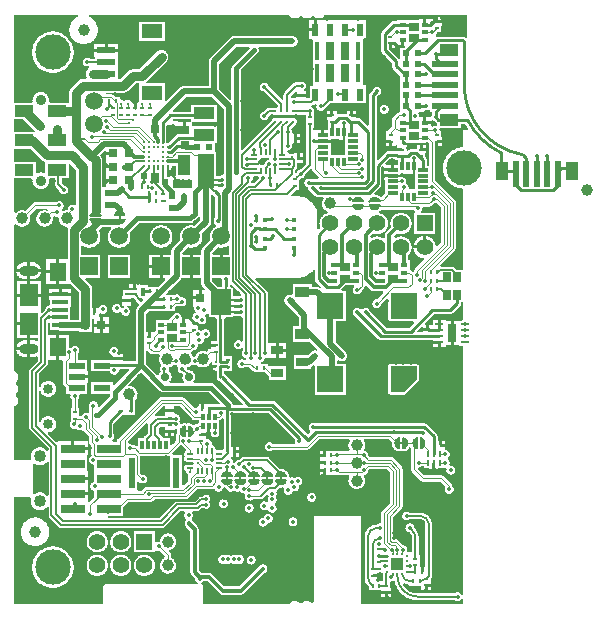
<source format=gbl>
G04*
G04 #@! TF.GenerationSoftware,Altium Limited,Altium Designer,21.0.9 (235)*
G04*
G04 Layer_Physical_Order=4*
G04 Layer_Color=16711680*
%FSLAX24Y24*%
%MOIN*%
G70*
G04*
G04 #@! TF.SameCoordinates,7913F74A-1B9B-402C-A4C5-A7CF04877313*
G04*
G04*
G04 #@! TF.FilePolarity,Positive*
G04*
G01*
G75*
%ADD10C,0.0059*%
%ADD11C,0.0049*%
%ADD12C,0.0100*%
%ADD13C,0.0060*%
%ADD15C,0.0079*%
%ADD16C,0.0098*%
%ADD17C,0.0118*%
%ADD20C,0.0080*%
%ADD21C,0.0050*%
%ADD26R,0.0106X0.0118*%
%ADD27R,0.0118X0.0106*%
%ADD29R,0.0315X0.0295*%
%ADD30R,0.0295X0.0315*%
%ADD32R,0.0236X0.0197*%
%ADD39C,0.0079*%
%ADD122C,0.1181*%
%ADD123C,0.0354*%
%ADD125C,0.0057*%
%ADD126C,0.0394*%
%ADD127C,0.0591*%
%ADD128R,0.0394X0.0394*%
%ADD129R,0.0098X0.0091*%
%ADD130R,0.0091X0.0098*%
%ADD132C,0.0197*%
%ADD135C,0.0300*%
%ADD136C,0.0065*%
%ADD137C,0.0150*%
%ADD139C,0.0200*%
%ADD144C,0.0090*%
%ADD150C,0.0551*%
%ADD151R,0.0551X0.0551*%
%ADD152C,0.0335*%
%ADD153C,0.0402*%
%ADD154O,0.0630X0.0354*%
%ADD155R,0.0591X0.0591*%
%ADD156C,0.0138*%
%ADD157C,0.0098*%
%ADD158C,0.0118*%
%ADD159C,0.0240*%
%ADD160C,0.0050*%
%ADD166C,0.0057*%
%ADD167C,0.0093*%
%ADD168C,0.0276*%
%ADD169R,0.0118X0.0193*%
%ADD170R,0.0118X0.0205*%
%ADD171R,0.0571X0.0217*%
%ADD172R,0.0571X0.0217*%
%ADD173O,0.0256X0.0087*%
%ADD174O,0.0087X0.0256*%
%ADD175R,0.0197X0.0433*%
%ADD176R,0.0138X0.0591*%
%ADD177R,0.0276X0.0591*%
%ADD178R,0.0866X0.0866*%
%ADD179R,0.0157X0.0098*%
%ADD180R,0.0157X0.0276*%
%ADD181R,0.0295X0.0591*%
%ADD182R,0.0256X0.0098*%
%ADD183R,0.0799X0.0299*%
%ADD184R,0.0622X0.0417*%
%ADD185R,0.0858X0.0236*%
%ADD186R,0.0551X0.0630*%
%ADD187R,0.0610X0.0748*%
%ADD188R,0.0531X0.0157*%
%ADD189R,0.0630X0.0394*%
%ADD190R,0.0236X0.0217*%
%ADD191R,0.0256X0.0335*%
%ADD192R,0.0236X0.1024*%
%ADD193R,0.0118X0.0315*%
%ADD194C,0.0083*%
%ADD195R,0.0364X0.0118*%
%ADD196R,0.0157X0.0157*%
%ADD197R,0.0610X0.0236*%
%ADD198R,0.0709X0.0472*%
%ADD199R,0.0709X0.0394*%
%ADD200R,0.0098X0.0207*%
%ADD201R,0.0142X0.0098*%
%ADD202R,0.0480X0.0360*%
%ADD203R,0.0400X0.0300*%
%ADD204R,0.0362X0.0280*%
%ADD205R,0.0217X0.0165*%
%ADD206R,0.0217X0.0236*%
%ADD207R,0.0394X0.0709*%
%ADD208R,0.0417X0.0622*%
%ADD209R,0.0236X0.0858*%
%ADD210C,0.0098*%
%ADD211C,0.0106*%
%ADD212R,0.0220X0.0060*%
G04:AMPARAMS|DCode=213|XSize=22mil|YSize=6mil|CornerRadius=0mil|HoleSize=0mil|Usage=FLASHONLY|Rotation=315.000|XOffset=0mil|YOffset=0mil|HoleType=Round|Shape=Rectangle|*
%AMROTATEDRECTD213*
4,1,4,-0.0099,0.0057,-0.0057,0.0099,0.0099,-0.0057,0.0057,-0.0099,-0.0099,0.0057,0.0*
%
%ADD213ROTATEDRECTD213*%

%ADD214R,0.0060X0.0220*%
%ADD215R,0.0550X0.1150*%
%ADD216R,0.0650X0.0850*%
%ADD217R,0.0593X0.0310*%
%ADD218R,0.0263X0.0371*%
G36*
X15177Y19039D02*
X15144Y19025D01*
X15127Y19023D01*
X15113Y19034D01*
X15096Y19045D01*
X15077Y19053D01*
X15058Y19057D01*
X15038Y19059D01*
X14200D01*
X14180Y19057D01*
X14160Y19053D01*
X14135Y19095D01*
X14150Y19113D01*
X14162Y19133D01*
X14171Y19154D01*
X14176Y19177D01*
X14178Y19200D01*
X14222Y19217D01*
X14316D01*
Y19420D01*
X14337D01*
Y19523D01*
X14178D01*
Y19573D01*
X14128D01*
Y19726D01*
X14019D01*
Y19680D01*
X13986Y19644D01*
X13828D01*
Y19461D01*
X13728D01*
Y19644D01*
X13570D01*
Y19611D01*
X13221D01*
Y19622D01*
X12847D01*
Y19590D01*
X12761D01*
X12741Y19588D01*
X12721Y19584D01*
X12702Y19576D01*
X12685Y19565D01*
X12670Y19552D01*
X12359Y19241D01*
X12346Y19226D01*
X12335Y19209D01*
X12327Y19190D01*
X12322Y19170D01*
X12321Y19150D01*
Y18600D01*
X12322Y18580D01*
X12327Y18560D01*
X12335Y18541D01*
X12346Y18524D01*
X12359Y18509D01*
X12683Y18184D01*
Y18088D01*
X12685Y18068D01*
X12689Y18048D01*
X12697Y18029D01*
X12708Y18012D01*
X12721Y17996D01*
X12956Y17761D01*
Y17263D01*
Y16913D01*
Y16563D01*
X12919Y16533D01*
X12914Y16532D01*
X12898Y16529D01*
X12883Y16522D01*
X12869Y16514D01*
X12857Y16503D01*
X12717Y16363D01*
X12706Y16351D01*
X12698Y16337D01*
X12691Y16322D01*
X12688Y16306D01*
X12686Y16290D01*
Y16063D01*
X12561Y15937D01*
X12550Y15925D01*
X12546Y15918D01*
X12496D01*
Y15715D01*
X12475D01*
Y15612D01*
X12634D01*
Y15562D01*
X12684D01*
Y15409D01*
X12793D01*
Y15409D01*
X12843Y15447D01*
X12850Y15446D01*
X12851Y15445D01*
Y15342D01*
X13010D01*
Y15242D01*
X12832D01*
X12830Y15237D01*
X12558D01*
X12538Y15236D01*
X12518Y15231D01*
X12499Y15223D01*
X12482Y15213D01*
X12467Y15199D01*
X12215Y14948D01*
X12169Y14967D01*
Y17047D01*
X12221Y17098D01*
X12226Y17099D01*
X12247Y17108D01*
X12267Y17120D01*
X12285Y17135D01*
X12300Y17153D01*
X12312Y17173D01*
X12321Y17194D01*
X12326Y17217D01*
X12328Y17240D01*
X12326Y17263D01*
X12321Y17286D01*
X12312Y17307D01*
X12300Y17327D01*
X12285Y17345D01*
X12267Y17360D01*
X12247Y17372D01*
X12226Y17381D01*
X12203Y17386D01*
X12180Y17388D01*
X12157Y17386D01*
X12134Y17381D01*
X12113Y17372D01*
X12093Y17360D01*
X12075Y17345D01*
X12060Y17327D01*
X12048Y17307D01*
X12039Y17286D01*
X12038Y17281D01*
X11949Y17191D01*
X11936Y17176D01*
X11925Y17159D01*
X11917Y17140D01*
X11912Y17120D01*
X11911Y17100D01*
Y16097D01*
X11865Y16078D01*
X11634Y16309D01*
X11618Y16322D01*
X11601Y16333D01*
X11582Y16341D01*
X11562Y16345D01*
X11542Y16347D01*
X11489D01*
Y16392D01*
X11330D01*
Y16442D01*
X11280D01*
Y16595D01*
X11171D01*
Y16495D01*
X11151Y16476D01*
X10927D01*
X10907Y16474D01*
X10889Y16470D01*
X10887Y16470D01*
X10845Y16495D01*
X10839Y16503D01*
Y16595D01*
X10730D01*
Y16442D01*
X10680D01*
Y16392D01*
X10521D01*
Y16289D01*
X10542D01*
Y16086D01*
X10545D01*
Y15933D01*
X10423D01*
Y15774D01*
X10323D01*
Y15933D01*
X10091D01*
X10049Y15952D01*
Y16017D01*
X10078D01*
Y16242D01*
X10078D01*
Y16505D01*
X10078D01*
X10086Y16547D01*
X10088Y16570D01*
X10086Y16593D01*
X10081Y16616D01*
X10072Y16637D01*
X10060Y16657D01*
X10045Y16675D01*
X10027Y16690D01*
X10007Y16702D01*
X9986Y16711D01*
X9983Y16712D01*
X9989Y16762D01*
X9990D01*
X10009Y16763D01*
X10027Y16767D01*
X10044Y16774D01*
X10060Y16784D01*
X10074Y16796D01*
X10106Y16829D01*
X10145Y16821D01*
X10165Y16783D01*
X10169Y16774D01*
X10164Y16753D01*
X10162Y16730D01*
X10164Y16707D01*
X10169Y16684D01*
X10178Y16663D01*
X10190Y16643D01*
X10205Y16625D01*
X10223Y16610D01*
X10243Y16598D01*
X10264Y16589D01*
X10287Y16584D01*
X10310Y16582D01*
X10333Y16584D01*
X10356Y16589D01*
X10377Y16598D01*
X10397Y16610D01*
X10415Y16625D01*
X10430Y16643D01*
X10430Y16643D01*
X10444Y16652D01*
X10457Y16663D01*
X10626Y16832D01*
X11807D01*
Y17444D01*
X11751D01*
X11709Y17462D01*
X11709Y17494D01*
Y18160D01*
X11709Y18210D01*
X11709Y18260D01*
Y18947D01*
X11709Y18958D01*
X11734Y18997D01*
X11807D01*
Y19609D01*
X10180D01*
Y19293D01*
X10130D01*
Y19243D01*
X9931D01*
Y18976D01*
X10009D01*
X10051Y18958D01*
X10051Y18926D01*
Y18260D01*
X10051Y18210D01*
X10051Y18160D01*
Y17473D01*
X10051Y17462D01*
X10025Y17423D01*
X9953D01*
Y17010D01*
X9941Y16998D01*
X9819D01*
Y17052D01*
X9660D01*
X9501D01*
Y17045D01*
X9500Y17043D01*
X9459Y17014D01*
X9451Y17012D01*
X9433Y17016D01*
X9410Y17018D01*
X9387Y17016D01*
X9364Y17011D01*
X9353Y17006D01*
X9323Y17020D01*
X9312Y17029D01*
X9311Y17083D01*
X9451Y17222D01*
X9501Y17202D01*
Y17152D01*
X9660D01*
X9819D01*
Y17255D01*
X9780D01*
X9765Y17286D01*
X9763Y17305D01*
X9776Y17316D01*
X9791Y17334D01*
X9803Y17353D01*
X9812Y17375D01*
X9817Y17397D01*
X9819Y17421D01*
X9817Y17444D01*
X9812Y17466D01*
X9803Y17488D01*
X9791Y17508D01*
X9776Y17525D01*
X9758Y17540D01*
X9738Y17553D01*
X9717Y17561D01*
X9694Y17567D01*
X9671Y17569D01*
X9648Y17567D01*
X9625Y17561D01*
X9604Y17553D01*
X9584Y17540D01*
X9583Y17540D01*
X9481D01*
X9462Y17538D01*
X9444Y17534D01*
X9426Y17527D01*
X9411Y17517D01*
X9396Y17505D01*
X9100Y17208D01*
X9088Y17194D01*
X9078Y17178D01*
X9071Y17161D01*
X9067Y17143D01*
X9065Y17124D01*
Y16973D01*
X9019Y16954D01*
X8569Y17403D01*
X8569Y17404D01*
X8564Y17427D01*
X8555Y17448D01*
X8543Y17468D01*
X8528Y17486D01*
X8510Y17501D01*
X8490Y17513D01*
X8469Y17522D01*
X8446Y17527D01*
X8423Y17529D01*
X8400Y17527D01*
X8377Y17522D01*
X8356Y17513D01*
X8336Y17501D01*
X8318Y17486D01*
X8303Y17468D01*
X8291Y17448D01*
X8282Y17427D01*
X8277Y17404D01*
X8275Y17381D01*
X8277Y17358D01*
X8282Y17335D01*
X8291Y17314D01*
X8303Y17294D01*
X8318Y17276D01*
X8336Y17261D01*
X8356Y17249D01*
X8377Y17240D01*
X8400Y17235D01*
X8401Y17235D01*
X8868Y16767D01*
Y16729D01*
X8850Y16711D01*
X8818Y16694D01*
X8811Y16696D01*
X8791Y16697D01*
X8770Y16696D01*
X8751Y16691D01*
X8744Y16688D01*
X8572D01*
X8553Y16687D01*
X8535Y16682D01*
X8518Y16675D01*
X8502Y16665D01*
X8487Y16653D01*
X8401Y16567D01*
X8400Y16567D01*
X8377Y16561D01*
X8356Y16553D01*
X8336Y16540D01*
X8318Y16525D01*
X8303Y16508D01*
X8291Y16488D01*
X8282Y16466D01*
X8277Y16444D01*
X8275Y16421D01*
X8277Y16397D01*
X8282Y16375D01*
X8291Y16353D01*
X8303Y16334D01*
X8318Y16316D01*
X8336Y16301D01*
X8356Y16289D01*
X8377Y16280D01*
X8400Y16274D01*
X8423Y16272D01*
X8446Y16274D01*
X8469Y16280D01*
X8490Y16289D01*
X8510Y16301D01*
X8528Y16316D01*
X8543Y16334D01*
X8555Y16353D01*
X8564Y16375D01*
X8569Y16397D01*
X8569Y16398D01*
X8621Y16450D01*
X8697D01*
X8710Y16441D01*
X8739Y16400D01*
X8739Y16398D01*
X8741Y16374D01*
X8747Y16352D01*
X8748Y16348D01*
X8732Y16341D01*
X8715Y16330D01*
X8700Y16317D01*
X8687Y16302D01*
X8676Y16285D01*
X8668Y16266D01*
X8666Y16256D01*
X7680Y15271D01*
X7634Y15290D01*
Y17936D01*
X8199Y18501D01*
X8215Y18519D01*
X8227Y18540D01*
X8237Y18562D01*
X8242Y18586D01*
X8244Y18610D01*
X8242Y18634D01*
X8237Y18658D01*
X8231Y18671D01*
X8243Y18699D01*
X8261Y18721D01*
X9360D01*
X9383Y18722D01*
X9406Y18727D01*
X9429Y18735D01*
X9450Y18745D01*
X9469Y18758D01*
X9487Y18773D01*
X9502Y18791D01*
X9515Y18810D01*
X9525Y18831D01*
X9533Y18854D01*
X9538Y18877D01*
X9539Y18900D01*
X9538Y18923D01*
X9533Y18946D01*
X9525Y18969D01*
X9515Y18990D01*
X9502Y19009D01*
X9487Y19027D01*
X9469Y19042D01*
X9450Y19055D01*
X9429Y19065D01*
X9406Y19073D01*
X9383Y19078D01*
X9360Y19079D01*
X7420D01*
X7397Y19078D01*
X7374Y19073D01*
X7351Y19065D01*
X7330Y19055D01*
X7311Y19042D01*
X7293Y19027D01*
X6623Y18357D01*
X6608Y18339D01*
X6595Y18320D01*
X6585Y18299D01*
X6577Y18276D01*
X6572Y18253D01*
X6571Y18230D01*
Y17409D01*
X5740D01*
X5717Y17408D01*
X5694Y17403D01*
X5671Y17395D01*
X5650Y17385D01*
X5631Y17372D01*
X5613Y17357D01*
X5158Y16902D01*
X5108Y16922D01*
Y17503D01*
X4501D01*
X4486Y17553D01*
X4494Y17558D01*
X4516Y17578D01*
X5162Y18224D01*
X5182Y18246D01*
X5199Y18271D01*
X5212Y18298D01*
X5221Y18326D01*
X5227Y18356D01*
X5229Y18386D01*
X5227Y18416D01*
X5221Y18445D01*
X5212Y18474D01*
X5199Y18500D01*
X5182Y18525D01*
X5162Y18548D01*
X5140Y18568D01*
X5115Y18584D01*
X5088Y18598D01*
X5059Y18607D01*
X5030Y18613D01*
X5000Y18615D01*
X4970Y18613D01*
X4941Y18607D01*
X4912Y18598D01*
X4885Y18584D01*
X4860Y18568D01*
X4838Y18548D01*
X4259Y17969D01*
X4040D01*
X4040Y17969D01*
X4010Y17967D01*
X3981Y17961D01*
X3952Y17952D01*
X3925Y17939D01*
X3900Y17922D01*
X3878Y17902D01*
X3629Y17653D01*
X3533D01*
Y18015D01*
Y18387D01*
X3555D01*
Y18556D01*
X3150D01*
X2744D01*
Y18387D01*
X2766D01*
Y18328D01*
X2619D01*
X2617Y18330D01*
X2597Y18342D01*
X2576Y18351D01*
X2553Y18356D01*
X2530Y18358D01*
X2507Y18356D01*
X2484Y18351D01*
X2463Y18342D01*
X2443Y18330D01*
X2425Y18315D01*
X2410Y18297D01*
X2398Y18277D01*
X2389Y18256D01*
X2384Y18233D01*
X2382Y18210D01*
X2384Y18187D01*
X2389Y18164D01*
X2398Y18143D01*
X2410Y18123D01*
X2425Y18105D01*
X2443Y18090D01*
X2463Y18078D01*
X2484Y18069D01*
X2507Y18064D01*
X2530Y18062D01*
X2553Y18064D01*
X2576Y18069D01*
X2594Y18023D01*
X2585Y18019D01*
X2560Y18002D01*
X2538Y17982D01*
X2518Y17960D01*
X2501Y17935D01*
X2488Y17908D01*
X2479Y17879D01*
X2473Y17850D01*
X2471Y17820D01*
X2473Y17790D01*
X2479Y17761D01*
X2488Y17732D01*
X2501Y17705D01*
X2503Y17703D01*
X2476Y17653D01*
X2384D01*
X2354Y17651D01*
X2325Y17645D01*
X2297Y17635D01*
X2270Y17622D01*
X2245Y17605D01*
X2222Y17586D01*
X1988Y17351D01*
X1968Y17329D01*
X1951Y17304D01*
X1938Y17277D01*
X1929Y17249D01*
X1923Y17219D01*
X1921Y17189D01*
Y16908D01*
X1919Y16858D01*
X1287D01*
X1249Y16906D01*
X1249Y16908D01*
X1250Y16937D01*
X1249Y16968D01*
X1244Y16998D01*
X1235Y17028D01*
X1223Y17057D01*
X1208Y17084D01*
X1190Y17109D01*
X1170Y17132D01*
X1147Y17153D01*
X1121Y17171D01*
X1094Y17186D01*
X1066Y17198D01*
X1036Y17206D01*
X1005Y17211D01*
X974Y17213D01*
X944Y17211D01*
X913Y17206D01*
X883Y17198D01*
X855Y17186D01*
X828Y17171D01*
X802Y17153D01*
X779Y17132D01*
X759Y17109D01*
X741Y17084D01*
X726Y17057D01*
X714Y17028D01*
X705Y16998D01*
X700Y16968D01*
X698Y16937D01*
X700Y16908D01*
X700Y16906D01*
X662Y16858D01*
X99D01*
Y19783D01*
X2218D01*
X2228Y19733D01*
X2201Y19722D01*
X2164Y19703D01*
X2129Y19680D01*
X2096Y19655D01*
X2066Y19627D01*
X2038Y19597D01*
X2013Y19564D01*
X1990Y19529D01*
X1971Y19492D01*
X1955Y19454D01*
X1943Y19414D01*
X1934Y19374D01*
X1929Y19333D01*
X1927Y19291D01*
X1929Y19250D01*
X1934Y19209D01*
X1943Y19168D01*
X1955Y19129D01*
X1971Y19091D01*
X1990Y19054D01*
X2013Y19019D01*
X2038Y18986D01*
X2066Y18956D01*
X2096Y18928D01*
X2129Y18902D01*
X2164Y18880D01*
X2201Y18861D01*
X2239Y18845D01*
X2279Y18833D01*
X2319Y18824D01*
X2360Y18818D01*
X2402Y18816D01*
X2443Y18818D01*
X2484Y18824D01*
X2524Y18833D01*
X2564Y18845D01*
X2602Y18861D01*
X2639Y18880D01*
X2674Y18902D01*
X2707Y18928D01*
X2737Y18956D01*
X2765Y18986D01*
X2791Y19019D01*
X2813Y19054D01*
X2832Y19091D01*
X2848Y19129D01*
X2860Y19168D01*
X2869Y19209D01*
X2875Y19250D01*
X2876Y19291D01*
X2875Y19333D01*
X2869Y19374D01*
X2860Y19414D01*
X2848Y19454D01*
X2832Y19492D01*
X2813Y19529D01*
X2791Y19564D01*
X2765Y19597D01*
X2737Y19627D01*
X2707Y19655D01*
X2674Y19680D01*
X2639Y19703D01*
X2602Y19722D01*
X2575Y19733D01*
X2585Y19783D01*
X9256D01*
X9261Y19773D01*
X9277Y19750D01*
X9295Y19728D01*
X9317Y19710D01*
X9340Y19694D01*
X9366Y19681D01*
X9393Y19672D01*
X9420Y19667D01*
X9449Y19665D01*
X9477Y19667D01*
X9505Y19672D01*
X9532Y19681D01*
X9557Y19694D01*
X9581Y19710D01*
X9602Y19728D01*
X9615Y19743D01*
X9646Y19747D01*
X9676Y19743D01*
X9689Y19728D01*
X9710Y19710D01*
X9734Y19694D01*
X9759Y19681D01*
X9786Y19672D01*
X9814Y19667D01*
X9843Y19665D01*
X9871Y19667D01*
X9899Y19672D01*
X9926Y19681D01*
X9951Y19694D01*
X9975Y19710D01*
X9996Y19728D01*
X10009Y19743D01*
X10039Y19747D01*
X10070Y19743D01*
X10083Y19728D01*
X10104Y19710D01*
X10128Y19694D01*
X10153Y19681D01*
X10180Y19672D01*
X10208Y19667D01*
X10236Y19665D01*
X10265Y19667D01*
X10292Y19672D01*
X10319Y19681D01*
X10345Y19694D01*
X10368Y19710D01*
X10390Y19728D01*
X10408Y19750D01*
X10424Y19773D01*
X10429Y19783D01*
X15177D01*
Y19039D01*
D02*
G37*
G36*
X13084Y18766D02*
X13089D01*
X13108Y18720D01*
X13074Y18687D01*
X12956D01*
Y18342D01*
X12955Y18341D01*
X12906Y18326D01*
X12904Y18329D01*
X12598Y18635D01*
X12619Y18685D01*
X12789D01*
Y18734D01*
X12826Y18766D01*
X12984D01*
Y18949D01*
X13084D01*
Y18766D01*
D02*
G37*
G36*
X7933Y18671D02*
X7371Y18109D01*
X7355Y18091D01*
X7343Y18070D01*
X7333Y18048D01*
X7328Y18024D01*
X7326Y18000D01*
Y16973D01*
X7280Y16954D01*
X6929Y17304D01*
Y18156D01*
X7494Y18721D01*
X7912D01*
X7933Y18671D01*
D02*
G37*
G36*
X4242Y17503D02*
Y16896D01*
X4238Y16889D01*
X4230Y16869D01*
X4225Y16848D01*
X4224Y16834D01*
X4171D01*
Y16681D01*
X4071D01*
Y16834D01*
X4019D01*
X4018Y16848D01*
X4013Y16869D01*
X4004Y16889D01*
X3993Y16907D01*
X3979Y16924D01*
X3963Y16938D01*
X3944Y16949D01*
X3924Y16958D01*
X3903Y16963D01*
X3881Y16964D01*
X3860Y16963D01*
X3839Y16958D01*
X3819Y16949D01*
X3800Y16938D01*
X3795Y16934D01*
X3779Y16924D01*
X3743D01*
X3727Y16934D01*
X3722Y16938D01*
X3704Y16949D01*
X3684Y16958D01*
X3663Y16963D01*
X3641Y16964D01*
X3604Y17007D01*
Y17038D01*
X3473D01*
X3405Y17106D01*
X3392Y17117D01*
X3379Y17125D01*
X3364Y17131D01*
X3348Y17135D01*
X3332Y17137D01*
X3114D01*
X3109Y17144D01*
X3137Y17194D01*
X3724D01*
X3754Y17196D01*
X3783Y17202D01*
X3811Y17212D01*
X3838Y17225D01*
X3863Y17242D01*
X3886Y17262D01*
X4135Y17511D01*
X4195D01*
X4242Y17503D01*
D02*
G37*
G36*
X13957Y16608D02*
Y16546D01*
X14011D01*
Y16442D01*
X14008Y16437D01*
X13999Y16416D01*
X13999Y16413D01*
X13987Y16370D01*
X13943Y16369D01*
X13828D01*
Y16236D01*
X13986D01*
Y16246D01*
X14032Y16264D01*
X14036Y16264D01*
X14053Y16250D01*
X14073Y16238D01*
X14094Y16229D01*
X14099Y16228D01*
X14136Y16191D01*
X14152Y16178D01*
X14169Y16168D01*
X14188Y16160D01*
X14194Y16158D01*
Y16104D01*
X14190Y16099D01*
X14146Y16071D01*
X14144Y16071D01*
X14123Y16076D01*
X14100Y16078D01*
X14077Y16076D01*
X14054Y16071D01*
X14033Y16062D01*
X13986Y16092D01*
Y16136D01*
X13778D01*
Y16186D01*
X13728D01*
Y16369D01*
X13631D01*
X13618Y16377D01*
X13588Y16419D01*
X13588Y16420D01*
X13586Y16443D01*
X13581Y16466D01*
X13572Y16487D01*
X13560Y16507D01*
X13555Y16513D01*
X13568Y16552D01*
X13577Y16563D01*
X13744D01*
Y16568D01*
X13752Y16579D01*
X13794Y16604D01*
X13797Y16604D01*
X13820Y16602D01*
X13843Y16604D01*
X13866Y16609D01*
X13887Y16618D01*
X13907Y16630D01*
X13907Y16630D01*
X13957Y16608D01*
D02*
G37*
G36*
X15147Y16116D02*
X15198Y16031D01*
X15222Y15995D01*
X15195Y15945D01*
X15059D01*
X15059Y15374D01*
X15022Y15373D01*
X14973Y15367D01*
X14924Y15359D01*
X14877Y15347D01*
X14830Y15331D01*
X14784Y15312D01*
X14740Y15290D01*
X14698Y15265D01*
X14658Y15237D01*
X14619Y15206D01*
X14583Y15173D01*
X14550Y15137D01*
X14519Y15098D01*
X14491Y15058D01*
X14466Y15015D01*
X14444Y14971D01*
X14425Y14926D01*
X14409Y14879D01*
X14397Y14832D01*
X14388Y14783D01*
X14383Y14734D01*
X14381Y14685D01*
X14383Y14636D01*
X14388Y14587D01*
X14397Y14538D01*
X14409Y14491D01*
X14425Y14444D01*
X14444Y14399D01*
X14466Y14355D01*
X14491Y14312D01*
X14519Y14272D01*
X14550Y14234D01*
X14583Y14198D01*
X14619Y14164D01*
X14658Y14133D01*
X14698Y14105D01*
X14740Y14080D01*
X14784Y14058D01*
X14830Y14039D01*
X14877Y14024D01*
X14924Y14011D01*
X14973Y14003D01*
X15022Y13997D01*
X15059Y13996D01*
X15059Y11280D01*
X14842D01*
X14758Y11364D01*
X14745Y11375D01*
X14731Y11384D01*
X14715Y11390D01*
X14698Y11394D01*
X14682Y11395D01*
X14682Y11395D01*
X14303D01*
X14282Y11445D01*
X14789Y11952D01*
X14799Y11964D01*
X14808Y11978D01*
X14814Y11993D01*
X14818Y12009D01*
X14819Y12025D01*
Y13542D01*
X14818Y13558D01*
X14814Y13574D01*
X14808Y13589D01*
X14799Y13603D01*
X14789Y13616D01*
X14114Y14290D01*
Y15409D01*
X14128D01*
Y15562D01*
X14178D01*
Y15612D01*
X14337D01*
Y15715D01*
X14316D01*
Y15918D01*
X14277D01*
X14255Y15966D01*
X14274Y15997D01*
X14284Y16003D01*
X14973D01*
Y16153D01*
X15126D01*
X15147Y16116D01*
D02*
G37*
G36*
X782Y15924D02*
X761Y15874D01*
X99D01*
Y16307D01*
X399D01*
X782Y15924D01*
D02*
G37*
G36*
X5968Y16226D02*
X5925Y16210D01*
X5821D01*
Y16090D01*
X5920D01*
Y15810D01*
X5530D01*
X5220Y15500D01*
X5205D01*
X5170Y15520D01*
X5160Y15530D01*
Y16090D01*
X5721D01*
Y16210D01*
X5555D01*
Y16244D01*
X5400D01*
X5373Y16294D01*
X5378Y16302D01*
X5968D01*
Y16226D01*
D02*
G37*
G36*
X10918Y15624D02*
X11126D01*
Y15439D01*
Y15242D01*
Y15124D01*
Y15114D01*
X10634D01*
Y15124D01*
Y15242D01*
Y15418D01*
X10655D01*
Y15527D01*
X10373D01*
Y15627D01*
X10655D01*
Y15646D01*
X10918D01*
Y15624D01*
D02*
G37*
G36*
X8399Y15031D02*
X8416Y15021D01*
X8433Y15014D01*
X8452Y15009D01*
X8471Y15008D01*
X8490Y15009D01*
X8509Y15014D01*
X8527Y15021D01*
X8540Y15029D01*
X8569Y15020D01*
X8589Y15011D01*
X8591Y15006D01*
X8591Y15005D01*
X8583Y14983D01*
X8568Y14955D01*
X8546Y14950D01*
X8524Y14941D01*
X8504Y14929D01*
X8487Y14913D01*
X8471Y14896D01*
X8459Y14876D01*
X8450Y14855D01*
X8445Y14832D01*
X8445Y14830D01*
X8387Y14773D01*
X8382Y14766D01*
X8336Y14772D01*
X8330Y14774D01*
X8296Y14811D01*
X8294Y14834D01*
X8289Y14856D01*
X8280Y14877D01*
X8269Y14896D01*
X8258Y14908D01*
X8261Y14913D01*
X8269Y14931D01*
X8273Y14950D01*
X8274Y14963D01*
X8279Y14973D01*
X8310Y15004D01*
X8320Y15008D01*
X8333Y15009D01*
X8352Y15014D01*
X8369Y15021D01*
X8386Y15031D01*
X8393Y15037D01*
X8399Y15031D01*
D02*
G37*
G36*
X13591Y15513D02*
X13881D01*
X13906Y15487D01*
Y14762D01*
X13846D01*
Y14943D01*
X13844Y14963D01*
X13840Y14983D01*
X13832Y15002D01*
X13821Y15019D01*
X13808Y15034D01*
X13798Y15045D01*
Y15139D01*
X13819D01*
Y15242D01*
X13660D01*
Y15292D01*
X13610D01*
Y15445D01*
X13501D01*
Y15358D01*
X13480Y15309D01*
X13320D01*
X13300Y15308D01*
X13280Y15303D01*
X13261Y15295D01*
X13244Y15284D01*
X13229Y15271D01*
X13215Y15258D01*
X13169Y15277D01*
Y15445D01*
X13169D01*
X13179Y15491D01*
X13242D01*
Y15524D01*
X13591D01*
Y15513D01*
D02*
G37*
G36*
X12779Y14976D02*
X12794Y14963D01*
X12811Y14953D01*
X12830Y14945D01*
X12850Y14940D01*
X12870Y14939D01*
X12872D01*
Y14936D01*
X12875D01*
Y14783D01*
X12753D01*
Y14624D01*
X12703D01*
Y14574D01*
X12421D01*
Y14477D01*
X12703D01*
Y14377D01*
X12421D01*
Y14268D01*
X12442D01*
Y13839D01*
X12330Y13727D01*
X12291D01*
X12277Y13739D01*
X12251Y13757D01*
X12223Y13773D01*
X12194Y13785D01*
X12163Y13794D01*
X12132Y13799D01*
X12113Y13800D01*
X12096Y13833D01*
X12093Y13851D01*
X12291Y14049D01*
X12304Y14064D01*
X12315Y14081D01*
X12323Y14100D01*
X12328Y14120D01*
X12329Y14140D01*
Y14697D01*
X12371Y14738D01*
X12421Y14718D01*
Y14674D01*
X12653D01*
Y14783D01*
X12486D01*
X12465Y14833D01*
X12612Y14979D01*
X12776D01*
X12779Y14976D01*
D02*
G37*
G36*
X9802Y16281D02*
X9802D01*
Y16017D01*
X9831D01*
Y14828D01*
X9639Y14636D01*
X9622Y14634D01*
X9600Y14629D01*
X9578Y14620D01*
X9559Y14608D01*
X9541Y14593D01*
X9526Y14575D01*
X9514Y14555D01*
X9505Y14534D01*
X9502Y14523D01*
X9452Y14529D01*
Y14605D01*
X9497Y14650D01*
X9509Y14664D01*
X9519Y14680D01*
X9526Y14697D01*
X9530Y14715D01*
X9532Y14733D01*
Y14851D01*
X9715D01*
Y14960D01*
X9562D01*
Y15010D01*
X9512D01*
Y15169D01*
X9409D01*
Y15148D01*
X9237D01*
X9233Y15164D01*
X9226Y15182D01*
X9216Y15198D01*
X9204Y15213D01*
X9192Y15222D01*
X9193Y15241D01*
X9195Y15250D01*
X9208Y15273D01*
X9223Y15274D01*
X9246Y15279D01*
X9267Y15288D01*
X9287Y15300D01*
X9305Y15315D01*
X9320Y15333D01*
X9332Y15353D01*
X9341Y15374D01*
X9346Y15397D01*
X9348Y15420D01*
X9346Y15443D01*
X9344Y15451D01*
X9364Y15487D01*
X9380Y15501D01*
X9402D01*
Y15660D01*
Y15819D01*
X9385D01*
X9376Y15824D01*
X9347Y15866D01*
X9346Y15869D01*
X9348Y15890D01*
X9346Y15913D01*
X9341Y15936D01*
X9332Y15957D01*
X9320Y15977D01*
X9318Y15979D01*
Y15994D01*
X9434Y16110D01*
X9439Y16112D01*
X9457Y16123D01*
X9472Y16136D01*
X9485Y16151D01*
X9495Y16168D01*
X9503Y16187D01*
X9508Y16207D01*
X9509Y16227D01*
X9508Y16247D01*
X9503Y16266D01*
X9495Y16285D01*
X9485Y16302D01*
X9472Y16317D01*
X9457Y16330D01*
X9439Y16341D01*
X9423Y16348D01*
X9425Y16352D01*
X9431Y16374D01*
X9432Y16398D01*
X9432Y16402D01*
X9460Y16441D01*
X9475Y16452D01*
X9802D01*
Y16281D01*
D02*
G37*
G36*
X1028Y14938D02*
X1050Y14918D01*
X1075Y14901D01*
X1102Y14888D01*
X1131Y14879D01*
X1132Y14878D01*
Y14545D01*
X1115Y14528D01*
X1082Y14514D01*
X1066Y14520D01*
X1036Y14529D01*
X1005Y14534D01*
X974Y14536D01*
X944Y14534D01*
X913Y14529D01*
X883Y14520D01*
X867Y14514D01*
X834Y14528D01*
X817Y14545D01*
Y14890D01*
X99D01*
Y15323D01*
X643D01*
X1028Y14938D01*
D02*
G37*
G36*
X7071Y16656D02*
Y14479D01*
X7030Y14438D01*
X7007Y14436D01*
X6984Y14431D01*
X6963Y14422D01*
X6947Y14412D01*
X6883D01*
X6872Y14411D01*
X6853Y14420D01*
X6825Y14445D01*
X6822Y14451D01*
Y15158D01*
X6820Y15174D01*
X6816Y15189D01*
X6808Y15202D01*
X6798Y15214D01*
X6786Y15224D01*
X6774Y15231D01*
Y15517D01*
X6834D01*
Y16068D01*
X6029D01*
Y16210D01*
X6072Y16226D01*
X6834D01*
Y16777D01*
X5968D01*
Y16558D01*
X5387D01*
X5368Y16605D01*
X5814Y17051D01*
X6676D01*
X7071Y16656D01*
D02*
G37*
G36*
X5474Y14413D02*
X5294D01*
Y14392D01*
X5167D01*
Y14559D01*
X5205Y14601D01*
X5227Y14602D01*
X5249Y14608D01*
X5269Y14616D01*
X5288Y14628D01*
X5305Y14642D01*
X5320Y14659D01*
X5331Y14678D01*
X5340Y14699D01*
X5345Y14720D01*
X5347Y14743D01*
X5365Y14762D01*
X5474D01*
Y14413D01*
D02*
G37*
G36*
X10014Y14632D02*
X10015Y14627D01*
X10019Y14611D01*
X10025Y14596D01*
X10033Y14582D01*
X10044Y14569D01*
X10248Y14365D01*
X10229Y14319D01*
X9960D01*
X9956Y14321D01*
X9933Y14326D01*
X9910Y14328D01*
X9887Y14326D01*
X9864Y14321D01*
X9843Y14312D01*
X9823Y14300D01*
X9805Y14285D01*
X9790Y14267D01*
X9778Y14247D01*
X9769Y14226D01*
X9764Y14203D01*
X9762Y14180D01*
X9764Y14157D01*
X9769Y14134D01*
X9778Y14113D01*
X9790Y14093D01*
X9805Y14075D01*
X9823Y14060D01*
X9843Y14048D01*
X9864Y14039D01*
X9887Y14034D01*
X9893Y14033D01*
X9892Y14020D01*
X9894Y13997D01*
X9899Y13974D01*
X9908Y13953D01*
X9920Y13933D01*
X9935Y13915D01*
X9953Y13900D01*
X9973Y13888D01*
X9994Y13879D01*
X9999Y13878D01*
X10119Y13759D01*
X10134Y13746D01*
X10151Y13735D01*
X10170Y13727D01*
X10190Y13722D01*
X10210Y13721D01*
X10381D01*
X10403Y13676D01*
X10403Y13671D01*
X10386Y13647D01*
X10371Y13620D01*
X10360Y13591D01*
X10351Y13561D01*
X10346Y13531D01*
X10344Y13500D01*
X10346Y13469D01*
X10351Y13439D01*
X10360Y13409D01*
X10371Y13380D01*
X10386Y13353D01*
X10404Y13328D01*
X10425Y13305D01*
X10448Y13284D01*
X10473Y13266D01*
X10500Y13251D01*
X10529Y13239D01*
X10539Y13185D01*
X10537Y13179D01*
X10517Y13174D01*
X10484Y13162D01*
X10453Y13148D01*
X10423Y13130D01*
X10395Y13109D01*
X10369Y13086D01*
X10346Y13060D01*
X10325Y13032D01*
X10307Y13002D01*
X10292Y12970D01*
X10281Y12938D01*
X10272Y12904D01*
X10267Y12869D01*
X10265Y12835D01*
X10267Y12800D01*
X10272Y12765D01*
X10281Y12732D01*
X10292Y12699D01*
X10296Y12692D01*
X10244Y12639D01*
X10197Y12659D01*
Y13071D01*
X10197D01*
X10197Y13078D01*
Y13129D01*
X10196Y13144D01*
X10184Y13206D01*
X10182Y13213D01*
X10182Y13216D01*
X10173Y13259D01*
X10169Y13273D01*
X10124Y13381D01*
X10124Y13381D01*
X10117Y13395D01*
X10117Y13395D01*
X10092Y13431D01*
X10091Y13433D01*
X10087Y13439D01*
X10052Y13491D01*
X10042Y13503D01*
X10006Y13540D01*
X10001Y13545D01*
X9996Y13549D01*
X9960Y13586D01*
X9948Y13595D01*
X9896Y13630D01*
X9890Y13634D01*
X9888Y13636D01*
X9851Y13660D01*
X9851Y13660D01*
X9838Y13667D01*
X9838Y13667D01*
X9730Y13712D01*
X9715Y13716D01*
X9672Y13725D01*
X9670Y13725D01*
X9663Y13727D01*
X9601Y13739D01*
X9586Y13741D01*
X9534D01*
X9528Y13741D01*
Y13741D01*
X9328D01*
X9307Y13791D01*
X9469Y13953D01*
X9585D01*
Y14273D01*
X9652Y14341D01*
X9669Y14342D01*
X9691Y14347D01*
X9713Y14356D01*
X9733Y14368D01*
X9750Y14383D01*
X9765Y14401D01*
X9778Y14421D01*
X9787Y14442D01*
X9792Y14465D01*
X9793Y14482D01*
X9970Y14658D01*
X10014Y14632D01*
D02*
G37*
G36*
X8213Y14407D02*
X8242Y14373D01*
X8238Y14355D01*
X8236Y14332D01*
X8237Y14321D01*
X8082Y14166D01*
X8040D01*
X8026Y14177D01*
X7999Y14216D01*
Y14240D01*
X8010Y14253D01*
X8022Y14273D01*
X8031Y14294D01*
X8036Y14317D01*
X8038Y14340D01*
X8036Y14361D01*
X8037Y14364D01*
X8066Y14406D01*
X8075Y14411D01*
X8210D01*
X8213Y14407D01*
D02*
G37*
G36*
X3138Y15223D02*
Y15216D01*
X3386D01*
Y15116D01*
X3138D01*
Y14909D01*
Y14766D01*
X3386D01*
Y14666D01*
X3138D01*
Y14459D01*
X3138D01*
Y14316D01*
X3386D01*
Y14216D01*
X3138D01*
Y14054D01*
X3029D01*
Y14939D01*
X3027Y14969D01*
X3021Y14998D01*
X3012Y15027D01*
X2999Y15054D01*
X2982Y15079D01*
X2962Y15101D01*
X2956Y15107D01*
X3092Y15242D01*
X3138Y15223D01*
D02*
G37*
G36*
X13248Y14474D02*
X13456D01*
Y13964D01*
X13273D01*
X13242Y14001D01*
X13237Y14014D01*
X13238Y14030D01*
X13236Y14053D01*
X13231Y14076D01*
X13222Y14097D01*
X13210Y14117D01*
X13195Y14135D01*
X13177Y14150D01*
X13157Y14162D01*
X13144Y14167D01*
X13151Y14184D01*
X13156Y14207D01*
X13158Y14230D01*
X13156Y14253D01*
X13151Y14276D01*
X13142Y14297D01*
X13130Y14317D01*
X13115Y14335D01*
X13097Y14350D01*
X13077Y14362D01*
X13056Y14371D01*
X13033Y14376D01*
X13010Y14378D01*
X12985Y14426D01*
Y14496D01*
X13248D01*
Y14474D01*
D02*
G37*
G36*
X2161Y14625D02*
Y13455D01*
X2121Y13434D01*
X2111Y13431D01*
X2094Y13442D01*
X2072Y13451D01*
X2050Y13456D01*
X2026Y13458D01*
X2003Y13456D01*
X1981Y13451D01*
X1959Y13442D01*
X1939Y13430D01*
X1922Y13415D01*
X1907Y13397D01*
X1894Y13377D01*
X1886Y13356D01*
X1880Y13333D01*
X1878Y13310D01*
X1843Y13276D01*
X1819Y13274D01*
X1789Y13269D01*
X1759Y13261D01*
X1730Y13249D01*
X1714Y13240D01*
X1691Y13242D01*
X1673Y13259D01*
X1677Y13310D01*
X1677Y13310D01*
X1695Y13325D01*
X1710Y13343D01*
X1722Y13363D01*
X1731Y13384D01*
X1736Y13407D01*
X1738Y13430D01*
X1736Y13453D01*
X1731Y13476D01*
X1722Y13497D01*
X1710Y13517D01*
X1695Y13535D01*
X1677Y13550D01*
X1657Y13562D01*
X1636Y13571D01*
X1613Y13576D01*
X1590Y13578D01*
X1567Y13576D01*
X1544Y13571D01*
X1523Y13562D01*
X1503Y13550D01*
X1485Y13535D01*
X1484Y13534D01*
X780D01*
X764Y13532D01*
X748Y13529D01*
X733Y13522D01*
X719Y13514D01*
X707Y13503D01*
X457Y13254D01*
X441Y13261D01*
X411Y13269D01*
X381Y13274D01*
X350Y13276D01*
X319Y13274D01*
X289Y13269D01*
X259Y13261D01*
X230Y13249D01*
X203Y13234D01*
X178Y13216D01*
X155Y13195D01*
X149Y13189D01*
X99Y13208D01*
Y14339D01*
X662D01*
X700Y14291D01*
X700Y14289D01*
X698Y14260D01*
X700Y14229D01*
X705Y14198D01*
X714Y14169D01*
X726Y14140D01*
X741Y14113D01*
X759Y14088D01*
X779Y14065D01*
X802Y14044D01*
X828Y14026D01*
X855Y14011D01*
X883Y13999D01*
X913Y13991D01*
X944Y13986D01*
X974Y13984D01*
X1005Y13986D01*
X1036Y13991D01*
X1066Y13999D01*
X1094Y14011D01*
X1121Y14026D01*
X1147Y14044D01*
X1170Y14065D01*
X1190Y14088D01*
X1208Y14113D01*
X1223Y14140D01*
X1235Y14169D01*
X1244Y14198D01*
X1249Y14229D01*
X1250Y14260D01*
X1249Y14289D01*
X1249Y14291D01*
X1287Y14339D01*
X1449D01*
Y14132D01*
X1450Y14115D01*
X1454Y14099D01*
X1461Y14083D01*
X1470Y14069D01*
X1481Y14056D01*
X1592Y13944D01*
X1594Y13927D01*
X1599Y13904D01*
X1608Y13883D01*
X1620Y13863D01*
X1635Y13845D01*
X1653Y13830D01*
X1673Y13818D01*
X1694Y13809D01*
X1717Y13804D01*
X1740Y13802D01*
X1763Y13804D01*
X1786Y13809D01*
X1807Y13818D01*
X1827Y13830D01*
X1845Y13845D01*
X1860Y13863D01*
X1872Y13883D01*
X1881Y13904D01*
X1886Y13927D01*
X1888Y13950D01*
X1886Y13973D01*
X1881Y13996D01*
X1872Y14017D01*
X1860Y14037D01*
X1845Y14055D01*
X1827Y14070D01*
X1807Y14082D01*
X1786Y14091D01*
X1763Y14096D01*
X1746Y14098D01*
X1666Y14177D01*
Y14339D01*
X1919D01*
Y14801D01*
X1965Y14820D01*
X2161Y14625D01*
D02*
G37*
G36*
X11626Y13705D02*
X11665Y13682D01*
X11688Y13661D01*
X11717Y13632D01*
X11734Y13607D01*
X11749Y13560D01*
X11720Y13530D01*
X11381D01*
X11360Y13542D01*
X11353Y13562D01*
X11365Y13602D01*
X11388Y13638D01*
X11420Y13671D01*
X11474Y13704D01*
X11502Y13714D01*
X11589Y13716D01*
X11626Y13705D01*
D02*
G37*
G36*
X12176D02*
X12215Y13682D01*
X12238Y13661D01*
X12267Y13632D01*
X12284Y13607D01*
X12299Y13560D01*
X12270Y13530D01*
X11931Y13530D01*
X11910Y13542D01*
X11903Y13562D01*
X11915Y13602D01*
X11938Y13638D01*
X11970Y13671D01*
X12024Y13704D01*
X12052Y13714D01*
X12139Y13716D01*
X12176Y13705D01*
D02*
G37*
G36*
X14316Y13377D02*
Y12190D01*
X14195Y12069D01*
X14153Y12081D01*
X14143Y12088D01*
X14139Y12121D01*
X14130Y12156D01*
X14117Y12191D01*
X14101Y12225D01*
X14082Y12256D01*
X14060Y12286D01*
X14036Y12313D01*
X14008Y12338D01*
X13979Y12360D01*
X13947Y12379D01*
X13914Y12395D01*
X13879Y12407D01*
X13843Y12416D01*
X13820Y12420D01*
Y12047D01*
X13770D01*
Y11997D01*
X13397D01*
X13401Y11974D01*
X13410Y11938D01*
X13422Y11903D01*
X13438Y11870D01*
X13457Y11838D01*
X13479Y11809D01*
X13504Y11781D01*
X13531Y11757D01*
X13561Y11735D01*
X13592Y11716D01*
X13626Y11700D01*
X13661Y11687D01*
X13696Y11678D01*
X13729Y11674D01*
X13736Y11664D01*
X13748Y11622D01*
X13457Y11331D01*
X13446Y11318D01*
X13438Y11304D01*
X13431Y11289D01*
X13428Y11273D01*
X13426Y11257D01*
Y11230D01*
X13420Y11224D01*
X13366Y11220D01*
X13331Y11254D01*
X13319Y11265D01*
X13305Y11273D01*
X13290Y11280D01*
X13274Y11283D01*
X13266Y11284D01*
Y11598D01*
X13217D01*
Y11782D01*
X13233Y11796D01*
X13257Y11822D01*
X13277Y11850D01*
X13295Y11880D01*
X13310Y11911D01*
X13322Y11944D01*
X13330Y11978D01*
X13335Y12012D01*
X13337Y12047D01*
X13335Y12082D01*
X13330Y12116D01*
X13322Y12150D01*
X13310Y12183D01*
X13295Y12214D01*
X13277Y12244D01*
X13257Y12272D01*
X13233Y12298D01*
X13207Y12321D01*
X13179Y12342D01*
X13150Y12360D01*
X13118Y12375D01*
X13085Y12387D01*
X13052Y12395D01*
X13017Y12400D01*
X12982Y12402D01*
X12948Y12400D01*
X12913Y12395D01*
X12879Y12387D01*
X12847Y12375D01*
X12815Y12360D01*
X12806Y12355D01*
X12757Y12374D01*
X12752Y12380D01*
X12749Y12405D01*
X12849Y12506D01*
X12879Y12495D01*
X12913Y12487D01*
X12948Y12482D01*
X12982Y12480D01*
X13017Y12482D01*
X13052Y12487D01*
X13085Y12495D01*
X13118Y12507D01*
X13150Y12522D01*
X13179Y12540D01*
X13207Y12560D01*
X13233Y12584D01*
X13257Y12610D01*
X13277Y12638D01*
X13295Y12667D01*
X13310Y12699D01*
X13322Y12732D01*
X13330Y12765D01*
X13335Y12800D01*
X13337Y12835D01*
X13335Y12869D01*
X13330Y12904D01*
X13322Y12938D01*
X13310Y12970D01*
X13295Y13002D01*
X13277Y13032D01*
X13257Y13060D01*
X13233Y13086D01*
X13207Y13109D01*
X13179Y13130D01*
X13150Y13148D01*
X13118Y13162D01*
X13085Y13174D01*
X13052Y13183D01*
X13017Y13188D01*
X12982Y13189D01*
X12948Y13188D01*
X12913Y13183D01*
X12879Y13174D01*
X12847Y13162D01*
X12815Y13148D01*
X12785Y13130D01*
X12757Y13109D01*
X12731Y13086D01*
X12708Y13060D01*
X12687Y13032D01*
X12669Y13002D01*
X12655Y12970D01*
X12643Y12938D01*
X12634Y12904D01*
X12629Y12869D01*
X12628Y12835D01*
X12629Y12800D01*
X12634Y12765D01*
X12643Y12732D01*
X12654Y12701D01*
X12491Y12539D01*
X12477Y12522D01*
X12465Y12504D01*
X12457Y12484D01*
X12452Y12463D01*
X12450Y12441D01*
Y12361D01*
X12400Y12336D01*
X12392Y12342D01*
X12362Y12360D01*
X12331Y12375D01*
X12298Y12387D01*
X12264Y12395D01*
X12230Y12400D01*
X12195Y12402D01*
X12160Y12400D01*
X12126Y12395D01*
X12092Y12387D01*
X12059Y12375D01*
X12028Y12360D01*
X12018Y12355D01*
X11970Y12374D01*
X11965Y12380D01*
X11961Y12405D01*
X12062Y12506D01*
X12092Y12495D01*
X12126Y12487D01*
X12160Y12482D01*
X12195Y12480D01*
X12230Y12482D01*
X12264Y12487D01*
X12298Y12495D01*
X12331Y12507D01*
X12362Y12522D01*
X12392Y12540D01*
X12420Y12560D01*
X12446Y12584D01*
X12469Y12610D01*
X12490Y12638D01*
X12508Y12667D01*
X12523Y12699D01*
X12534Y12732D01*
X12543Y12765D01*
X12548Y12800D01*
X12550Y12835D01*
X12548Y12869D01*
X12543Y12904D01*
X12534Y12938D01*
X12523Y12970D01*
X12508Y13002D01*
X12490Y13032D01*
X12469Y13060D01*
X12446Y13086D01*
X12420Y13109D01*
X12392Y13130D01*
X12362Y13148D01*
X12331Y13162D01*
X12298Y13174D01*
X12264Y13183D01*
X12250Y13185D01*
X12240Y13237D01*
X12251Y13243D01*
X12277Y13261D01*
X12301Y13282D01*
X12312Y13295D01*
X13403D01*
X13408Y13283D01*
X13420Y13263D01*
X13435Y13245D01*
X13443Y13239D01*
X13433Y13200D01*
X13426Y13189D01*
X13415D01*
Y12480D01*
X14124D01*
Y13189D01*
X13654D01*
X13647Y13200D01*
X13637Y13239D01*
X13645Y13245D01*
X13660Y13263D01*
X13672Y13283D01*
X13681Y13304D01*
X13686Y13327D01*
X13688Y13350D01*
X13728Y13393D01*
X13928D01*
X13944Y13394D01*
X13960Y13398D01*
X13975Y13404D01*
X13988Y13413D01*
X14001Y13423D01*
X14079Y13502D01*
X14081Y13502D01*
X14104Y13504D01*
X14127Y13509D01*
X14148Y13518D01*
X14165Y13528D01*
X14316Y13377D01*
D02*
G37*
G36*
X12269Y13470D02*
X12290Y13458D01*
X12297Y13438D01*
X12285Y13398D01*
X12262Y13362D01*
X12230Y13329D01*
X12176Y13296D01*
X12148Y13286D01*
X12061Y13284D01*
X12024Y13295D01*
X11985Y13318D01*
X11962Y13339D01*
X11933Y13368D01*
X11916Y13393D01*
X11901Y13440D01*
X11930Y13470D01*
X12269Y13470D01*
D02*
G37*
G36*
X11740Y13458D02*
X11747Y13438D01*
X11735Y13398D01*
X11712Y13362D01*
X11680Y13329D01*
X11626Y13296D01*
X11598Y13286D01*
X11511Y13284D01*
X11474Y13295D01*
X11435Y13318D01*
X11412Y13339D01*
X11383Y13368D01*
X11366Y13393D01*
X11351Y13440D01*
X11380Y13470D01*
X11719D01*
X11740Y13458D01*
D02*
G37*
G36*
X1205Y13276D02*
X1204Y13276D01*
X1184Y13263D01*
X1161Y13269D01*
X1131Y13274D01*
X1100Y13276D01*
X1069Y13274D01*
X1039Y13269D01*
X1009Y13261D01*
X980Y13249D01*
X953Y13234D01*
X928Y13216D01*
X905Y13195D01*
X884Y13172D01*
X866Y13147D01*
X851Y13120D01*
X839Y13091D01*
X831Y13061D01*
X826Y13031D01*
X824Y13000D01*
X826Y12969D01*
X831Y12939D01*
X839Y12909D01*
X851Y12880D01*
X866Y12853D01*
X884Y12828D01*
X905Y12805D01*
X928Y12784D01*
X953Y12766D01*
X980Y12751D01*
X1009Y12739D01*
X1039Y12731D01*
X1069Y12726D01*
X1100Y12724D01*
X1131Y12726D01*
X1161Y12731D01*
X1191Y12739D01*
X1220Y12751D01*
X1247Y12766D01*
X1272Y12784D01*
X1295Y12805D01*
X1316Y12828D01*
X1334Y12853D01*
X1349Y12880D01*
X1361Y12909D01*
X1369Y12939D01*
X1374Y12969D01*
X1376Y13000D01*
X1374Y13031D01*
X1372Y13046D01*
X1381Y13061D01*
X1381Y13061D01*
X1411Y13072D01*
X1438Y13077D01*
X1453Y13068D01*
X1474Y13059D01*
X1497Y13054D01*
X1520Y13052D01*
X1529Y13053D01*
X1543Y13046D01*
X1558Y13033D01*
X1575Y13010D01*
X1574Y13000D01*
X1576Y12969D01*
X1581Y12939D01*
X1589Y12909D01*
X1601Y12880D01*
X1616Y12853D01*
X1634Y12828D01*
X1655Y12805D01*
X1678Y12784D01*
X1703Y12766D01*
X1730Y12751D01*
X1759Y12739D01*
X1789Y12731D01*
X1819Y12726D01*
X1844Y12724D01*
X1855Y12715D01*
X1878Y12675D01*
X1874Y12664D01*
X1868Y12635D01*
X1866Y12605D01*
Y11635D01*
X1585D01*
Y11220D01*
Y10806D01*
X1911D01*
Y10812D01*
X1961Y10833D01*
X2235Y10559D01*
Y9618D01*
X1949D01*
Y10059D01*
X1969D01*
Y10294D01*
X1990D01*
Y10422D01*
X1624D01*
X1258D01*
Y10294D01*
X1280D01*
Y10137D01*
X1257Y10089D01*
X1237Y10087D01*
X1218Y10083D01*
X1199Y10075D01*
X1182Y10064D01*
X1167Y10051D01*
X1153Y10036D01*
X1143Y10019D01*
X1135Y10000D01*
X1131Y9981D01*
X1129Y9963D01*
X1022Y9856D01*
X976Y9875D01*
Y9959D01*
Y10383D01*
X166D01*
Y9959D01*
Y9538D01*
X571D01*
Y9488D01*
X621D01*
Y9014D01*
X888D01*
Y8935D01*
X882Y8928D01*
X838Y8907D01*
X829Y8912D01*
X800Y8923D01*
X770Y8932D01*
X740Y8937D01*
X709Y8939D01*
X621D01*
Y8661D01*
Y8384D01*
X709D01*
X740Y8386D01*
X770Y8391D01*
X800Y8399D01*
X829Y8411D01*
X838Y8416D01*
X882Y8395D01*
X888Y8388D01*
Y8258D01*
X615Y7985D01*
X604Y7971D01*
X595Y7955D01*
X590Y7938D01*
X588Y7920D01*
Y6020D01*
X590Y6002D01*
X595Y5985D01*
X604Y5969D01*
X615Y5955D01*
X1237Y5333D01*
Y5273D01*
X1228Y5266D01*
X1171Y5260D01*
X1149Y5285D01*
X1124Y5307D01*
X1096Y5327D01*
X1067Y5343D01*
X1036Y5356D01*
X1004Y5365D01*
X971Y5371D01*
X937Y5373D01*
X903Y5371D01*
X870Y5365D01*
X838Y5356D01*
X807Y5343D01*
X778Y5327D01*
X750Y5307D01*
X725Y5285D01*
X703Y5260D01*
X683Y5232D01*
X667Y5203D01*
X654Y5172D01*
X645Y5140D01*
X639Y5106D01*
X637Y5073D01*
X639Y5039D01*
X645Y5006D01*
X653Y4978D01*
X648Y4966D01*
X617Y4933D01*
X614Y4934D01*
X99D01*
Y6736D01*
X108Y6741D01*
X132Y6757D01*
X153Y6776D01*
X172Y6797D01*
X188Y6821D01*
X200Y6846D01*
X210Y6873D01*
X215Y6901D01*
X217Y6929D01*
X215Y6957D01*
X210Y6985D01*
X200Y7012D01*
X188Y7038D01*
X172Y7061D01*
X153Y7083D01*
X139Y7095D01*
X135Y7126D01*
X139Y7157D01*
X153Y7169D01*
X172Y7191D01*
X188Y7214D01*
X200Y7240D01*
X210Y7267D01*
X215Y7295D01*
X217Y7323D01*
X215Y7351D01*
X210Y7379D01*
X200Y7406D01*
X188Y7431D01*
X172Y7455D01*
X153Y7476D01*
X139Y7489D01*
X135Y7520D01*
X139Y7550D01*
X153Y7563D01*
X172Y7584D01*
X188Y7608D01*
X200Y7634D01*
X210Y7660D01*
X215Y7688D01*
X217Y7717D01*
X215Y7745D01*
X210Y7773D01*
X200Y7800D01*
X188Y7825D01*
X172Y7849D01*
X153Y7870D01*
X132Y7889D01*
X108Y7904D01*
X99Y7909D01*
Y12792D01*
X149Y12811D01*
X155Y12805D01*
X178Y12784D01*
X203Y12766D01*
X230Y12751D01*
X259Y12739D01*
X289Y12731D01*
X319Y12726D01*
X350Y12724D01*
X381Y12726D01*
X411Y12731D01*
X441Y12739D01*
X470Y12751D01*
X497Y12766D01*
X522Y12784D01*
X545Y12805D01*
X566Y12828D01*
X584Y12853D01*
X599Y12880D01*
X611Y12909D01*
X619Y12939D01*
X624Y12969D01*
X626Y13000D01*
X624Y13031D01*
X619Y13061D01*
X611Y13091D01*
X604Y13107D01*
X823Y13326D01*
X1182D01*
X1205Y13276D01*
D02*
G37*
G36*
X3676Y13245D02*
X3715Y13222D01*
X3738Y13201D01*
X3767Y13172D01*
X3784Y13147D01*
X3799Y13100D01*
X3770Y13070D01*
X3431Y13070D01*
X3410Y13082D01*
X3403Y13102D01*
X3415Y13142D01*
X3438Y13178D01*
X3470Y13211D01*
X3524Y13244D01*
X3552Y13254D01*
X3639Y13256D01*
X3676Y13245D01*
D02*
G37*
G36*
X2876Y13235D02*
X2915Y13212D01*
X2938Y13191D01*
X2967Y13162D01*
X2984Y13137D01*
X2999Y13090D01*
X2970Y13060D01*
X2631Y13060D01*
X2610Y13072D01*
X2603Y13092D01*
X2615Y13132D01*
X2638Y13168D01*
X2670Y13201D01*
X2724Y13234D01*
X2752Y13244D01*
X2839Y13246D01*
X2876Y13235D01*
D02*
G37*
G36*
X2969Y13000D02*
X2990Y12988D01*
X2997Y12968D01*
X2985Y12928D01*
X2962Y12892D01*
X2930Y12859D01*
X2876Y12826D01*
X2848Y12816D01*
X2761Y12814D01*
X2724Y12825D01*
X2685Y12848D01*
X2662Y12869D01*
X2633Y12898D01*
X2616Y12923D01*
X2601Y12970D01*
X2630Y13000D01*
X2969Y13000D01*
D02*
G37*
G36*
X3790Y12978D02*
X3797Y12958D01*
X3785Y12918D01*
X3762Y12882D01*
X3730Y12849D01*
X3676Y12816D01*
X3648Y12806D01*
X3561Y12804D01*
X3524Y12815D01*
X3485Y12838D01*
X3462Y12859D01*
X3433Y12888D01*
X3416Y12913D01*
X3401Y12960D01*
X3430Y12990D01*
X3769Y12990D01*
X3790Y12978D01*
D02*
G37*
G36*
X6289Y13062D02*
Y12953D01*
X6096Y12759D01*
X6063Y12767D01*
X6027Y12773D01*
X5990Y12774D01*
X5953Y12773D01*
X5917Y12767D01*
X5881Y12758D01*
X5847Y12746D01*
X5813Y12730D01*
X5782Y12711D01*
X5752Y12689D01*
X5725Y12665D01*
X5701Y12638D01*
X5679Y12608D01*
X5660Y12577D01*
X5644Y12543D01*
X5632Y12509D01*
X5623Y12473D01*
X5617Y12437D01*
X5616Y12400D01*
X5617Y12363D01*
X5623Y12327D01*
X5631Y12294D01*
X5373Y12037D01*
X5358Y12019D01*
X5345Y12000D01*
X5335Y11979D01*
X5327Y11956D01*
X5322Y11933D01*
X5321Y11910D01*
Y11795D01*
X5040D01*
Y11400D01*
Y11005D01*
X5101D01*
X5120Y10959D01*
X4869Y10708D01*
X4535D01*
Y10777D01*
X4281D01*
Y10798D01*
X4152D01*
Y10649D01*
X4052D01*
Y10798D01*
X3923D01*
Y10604D01*
X3702D01*
Y10401D01*
X3681D01*
Y10298D01*
X3840D01*
X3999D01*
Y10343D01*
X4077D01*
X4154Y10266D01*
X4159Y10244D01*
X4168Y10223D01*
X4180Y10203D01*
X4195Y10185D01*
X4213Y10170D01*
X4233Y10158D01*
X4244Y10153D01*
X4256Y10124D01*
X4258Y10097D01*
X4187Y10025D01*
X4171Y10007D01*
X4158Y9988D01*
X4148Y9967D01*
X4140Y9945D01*
X4136Y9922D01*
X4134Y9898D01*
Y8232D01*
X3709D01*
Y8282D01*
X3378D01*
X3377Y8281D01*
X2649D01*
Y7907D01*
X3276D01*
X3279Y7894D01*
X3288Y7873D01*
X3300Y7853D01*
X3315Y7835D01*
X3333Y7820D01*
X3353Y7808D01*
X3374Y7799D01*
X3397Y7794D01*
X3420Y7792D01*
X3443Y7794D01*
X3466Y7799D01*
X3487Y7808D01*
X3507Y7820D01*
X3525Y7835D01*
X3540Y7853D01*
X3552Y7873D01*
X3561Y7894D01*
X3566Y7917D01*
X3568Y7940D01*
X3612Y7976D01*
X3688D01*
Y7983D01*
X3910D01*
X3929Y7937D01*
X3424Y7432D01*
X3377Y7451D01*
Y7533D01*
X2649D01*
Y7159D01*
X3282D01*
Y7070D01*
X2921Y6709D01*
X2876Y6735D01*
X2876Y6737D01*
X2878Y6760D01*
X2876Y6783D01*
X2871Y6806D01*
X2862Y6827D01*
X2850Y6847D01*
X2835Y6865D01*
X2817Y6880D01*
X2797Y6892D01*
X2776Y6901D01*
X2753Y6906D01*
X2730Y6908D01*
X2707Y6906D01*
X2684Y6901D01*
X2663Y6892D01*
X2643Y6880D01*
X2625Y6865D01*
X2610Y6847D01*
X2598Y6827D01*
X2589Y6806D01*
X2584Y6783D01*
X2582Y6760D01*
X2584Y6737D01*
X2586Y6727D01*
X2583Y6719D01*
X2579Y6703D01*
X2578Y6687D01*
Y6549D01*
X2554Y6527D01*
X2528Y6514D01*
X2514Y6517D01*
X2491Y6519D01*
X2468Y6517D01*
X2445Y6512D01*
X2424Y6503D01*
X2404Y6491D01*
X2386Y6476D01*
X2371Y6458D01*
X2359Y6438D01*
X2350Y6417D01*
X2349Y6411D01*
X2248D01*
Y6664D01*
X2214D01*
Y6967D01*
X2215Y6968D01*
X2230Y6986D01*
X2242Y7006D01*
X2251Y7027D01*
X2256Y7050D01*
X2258Y7073D01*
X2256Y7096D01*
X2253Y7109D01*
X2267Y7136D01*
X2288Y7159D01*
X2531D01*
Y7512D01*
X2552D01*
Y7670D01*
X2167D01*
Y7770D01*
X2552D01*
Y7928D01*
X2531D01*
Y8281D01*
X2214D01*
Y8494D01*
X2215Y8495D01*
X2230Y8513D01*
X2242Y8533D01*
X2251Y8554D01*
X2256Y8577D01*
X2258Y8600D01*
X2256Y8623D01*
X2251Y8646D01*
X2242Y8667D01*
X2230Y8687D01*
X2215Y8705D01*
X2197Y8720D01*
X2177Y8732D01*
X2156Y8741D01*
X2133Y8746D01*
X2110Y8748D01*
X2087Y8746D01*
X2064Y8741D01*
X2043Y8732D01*
X2023Y8720D01*
X2005Y8705D01*
X1990Y8687D01*
X1984Y8677D01*
X1976Y8681D01*
X1953Y8686D01*
X1930Y8688D01*
X1911Y8706D01*
Y9116D01*
X1585D01*
Y8701D01*
Y8286D01*
X1663D01*
X1670Y8283D01*
X1680Y8273D01*
X1704Y8236D01*
X1704Y8233D01*
Y7522D01*
X1705Y7506D01*
X1709Y7490D01*
X1715Y7475D01*
X1724Y7462D01*
X1734Y7449D01*
X1803Y7381D01*
Y7159D01*
X1932D01*
X1953Y7136D01*
X1967Y7109D01*
X1964Y7096D01*
X1962Y7073D01*
X1964Y7050D01*
X1969Y7027D01*
X1978Y7006D01*
X1990Y6986D01*
X2005Y6968D01*
X2006Y6967D01*
Y6664D01*
X1972D01*
Y6219D01*
X1970Y6217D01*
X1958Y6197D01*
X1949Y6176D01*
X1944Y6153D01*
X1942Y6130D01*
X1944Y6107D01*
X1949Y6084D01*
X1958Y6063D01*
X1970Y6043D01*
X1985Y6025D01*
X2003Y6010D01*
X2023Y5998D01*
X2044Y5989D01*
X2067Y5984D01*
X2090Y5982D01*
X2113Y5984D01*
X2136Y5989D01*
X2157Y5998D01*
X2159Y5999D01*
X2163Y5993D01*
X2178Y5975D01*
X2196Y5960D01*
X2216Y5948D01*
X2237Y5939D01*
X2260Y5934D01*
X2283Y5932D01*
X2306Y5934D01*
X2329Y5939D01*
X2333Y5941D01*
X2357Y5944D01*
X2398Y5919D01*
X2398Y5919D01*
X2408Y5907D01*
X2594Y5721D01*
Y5541D01*
X2595Y5525D01*
X2599Y5509D01*
X2605Y5494D01*
X2613Y5480D01*
X2624Y5468D01*
X2661Y5430D01*
Y5128D01*
X2662Y5111D01*
X2666Y5097D01*
X2653Y5092D01*
X2633Y5080D01*
X2615Y5065D01*
X2600Y5047D01*
X2588Y5027D01*
X2579Y5006D01*
X2574Y4983D01*
X2572Y4960D01*
X2574Y4937D01*
X2579Y4914D01*
X2588Y4893D01*
X2600Y4873D01*
X2615Y4855D01*
X2633Y4840D01*
X2653Y4828D01*
X2674Y4819D01*
X2697Y4814D01*
X2720Y4812D01*
X2760Y4770D01*
Y4594D01*
X2760D01*
Y4551D01*
X2760D01*
Y4217D01*
X2747Y4216D01*
X2724Y4211D01*
X2703Y4202D01*
X2683Y4190D01*
X2665Y4175D01*
X2650Y4157D01*
X2638Y4137D01*
X2629Y4116D01*
X2624Y4093D01*
X2622Y4070D01*
X2624Y4047D01*
X2629Y4024D01*
X2638Y4003D01*
X2650Y3983D01*
X2665Y3965D01*
X2683Y3950D01*
X2703Y3938D01*
X2724Y3929D01*
X2747Y3924D01*
X2760Y3923D01*
Y3726D01*
X2573Y3540D01*
X2537Y3574D01*
Y3773D01*
X2037D01*
Y3873D01*
X2537D01*
Y4072D01*
X2537D01*
Y4073D01*
X2537D01*
Y4273D01*
X2037D01*
Y4373D01*
X2537D01*
Y4572D01*
X2537D01*
X2516Y4594D01*
Y5032D01*
X2537Y5073D01*
X2537Y5073D01*
X2537Y5073D01*
Y5273D01*
X2037D01*
Y5323D01*
X1987D01*
Y5572D01*
X1538D01*
Y5562D01*
X1488Y5542D01*
X1203Y5826D01*
X1217Y5867D01*
X1224Y5876D01*
X1250Y5877D01*
X1280Y5882D01*
X1308Y5890D01*
X1336Y5902D01*
X1362Y5916D01*
X1386Y5934D01*
X1409Y5954D01*
X1429Y5976D01*
X1446Y6000D01*
X1460Y6026D01*
X1472Y6054D01*
X1480Y6083D01*
X1485Y6112D01*
X1487Y6142D01*
X1485Y6172D01*
X1480Y6201D01*
X1472Y6230D01*
X1460Y6257D01*
X1446Y6283D01*
X1429Y6308D01*
X1409Y6330D01*
X1386Y6350D01*
X1362Y6367D01*
X1336Y6382D01*
X1308Y6393D01*
X1280Y6401D01*
X1250Y6406D01*
X1220Y6408D01*
X1191Y6406D01*
X1161Y6401D01*
X1133Y6393D01*
X1105Y6382D01*
X1079Y6367D01*
X1055Y6350D01*
X1032Y6330D01*
X1012Y6308D01*
X995Y6283D01*
X981Y6257D01*
X969Y6230D01*
X963Y6208D01*
X913Y6215D01*
Y7250D01*
X963Y7257D01*
X969Y7235D01*
X981Y7207D01*
X995Y7181D01*
X1012Y7157D01*
X1032Y7135D01*
X1055Y7115D01*
X1079Y7097D01*
X1105Y7083D01*
X1133Y7072D01*
X1161Y7063D01*
X1191Y7058D01*
X1220Y7057D01*
X1250Y7058D01*
X1280Y7063D01*
X1308Y7072D01*
X1336Y7083D01*
X1362Y7097D01*
X1386Y7115D01*
X1409Y7135D01*
X1429Y7157D01*
X1446Y7181D01*
X1460Y7207D01*
X1472Y7235D01*
X1480Y7264D01*
X1485Y7293D01*
X1487Y7323D01*
X1485Y7353D01*
X1480Y7382D01*
X1472Y7411D01*
X1460Y7438D01*
X1446Y7464D01*
X1429Y7489D01*
X1409Y7511D01*
X1386Y7531D01*
X1362Y7548D01*
X1336Y7563D01*
X1308Y7574D01*
X1280Y7582D01*
X1250Y7587D01*
X1220Y7589D01*
X1191Y7587D01*
X1161Y7582D01*
X1133Y7574D01*
X1105Y7563D01*
X1079Y7548D01*
X1055Y7531D01*
X1032Y7511D01*
X1012Y7489D01*
X995Y7464D01*
X981Y7438D01*
X969Y7411D01*
X963Y7389D01*
X913Y7396D01*
Y7823D01*
X1186Y8097D01*
X1197Y8110D01*
X1206Y8126D01*
X1211Y8144D01*
X1213Y8162D01*
Y8286D01*
X1485D01*
Y8701D01*
Y9116D01*
X1213D01*
Y9505D01*
X1261Y9537D01*
X1280Y9528D01*
Y9291D01*
X1523D01*
X1534Y9284D01*
X1555Y9273D01*
X1578Y9266D01*
X1601Y9261D01*
X1624Y9260D01*
X2238D01*
Y9204D01*
X2691D01*
Y9406D01*
X2692Y9410D01*
X2693Y9440D01*
Y9652D01*
X2698Y9657D01*
X2710Y9655D01*
X2748Y9634D01*
Y9490D01*
X2946D01*
Y9698D01*
X2905Y9701D01*
X2905Y9825D01*
X2946Y9847D01*
X2955Y9849D01*
X2973Y9838D01*
X2994Y9829D01*
X3017Y9824D01*
X3040Y9822D01*
X3063Y9824D01*
X3086Y9829D01*
X3107Y9838D01*
X3127Y9850D01*
X3145Y9865D01*
X3160Y9883D01*
X3172Y9903D01*
X3181Y9924D01*
X3186Y9947D01*
X3188Y9970D01*
X3186Y9993D01*
X3181Y10016D01*
X3172Y10037D01*
X3160Y10057D01*
X3145Y10075D01*
X3127Y10090D01*
X3107Y10102D01*
X3086Y10111D01*
X3063Y10116D01*
X3040Y10118D01*
X3017Y10116D01*
X2994Y10111D01*
X2973Y10102D01*
X2953Y10090D01*
X2935Y10075D01*
X2920Y10057D01*
X2908Y10037D01*
X2901Y10019D01*
X2802D01*
Y9860D01*
X2702D01*
Y10019D01*
X2693D01*
Y10655D01*
X2692Y10685D01*
X2686Y10714D01*
X2676Y10743D01*
X2663Y10770D01*
X2646Y10794D01*
X2626Y10817D01*
X2615Y10827D01*
X2462Y10980D01*
X2481Y11026D01*
X2964D01*
Y11774D01*
X2325D01*
Y12069D01*
X2375Y12094D01*
X2382Y12089D01*
X2413Y12070D01*
X2447Y12054D01*
X2481Y12042D01*
X2517Y12033D01*
X2553Y12027D01*
X2590Y12026D01*
X2627Y12027D01*
X2663Y12033D01*
X2699Y12042D01*
X2733Y12054D01*
X2767Y12070D01*
X2798Y12089D01*
X2828Y12111D01*
X2855Y12135D01*
X2879Y12162D01*
X2901Y12192D01*
X2920Y12223D01*
X2936Y12257D01*
X2948Y12291D01*
X2957Y12327D01*
X2963Y12363D01*
X2964Y12400D01*
X2963Y12437D01*
X2957Y12473D01*
X2948Y12509D01*
X2936Y12543D01*
X2920Y12577D01*
X2901Y12608D01*
X3004Y12711D01*
X3302D01*
X3320Y12676D01*
X3322Y12661D01*
X3301Y12638D01*
X3279Y12608D01*
X3260Y12577D01*
X3244Y12543D01*
X3232Y12509D01*
X3223Y12473D01*
X3217Y12437D01*
X3216Y12400D01*
X3217Y12363D01*
X3223Y12327D01*
X3232Y12291D01*
X3244Y12257D01*
X3260Y12223D01*
X3279Y12192D01*
X3301Y12162D01*
X3325Y12135D01*
X3352Y12111D01*
X3382Y12089D01*
X3413Y12070D01*
X3447Y12054D01*
X3481Y12042D01*
X3517Y12033D01*
X3553Y12027D01*
X3590Y12026D01*
X3627Y12027D01*
X3663Y12033D01*
X3699Y12042D01*
X3733Y12054D01*
X3767Y12070D01*
X3798Y12089D01*
X3828Y12111D01*
X3855Y12135D01*
X3879Y12162D01*
X3901Y12192D01*
X3920Y12223D01*
X3936Y12257D01*
X3948Y12291D01*
X3957Y12327D01*
X3963Y12363D01*
X3964Y12400D01*
X3963Y12437D01*
X3957Y12473D01*
X3948Y12509D01*
X3940Y12532D01*
X4254Y12846D01*
X5950D01*
X5974Y12848D01*
X5998Y12853D01*
X6020Y12863D01*
X6041Y12875D01*
X6059Y12891D01*
X6219Y13051D01*
X6235Y13069D01*
X6239Y13077D01*
X6289Y13062D01*
D02*
G37*
G36*
X6781Y13717D02*
Y13029D01*
X6775Y13025D01*
X6760Y13007D01*
X6748Y12987D01*
X6739Y12966D01*
X6734Y12943D01*
X6732Y12920D01*
X6734Y12897D01*
X6739Y12874D01*
X6748Y12853D01*
X6760Y12833D01*
X6775Y12815D01*
X6793Y12800D01*
X6813Y12788D01*
X6816Y12787D01*
X6819Y12733D01*
X6813Y12730D01*
X6782Y12711D01*
X6752Y12689D01*
X6725Y12665D01*
X6701Y12638D01*
X6679Y12608D01*
X6660Y12577D01*
X6644Y12543D01*
X6632Y12509D01*
X6623Y12473D01*
X6617Y12437D01*
X6616Y12400D01*
X6617Y12363D01*
X6623Y12327D01*
X6631Y12294D01*
X6373Y12037D01*
X6358Y12019D01*
X6345Y12000D01*
X6335Y11979D01*
X6327Y11956D01*
X6322Y11933D01*
X6321Y11910D01*
Y11795D01*
X6040D01*
Y11400D01*
Y11005D01*
X6321D01*
Y10850D01*
X6322Y10827D01*
X6327Y10804D01*
X6335Y10781D01*
X6345Y10760D01*
X6358Y10741D01*
X6373Y10723D01*
X6443Y10654D01*
X6424Y10607D01*
X6334D01*
Y10350D01*
X6284D01*
Y10300D01*
X6037D01*
Y10093D01*
X6066Y10055D01*
X6074Y10043D01*
X6074Y10043D01*
X6072Y10020D01*
X6074Y9997D01*
X6079Y9974D01*
X6088Y9953D01*
X6100Y9933D01*
X6115Y9915D01*
X6131Y9902D01*
X6133Y9878D01*
X6124Y9847D01*
X6113Y9842D01*
X6093Y9830D01*
X6075Y9815D01*
X6060Y9797D01*
X6048Y9777D01*
X6039Y9756D01*
X6034Y9733D01*
X6032Y9710D01*
X5990Y9671D01*
X5923D01*
Y9639D01*
X5782D01*
Y9456D01*
X5682D01*
Y9665D01*
X5667Y9689D01*
X5668Y9700D01*
X5666Y9723D01*
X5661Y9746D01*
X5652Y9767D01*
X5640Y9787D01*
X5625Y9805D01*
X5607Y9820D01*
X5587Y9832D01*
X5566Y9841D01*
X5543Y9846D01*
X5520Y9848D01*
X5497Y9846D01*
X5474Y9841D01*
X5453Y9832D01*
X5433Y9820D01*
X5415Y9805D01*
X5411Y9799D01*
X5408Y9799D01*
X5393Y9792D01*
X5379Y9784D01*
X5367Y9773D01*
X5287Y9693D01*
X5276Y9681D01*
X5268Y9667D01*
X5261Y9652D01*
X5258Y9636D01*
X5256Y9620D01*
Y9606D01*
X5175D01*
Y9617D01*
X4801D01*
Y9240D01*
X4756Y9206D01*
X4747Y9209D01*
Y9209D01*
X4638D01*
Y9056D01*
X4538D01*
Y9209D01*
X4493D01*
Y9824D01*
X4589Y9921D01*
X4956D01*
Y9912D01*
X5444D01*
Y10035D01*
X5478Y10070D01*
X5626D01*
X5643Y10071D01*
X5658Y10075D01*
X5670Y10080D01*
X5680Y10079D01*
X5703Y10081D01*
X5726Y10086D01*
X5747Y10095D01*
X5767Y10107D01*
X5785Y10122D01*
X5800Y10140D01*
X5812Y10160D01*
X5821Y10181D01*
X5826Y10204D01*
X5828Y10227D01*
X5826Y10250D01*
X5821Y10273D01*
X5812Y10294D01*
X5800Y10314D01*
X5785Y10332D01*
X5767Y10347D01*
X5747Y10359D01*
X5726Y10368D01*
X5703Y10373D01*
X5680Y10375D01*
X5657Y10373D01*
X5649Y10371D01*
X5642Y10387D01*
X5630Y10407D01*
X5615Y10425D01*
X5597Y10440D01*
X5577Y10452D01*
X5556Y10461D01*
X5533Y10466D01*
X5510Y10468D01*
X5487Y10466D01*
X5464Y10461D01*
X5443Y10452D01*
X5423Y10440D01*
X5421Y10438D01*
X5220D01*
Y10438D01*
X5171D01*
X5152Y10484D01*
X5627Y10958D01*
X5642Y10976D01*
X5655Y10995D01*
X5660Y11005D01*
X5940D01*
Y11400D01*
Y11795D01*
X5702D01*
X5689Y11845D01*
X5884Y12041D01*
X5917Y12033D01*
X5953Y12027D01*
X5990Y12026D01*
X6027Y12027D01*
X6063Y12033D01*
X6099Y12042D01*
X6133Y12054D01*
X6167Y12070D01*
X6198Y12089D01*
X6228Y12111D01*
X6255Y12135D01*
X6279Y12162D01*
X6301Y12192D01*
X6320Y12223D01*
X6336Y12257D01*
X6348Y12291D01*
X6357Y12327D01*
X6363Y12363D01*
X6364Y12400D01*
X6363Y12437D01*
X6357Y12473D01*
X6349Y12506D01*
X6595Y12752D01*
X6610Y12769D01*
X6623Y12789D01*
X6634Y12810D01*
X6641Y12832D01*
X6646Y12855D01*
X6647Y12878D01*
X6647Y12878D01*
Y13779D01*
X6697Y13800D01*
X6781Y13717D01*
D02*
G37*
G36*
X7257Y12078D02*
X7261Y12073D01*
Y11795D01*
X7040D01*
Y11400D01*
X6940D01*
Y11795D01*
X6702D01*
X6689Y11845D01*
X6884Y12041D01*
X6917Y12033D01*
X6953Y12027D01*
X6990Y12026D01*
X7027Y12027D01*
X7063Y12033D01*
X7099Y12042D01*
X7133Y12054D01*
X7167Y12070D01*
X7198Y12089D01*
X7211Y12098D01*
X7257Y12078D01*
D02*
G37*
G36*
X10118Y11281D02*
Y10964D01*
X10120Y10944D01*
X10124Y10925D01*
X10132Y10906D01*
X10143Y10889D01*
X10156Y10874D01*
X10307Y10723D01*
X10275Y10685D01*
X10256Y10698D01*
X10235Y10708D01*
X10213Y10716D01*
X10190Y10720D01*
X10166Y10722D01*
X10004D01*
Y10801D01*
X9366D01*
Y10488D01*
X9361Y10479D01*
X9316Y10453D01*
X9293Y10458D01*
X9270Y10459D01*
X9247Y10458D01*
X9224Y10453D01*
X9201Y10445D01*
X9180Y10435D01*
X9161Y10422D01*
X9143Y10407D01*
X9128Y10389D01*
X9115Y10370D01*
X9105Y10349D01*
X9097Y10326D01*
X9092Y10303D01*
X9091Y10280D01*
X9092Y10257D01*
X9097Y10234D01*
X9105Y10211D01*
X9115Y10190D01*
X9128Y10171D01*
X9143Y10153D01*
X9585Y9712D01*
Y9401D01*
X9366D01*
Y8884D01*
X9938D01*
X10181Y8640D01*
X10175Y8621D01*
X10156Y8595D01*
X10143Y8598D01*
X10120Y8599D01*
X10097Y8598D01*
X10074Y8593D01*
X10051Y8585D01*
X10030Y8575D01*
X10011Y8562D01*
X9993Y8547D01*
X9899Y8453D01*
X9408D01*
Y7995D01*
X9966D01*
Y8050D01*
X9970Y8051D01*
X9993Y8059D01*
X10014Y8069D01*
X10033Y8082D01*
X10051Y8097D01*
X10068Y8115D01*
X10118Y8094D01*
Y7126D01*
X11142D01*
Y8150D01*
X10848D01*
Y8260D01*
X10898Y8280D01*
X10901Y8278D01*
X10920Y8265D01*
X10941Y8255D01*
X10964Y8247D01*
X10987Y8242D01*
X11010Y8241D01*
X11033Y8242D01*
X11056Y8247D01*
X11079Y8255D01*
X11100Y8265D01*
X11119Y8278D01*
X11137Y8293D01*
X11152Y8311D01*
X11165Y8330D01*
X11175Y8351D01*
X11183Y8374D01*
X11188Y8397D01*
X11189Y8420D01*
X11188Y8443D01*
X11183Y8466D01*
X11175Y8489D01*
X11165Y8510D01*
X11152Y8529D01*
X11137Y8547D01*
X10809Y8874D01*
Y9567D01*
X11142D01*
Y10591D01*
X11000D01*
X10980Y10641D01*
X11115Y10776D01*
X11297D01*
Y10764D01*
X11401D01*
X11419Y10719D01*
X11420Y10714D01*
X11406Y10697D01*
X11394Y10677D01*
X11385Y10656D01*
X11379Y10633D01*
X11378Y10610D01*
X11379Y10587D01*
X11385Y10564D01*
X11394Y10543D01*
X11406Y10523D01*
X11421Y10506D01*
X11439Y10490D01*
X11458Y10478D01*
X11480Y10469D01*
X11502Y10464D01*
X11526Y10462D01*
X11549Y10464D01*
X11571Y10469D01*
X11593Y10478D01*
X11613Y10490D01*
X11630Y10506D01*
X11645Y10523D01*
X11658Y10543D01*
X11666Y10564D01*
X11672Y10587D01*
X11674Y10610D01*
X11674Y10612D01*
X11742Y10680D01*
X11752Y10692D01*
X11761Y10706D01*
X11767Y10721D01*
X11771Y10737D01*
X11772Y10748D01*
X11788Y10760D01*
X11818Y10772D01*
X11979Y10611D01*
X11996Y10597D01*
X12014Y10586D01*
X12034Y10577D01*
X12055Y10572D01*
X12077Y10570D01*
X12376D01*
X12395Y10524D01*
X12177Y10305D01*
X12175Y10306D01*
X12152Y10304D01*
X12129Y10298D01*
X12108Y10289D01*
X12088Y10277D01*
X12070Y10262D01*
X12055Y10245D01*
X12043Y10225D01*
X12034Y10203D01*
X12029Y10181D01*
X12027Y10157D01*
X12029Y10134D01*
X12034Y10112D01*
X12043Y10090D01*
X12055Y10070D01*
X12070Y10053D01*
X12088Y10038D01*
X12108Y10026D01*
X12129Y10017D01*
X12152Y10011D01*
X12175Y10009D01*
X12198Y10011D01*
X12221Y10017D01*
X12242Y10026D01*
X12262Y10038D01*
X12280Y10053D01*
X12295Y10070D01*
X12307Y10090D01*
X12316Y10112D01*
X12321Y10134D01*
X12323Y10157D01*
X12323Y10159D01*
X12512Y10348D01*
X12559Y10329D01*
Y9646D01*
X12560Y9630D01*
X12565Y9615D01*
X12572Y9602D01*
X12582Y9590D01*
X12594Y9580D01*
X12608Y9573D01*
X12622Y9568D01*
X12638Y9567D01*
X13399D01*
X13418Y9520D01*
X13254Y9356D01*
X12496D01*
X11942Y9911D01*
X11941Y9916D01*
X11932Y9937D01*
X11920Y9957D01*
X11905Y9975D01*
X11887Y9990D01*
X11867Y10002D01*
X11846Y10011D01*
X11823Y10016D01*
X11800Y10018D01*
X11777Y10016D01*
X11754Y10011D01*
X11733Y10002D01*
X11713Y9990D01*
X11695Y9975D01*
X11691Y9969D01*
X11668Y9964D01*
X11652D01*
X11629Y9969D01*
X11625Y9975D01*
X11607Y9990D01*
X11587Y10002D01*
X11566Y10011D01*
X11543Y10016D01*
X11520Y10018D01*
X11497Y10016D01*
X11474Y10011D01*
X11453Y10002D01*
X11433Y9990D01*
X11415Y9975D01*
X11400Y9957D01*
X11388Y9937D01*
X11379Y9916D01*
X11374Y9893D01*
X11372Y9870D01*
X11374Y9847D01*
X11379Y9824D01*
X11388Y9803D01*
X11400Y9783D01*
X11415Y9765D01*
X11433Y9750D01*
X11453Y9738D01*
X11474Y9729D01*
X11479Y9728D01*
X12221Y8986D01*
X12236Y8973D01*
X12254Y8963D01*
X12272Y8955D01*
X12292Y8950D01*
X12312Y8949D01*
X13742D01*
Y8946D01*
X13877D01*
X13880Y8946D01*
X14034D01*
Y8928D01*
X14262D01*
Y8878D01*
X14312D01*
Y8729D01*
X14490D01*
Y8778D01*
X14635D01*
Y9173D01*
Y9568D01*
X14490D01*
Y9618D01*
X14312D01*
Y9469D01*
X14212D01*
Y9618D01*
X14034D01*
Y9455D01*
X13930D01*
Y9302D01*
X13880D01*
Y9252D01*
X13721D01*
Y9207D01*
X13535D01*
X13516Y9253D01*
X13671Y9408D01*
X13721Y9388D01*
Y9352D01*
X13830D01*
Y9455D01*
X13789D01*
X13768Y9505D01*
X14083Y9821D01*
X14630D01*
X14650Y9822D01*
X14670Y9827D01*
X14689Y9835D01*
X14706Y9846D01*
X14721Y9859D01*
X14944Y10081D01*
X14957Y10096D01*
X14967Y10114D01*
X14975Y10132D01*
X14980Y10152D01*
X14981Y10172D01*
Y10217D01*
X15059D01*
X15059Y9645D01*
X15010Y9596D01*
X14902D01*
Y9568D01*
X14735D01*
Y9173D01*
Y8778D01*
X14902D01*
Y8750D01*
X15059D01*
X15059Y456D01*
X15009Y446D01*
X15004Y458D01*
X14992Y478D01*
X14976Y496D01*
X14958Y512D01*
X14938Y524D01*
X14916Y533D01*
X14894Y539D01*
X14870Y540D01*
X14846Y539D01*
X14824Y533D01*
X14802Y524D01*
X14782Y512D01*
X14768Y500D01*
X13550D01*
X13548Y500D01*
X13505Y502D01*
X13460Y507D01*
X13415Y516D01*
X13372Y528D01*
X13329Y544D01*
X13288Y563D01*
X13248Y585D01*
X13211Y610D01*
X13175Y638D01*
X13142Y669D01*
X13111Y702D01*
X13083Y738D01*
X13058Y776D01*
X13035Y815D01*
X13034Y818D01*
X13071Y850D01*
X13074Y851D01*
X13103Y833D01*
X13136Y818D01*
X13170Y806D01*
X13204Y797D01*
X13240Y792D01*
X13248Y792D01*
Y760D01*
X13665D01*
Y613D01*
X13774D01*
Y767D01*
X13824D01*
Y817D01*
X13983D01*
Y920D01*
X13983D01*
X13972Y969D01*
X13987Y992D01*
X13999Y1016D01*
X14008Y1041D01*
X14013Y1068D01*
X14015Y1094D01*
X14015D01*
Y2819D01*
X14015D01*
X14013Y2856D01*
X14011Y2868D01*
X14008Y2891D01*
X13999Y2927D01*
X13987Y2961D01*
X13971Y2994D01*
X13953Y3025D01*
X13931Y3054D01*
X13907Y3081D01*
X13880Y3105D01*
X13851Y3127D01*
X13820Y3145D01*
X13787Y3161D01*
X13753Y3173D01*
X13718Y3182D01*
X13694Y3185D01*
X13682Y3187D01*
X13645Y3189D01*
Y3189D01*
X13275D01*
X13261Y3200D01*
X13241Y3213D01*
X13219Y3222D01*
X13196Y3227D01*
X13173Y3229D01*
X13149Y3227D01*
X13126Y3222D01*
X13104Y3213D01*
X13084Y3200D01*
X13066Y3185D01*
X13051Y3167D01*
X13039Y3147D01*
X13030Y3125D01*
X13024Y3102D01*
X13022Y3079D01*
X13024Y3055D01*
X13030Y3032D01*
X13039Y3010D01*
X13051Y2990D01*
X13066Y2972D01*
X13084Y2957D01*
X13104Y2945D01*
X13126Y2936D01*
X13149Y2930D01*
X13173Y2928D01*
X13196Y2930D01*
X13219Y2936D01*
X13241Y2945D01*
X13261Y2957D01*
X13275Y2969D01*
X13645D01*
X13647Y2969D01*
X13669Y2967D01*
X13692Y2962D01*
X13713Y2953D01*
X13733Y2940D01*
X13751Y2925D01*
X13766Y2907D01*
X13779Y2887D01*
X13788Y2866D01*
X13793Y2843D01*
X13795Y2821D01*
X13795Y2819D01*
Y1378D01*
X13735D01*
Y1219D01*
X13635D01*
Y1378D01*
X13603D01*
Y1795D01*
X13573D01*
Y2329D01*
X13573D01*
X13571Y2370D01*
X13570Y2378D01*
X13566Y2412D01*
X13558Y2453D01*
X13547Y2493D01*
X13532Y2532D01*
X13515Y2570D01*
X13495Y2606D01*
X13471Y2641D01*
X13446Y2674D01*
X13431Y2689D01*
X13430Y2708D01*
X13424Y2731D01*
X13415Y2753D01*
X13403Y2773D01*
X13387Y2791D01*
X13370Y2806D01*
X13349Y2818D01*
X13328Y2827D01*
X13305Y2833D01*
X13281Y2835D01*
X13258Y2833D01*
X13235Y2827D01*
X13213Y2818D01*
X13193Y2806D01*
X13175Y2791D01*
X13160Y2773D01*
X13147Y2753D01*
X13138Y2731D01*
X13133Y2708D01*
X13131Y2684D01*
X13133Y2661D01*
X13138Y2638D01*
X13147Y2616D01*
X13160Y2596D01*
X13175Y2578D01*
X13193Y2563D01*
X13213Y2550D01*
X13235Y2541D01*
X13258Y2536D01*
X13274Y2535D01*
X13285Y2523D01*
X13305Y2494D01*
X13322Y2464D01*
X13335Y2431D01*
X13345Y2398D01*
X13351Y2364D01*
X13353Y2331D01*
X13353Y2329D01*
Y1919D01*
X13319Y1882D01*
X13235D01*
X13228Y1886D01*
X13198Y1927D01*
X13197Y1932D01*
X13198Y1951D01*
X13196Y1975D01*
X13191Y1997D01*
X13182Y2019D01*
X13170Y2039D01*
X13155Y2056D01*
X13137Y2071D01*
X13117Y2083D01*
X13096Y2092D01*
X13073Y2098D01*
X13064Y2098D01*
X12892Y2271D01*
X12880Y2281D01*
X12866Y2290D01*
X12851Y2296D01*
X12835Y2300D01*
X12819Y2301D01*
X12728D01*
X12725Y2304D01*
Y3051D01*
X13002Y3328D01*
X13013Y3340D01*
X13021Y3354D01*
X13028Y3369D01*
X13031Y3385D01*
X13033Y3401D01*
Y4662D01*
X13031Y4678D01*
X13028Y4694D01*
X13021Y4709D01*
X13013Y4723D01*
X13002Y4735D01*
X12716Y5022D01*
X12703Y5032D01*
X12689Y5041D01*
X12674Y5047D01*
X12658Y5051D01*
X12642Y5052D01*
X12638Y5052D01*
X11931D01*
X11885Y5099D01*
X11885Y5100D01*
X11883Y5123D01*
X11878Y5146D01*
X11869Y5167D01*
X11857Y5187D01*
X11842Y5205D01*
X11824Y5220D01*
X11804Y5232D01*
X11783Y5241D01*
X11766Y5245D01*
X11750Y5268D01*
X11748Y5275D01*
X11742Y5298D01*
X11754Y5321D01*
X11766Y5349D01*
X11775Y5379D01*
X11780Y5410D01*
X11782Y5440D01*
X11780Y5471D01*
X11775Y5502D01*
X11766Y5532D01*
X11754Y5560D01*
X11739Y5587D01*
X11733Y5596D01*
X11752Y5641D01*
X11758Y5646D01*
X12578D01*
X12683Y5541D01*
X12681Y5512D01*
X12683Y5480D01*
X12688Y5449D01*
X12697Y5418D01*
X12709Y5389D01*
X12725Y5361D01*
X12743Y5335D01*
X12764Y5311D01*
X12788Y5290D01*
X12814Y5271D01*
X12842Y5256D01*
X12872Y5244D01*
X12895Y5237D01*
X12895Y5237D01*
X12905Y5235D01*
X12922Y5233D01*
X12939Y5235D01*
X12956Y5239D01*
X12971Y5245D01*
X12986Y5254D01*
X12992Y5259D01*
X12998Y5254D01*
X13013Y5245D01*
X13029Y5239D01*
X13045Y5235D01*
X13062Y5233D01*
X13079Y5235D01*
X13089Y5237D01*
X13089Y5237D01*
X13113Y5244D01*
X13142Y5256D01*
X13170Y5271D01*
X13196Y5290D01*
X13220Y5311D01*
X13241Y5335D01*
X13259Y5361D01*
X13264Y5369D01*
X13271Y5372D01*
X13316Y5360D01*
Y4630D01*
X13318Y4614D01*
X13321Y4598D01*
X13328Y4583D01*
X13336Y4569D01*
X13347Y4557D01*
X13646Y4257D01*
X13658Y4247D01*
X13672Y4238D01*
X13687Y4232D01*
X13703Y4228D01*
X13719Y4227D01*
X14288D01*
X14467Y4047D01*
X14460Y4036D01*
X14452Y4015D01*
X14446Y3992D01*
X14444Y3969D01*
X14446Y3946D01*
X14452Y3923D01*
X14460Y3902D01*
X14473Y3882D01*
X14488Y3864D01*
X14505Y3849D01*
X14525Y3837D01*
X14547Y3828D01*
X14569Y3822D01*
X14592Y3821D01*
X14616Y3822D01*
X14638Y3828D01*
X14660Y3837D01*
X14679Y3849D01*
X14697Y3864D01*
X14712Y3882D01*
X14724Y3902D01*
X14733Y3923D01*
X14739Y3946D01*
X14741Y3969D01*
X14739Y3992D01*
X14733Y4015D01*
X14724Y4036D01*
X14712Y4056D01*
X14697Y4073D01*
X14694Y4076D01*
X14693Y4087D01*
X14689Y4103D01*
X14683Y4118D01*
X14675Y4131D01*
X14664Y4144D01*
X14404Y4404D01*
X14392Y4415D01*
X14378Y4423D01*
X14363Y4429D01*
X14347Y4433D01*
X14331Y4434D01*
X13762D01*
X13551Y4645D01*
X13563Y4696D01*
X13574Y4702D01*
X13577Y4702D01*
X13600Y4704D01*
X13623Y4709D01*
X13644Y4718D01*
X13664Y4730D01*
X13681Y4745D01*
X13682Y4746D01*
X13753D01*
Y4671D01*
X13929D01*
Y4649D01*
X14028D01*
Y4853D01*
X14128D01*
Y4649D01*
X14227D01*
Y4671D01*
X14403D01*
Y4671D01*
X14442Y4698D01*
X14442Y4698D01*
X14472Y4690D01*
X14505Y4652D01*
X14499Y4629D01*
X14498Y4606D01*
X14499Y4583D01*
X14505Y4561D01*
X14514Y4539D01*
X14526Y4519D01*
X14541Y4502D01*
X14559Y4486D01*
X14578Y4474D01*
X14600Y4465D01*
X14622Y4460D01*
X14646Y4458D01*
X14669Y4460D01*
X14691Y4465D01*
X14713Y4474D01*
X14733Y4486D01*
X14750Y4502D01*
X14765Y4519D01*
X14778Y4539D01*
X14787Y4561D01*
X14792Y4583D01*
X14794Y4606D01*
X14792Y4629D01*
X14787Y4652D01*
X14778Y4674D01*
X14765Y4693D01*
X14750Y4711D01*
X14733Y4726D01*
X14713Y4738D01*
X14691Y4747D01*
X14669Y4753D01*
X14646Y4754D01*
X14629Y4753D01*
X14615Y4765D01*
X14595Y4797D01*
X14599Y4807D01*
X14605Y4830D01*
X14606Y4853D01*
X14605Y4876D01*
X14599Y4898D01*
X14590Y4920D01*
X14578Y4940D01*
X14563Y4957D01*
X14554Y4965D01*
X14549Y4996D01*
X14555Y5026D01*
X14563Y5033D01*
X14578Y5051D01*
X14591Y5071D01*
X14600Y5092D01*
X14605Y5115D01*
X14607Y5138D01*
X14605Y5161D01*
X14600Y5184D01*
X14591Y5205D01*
X14578Y5225D01*
X14563Y5243D01*
X14546Y5258D01*
X14526Y5270D01*
X14504Y5279D01*
X14482Y5284D01*
X14459Y5286D01*
X14453Y5291D01*
Y5380D01*
X14300D01*
Y5430D01*
X14250D01*
Y5589D01*
X14200D01*
Y5734D01*
X14198Y5754D01*
X14194Y5773D01*
X14186Y5791D01*
X14176Y5807D01*
X14163Y5822D01*
X13848Y6138D01*
X13833Y6150D01*
X13816Y6161D01*
X13798Y6168D01*
X13779Y6173D01*
X13760Y6174D01*
X10140D01*
X10127Y6182D01*
X10106Y6191D01*
X10083Y6196D01*
X10060Y6198D01*
X10037Y6196D01*
X10014Y6191D01*
X9993Y6182D01*
X9973Y6170D01*
X9955Y6155D01*
X9940Y6137D01*
X9928Y6117D01*
X9919Y6096D01*
X9914Y6073D01*
X9912Y6050D01*
X9914Y6027D01*
X9919Y6004D01*
X9928Y5983D01*
X9940Y5963D01*
X9955Y5945D01*
X9959Y5886D01*
X9870Y5797D01*
X8781Y6886D01*
X8766Y6899D01*
X8748Y6909D01*
X8730Y6917D01*
X8710Y6922D01*
X8690Y6923D01*
X7979D01*
X7103Y7800D01*
X7091Y7810D01*
Y7925D01*
X7362D01*
Y8413D01*
X7091D01*
Y9650D01*
X7091Y9651D01*
X7119Y9690D01*
X7134Y9701D01*
X7300D01*
X7315Y9702D01*
X7330Y9707D01*
X7344Y9714D01*
X7356Y9724D01*
X7366Y9736D01*
X7373Y9750D01*
X7389Y9757D01*
X7390Y9757D01*
X7410Y9752D01*
X7430Y9751D01*
X7578D01*
X7583Y9748D01*
X7604Y9739D01*
X7627Y9734D01*
X7650Y9732D01*
X7665Y9733D01*
X7680Y9727D01*
X7715Y9696D01*
Y8912D01*
X7665Y8894D01*
X7665Y8895D01*
X7647Y8910D01*
X7627Y8922D01*
X7606Y8931D01*
X7583Y8936D01*
X7560Y8938D01*
X7537Y8936D01*
X7514Y8931D01*
X7493Y8922D01*
X7473Y8910D01*
X7455Y8895D01*
X7440Y8877D01*
X7428Y8857D01*
X7419Y8836D01*
X7414Y8813D01*
X7412Y8790D01*
X7414Y8767D01*
X7419Y8744D01*
X7428Y8723D01*
X7440Y8703D01*
X7455Y8685D01*
X7473Y8670D01*
X7493Y8658D01*
X7514Y8649D01*
X7537Y8644D01*
X7560Y8642D01*
X7583Y8644D01*
X7606Y8649D01*
X7627Y8658D01*
X7647Y8670D01*
X7665Y8685D01*
X7665Y8686D01*
X7715Y8668D01*
Y8600D01*
X7705Y8587D01*
X7692Y8567D01*
X7684Y8546D01*
X7678Y8523D01*
X7676Y8500D01*
X7678Y8477D01*
X7684Y8454D01*
X7692Y8433D01*
X7705Y8413D01*
X7720Y8395D01*
X7737Y8380D01*
X7757Y8368D01*
X7779Y8359D01*
X7801Y8354D01*
X7804Y8352D01*
X7811Y8322D01*
X7769Y8283D01*
X7759Y8283D01*
X7744Y8291D01*
X7723Y8300D01*
X7700Y8306D01*
X7677Y8308D01*
X7654Y8306D01*
X7631Y8300D01*
X7610Y8291D01*
X7590Y8279D01*
X7572Y8264D01*
X7557Y8246D01*
X7545Y8227D01*
X7536Y8205D01*
X7531Y8183D01*
X7529Y8159D01*
X7531Y8136D01*
X7536Y8114D01*
X7545Y8092D01*
X7557Y8072D01*
X7572Y8055D01*
X7590Y8040D01*
X7610Y8027D01*
X7631Y8019D01*
X7654Y8013D01*
X7677Y8011D01*
X7700Y8013D01*
X7723Y8019D01*
X7744Y8027D01*
X7764Y8040D01*
X7782Y8055D01*
X7783Y8056D01*
X7908D01*
X8027Y7937D01*
X8039Y7926D01*
X8053Y7918D01*
X8066Y7912D01*
Y7872D01*
X8441D01*
X8537Y7777D01*
X8549Y7766D01*
X8563Y7758D01*
X8578Y7751D01*
X8581Y7751D01*
Y7621D01*
X9139D01*
Y8079D01*
X8581D01*
X8554Y8117D01*
Y8148D01*
X8326D01*
X8320Y8198D01*
X8326Y8199D01*
X8347Y8208D01*
X8367Y8220D01*
X8385Y8235D01*
X8400Y8253D01*
X8412Y8273D01*
X8421Y8294D01*
X8426Y8317D01*
X8437Y8343D01*
X8463Y8354D01*
X8486Y8359D01*
X8507Y8368D01*
X8510Y8370D01*
X8560Y8348D01*
Y8348D01*
X8810D01*
Y8598D01*
Y8848D01*
X8560D01*
X8549Y8894D01*
Y10500D01*
X8548Y10517D01*
X8544Y10534D01*
X8537Y10550D01*
X8528Y10564D01*
X8517Y10577D01*
X8121Y10973D01*
X8142Y11023D01*
X8150Y11023D01*
Y11023D01*
X9528D01*
Y11023D01*
X9534Y11023D01*
X9586D01*
X9601Y11025D01*
X9662Y11037D01*
X9670Y11038D01*
X9672Y11039D01*
X9715Y11047D01*
X9730Y11052D01*
X9730Y11052D01*
X9838Y11096D01*
X9838Y11096D01*
X9851Y11104D01*
X9851Y11104D01*
X9888Y11128D01*
X9890Y11129D01*
X9896Y11134D01*
X9948Y11168D01*
X9960Y11178D01*
X9996Y11215D01*
X10001Y11219D01*
X10006Y11224D01*
X10042Y11261D01*
X10052Y11272D01*
X10068Y11297D01*
X10118Y11281D01*
D02*
G37*
G36*
X7002Y10980D02*
X7004Y10957D01*
X7009Y10934D01*
X7018Y10913D01*
X7021Y10908D01*
Y10760D01*
X7021Y10759D01*
X6994Y10720D01*
X6978Y10709D01*
X6894D01*
X6679Y10924D01*
Y11005D01*
X6954D01*
X7002Y10980D01*
D02*
G37*
G36*
X7664Y10477D02*
X7655Y10445D01*
X7643Y10428D01*
X7627Y10426D01*
X7604Y10421D01*
X7583Y10412D01*
X7578Y10409D01*
X7430D01*
X7429Y10409D01*
X7390Y10436D01*
X7379Y10452D01*
Y10630D01*
X7378Y10645D01*
X7373Y10660D01*
X7366Y10674D01*
X7356Y10686D01*
X7344Y10696D01*
X7330Y10703D01*
X7315Y10708D01*
X7292Y10727D01*
X7285Y10745D01*
X7294Y10776D01*
X7349Y10792D01*
X7664Y10477D01*
D02*
G37*
G36*
X13504Y9646D02*
X12638D01*
Y10512D01*
X13504D01*
Y9646D01*
D02*
G37*
G36*
X6561Y9822D02*
X6571Y9816D01*
Y9780D01*
X6572Y9765D01*
X6577Y9750D01*
X6584Y9736D01*
X6594Y9724D01*
X6606Y9714D01*
X6620Y9707D01*
X6635Y9702D01*
X6650Y9701D01*
X6791D01*
X6806Y9690D01*
X6833Y9651D01*
X6833Y9650D01*
Y8927D01*
X6642D01*
Y8824D01*
X6801D01*
Y8724D01*
X6642D01*
Y8653D01*
X6620D01*
X6604Y8652D01*
X6588Y8648D01*
X6573Y8642D01*
X6559Y8633D01*
X6547Y8623D01*
X6485Y8561D01*
X6469Y8568D01*
X6439Y8576D01*
X6409Y8581D01*
X6378Y8583D01*
X6347Y8581D01*
X6317Y8576D01*
X6287Y8568D01*
X6258Y8556D01*
X6231Y8541D01*
X6206Y8523D01*
X6183Y8502D01*
X6162Y8479D01*
X6144Y8454D01*
X6129Y8427D01*
X6117Y8398D01*
X6116Y8393D01*
X6105Y8394D01*
X6082Y8392D01*
X6059Y8386D01*
X6036Y8427D01*
X6021Y8454D01*
X6003Y8479D01*
X5983Y8502D01*
X5984Y8525D01*
X5996Y8557D01*
X6001Y8559D01*
X6015Y8568D01*
X6027Y8578D01*
X6052Y8603D01*
X6053Y8603D01*
X6076Y8605D01*
X6099Y8610D01*
X6120Y8619D01*
X6140Y8631D01*
X6158Y8646D01*
X6173Y8664D01*
X6185Y8684D01*
X6194Y8705D01*
X6199Y8728D01*
X6201Y8751D01*
X6200Y8769D01*
X6215Y8790D01*
X6225Y8799D01*
X6241Y8810D01*
X6260Y8809D01*
X6283Y8810D01*
X6306Y8816D01*
X6327Y8825D01*
X6347Y8837D01*
X6365Y8852D01*
X6380Y8870D01*
X6392Y8889D01*
X6401Y8911D01*
X6406Y8934D01*
X6408Y8957D01*
X6407Y8973D01*
X6408Y8977D01*
X6420Y8992D01*
X6447Y9014D01*
X6470Y9012D01*
X6493Y9014D01*
X6516Y9019D01*
X6537Y9028D01*
X6557Y9040D01*
X6575Y9055D01*
X6590Y9073D01*
X6602Y9093D01*
X6611Y9114D01*
X6616Y9137D01*
X6618Y9160D01*
X6616Y9183D01*
X6611Y9206D01*
X6602Y9227D01*
X6590Y9247D01*
X6575Y9265D01*
X6557Y9280D01*
X6537Y9292D01*
X6516Y9301D01*
X6493Y9306D01*
X6470Y9308D01*
X6447Y9306D01*
X6424Y9301D01*
X6403Y9292D01*
X6383Y9280D01*
X6365Y9265D01*
X6329Y9253D01*
X6300Y9261D01*
X6298Y9264D01*
X6278Y9276D01*
X6256Y9285D01*
X6234Y9290D01*
X6220Y9291D01*
Y9365D01*
X6241D01*
Y9455D01*
X6265Y9474D01*
X6291Y9485D01*
X6304Y9479D01*
X6327Y9474D01*
X6350Y9472D01*
X6373Y9474D01*
X6396Y9479D01*
X6417Y9488D01*
X6437Y9500D01*
X6455Y9515D01*
X6470Y9533D01*
X6482Y9553D01*
X6491Y9574D01*
X6496Y9597D01*
X6498Y9620D01*
X6496Y9643D01*
X6491Y9666D01*
X6482Y9687D01*
X6470Y9707D01*
X6455Y9725D01*
X6442Y9736D01*
X6443Y9757D01*
X6453Y9789D01*
X6456Y9789D01*
X6477Y9798D01*
X6497Y9810D01*
X6515Y9825D01*
X6521Y9833D01*
X6561Y9822D01*
D02*
G37*
G36*
X6685Y8201D02*
X6698Y8164D01*
X6692Y8157D01*
X6680Y8137D01*
X6673Y8121D01*
X6747D01*
X6754Y8117D01*
X6772Y8109D01*
X6791Y8104D01*
X6811Y8103D01*
Y8021D01*
X6673D01*
X6680Y8004D01*
X6692Y7985D01*
X6707Y7967D01*
X6725Y7952D01*
X6744Y7940D01*
X6766Y7931D01*
X6788Y7926D01*
X6811Y7924D01*
X6833Y7904D01*
Y7709D01*
X6835Y7688D01*
X6840Y7669D01*
X6847Y7650D01*
X6858Y7633D01*
X6871Y7617D01*
X6886Y7604D01*
X6904Y7594D01*
X6922Y7586D01*
X6942Y7581D01*
X6958Y7580D01*
X7717Y6820D01*
X7698Y6774D01*
X7378D01*
Y6776D01*
X7376Y6800D01*
X7371Y6824D01*
X7362Y6846D01*
X7349Y6867D01*
X7333Y6885D01*
X6747Y7471D01*
X6728Y7487D01*
X6708Y7500D01*
X6685Y7509D01*
X6662Y7515D01*
X6638Y7516D01*
X6070D01*
X6052Y7566D01*
X6059Y7573D01*
X6078Y7594D01*
X6093Y7618D01*
X6106Y7643D01*
X6115Y7670D01*
X6121Y7698D01*
X6123Y7726D01*
X6121Y7755D01*
X6115Y7783D01*
X6106Y7809D01*
X6093Y7835D01*
X6078Y7858D01*
X6059Y7880D01*
X6038Y7899D01*
X6014Y7914D01*
X5989Y7927D01*
X5962Y7936D01*
X5934Y7942D01*
X5906Y7943D01*
X5883Y7942D01*
X5839Y7986D01*
X5848Y8033D01*
X5850Y8038D01*
X5879Y8047D01*
X5907Y8058D01*
X5934Y8073D01*
X5960Y8091D01*
X5983Y8112D01*
X5995Y8126D01*
X6006Y8135D01*
X6018Y8126D01*
X6037Y8114D01*
X6059Y8105D01*
X6082Y8099D01*
X6105Y8097D01*
X6128Y8099D01*
X6150Y8105D01*
X6172Y8114D01*
X6178Y8117D01*
X6183Y8112D01*
X6206Y8091D01*
X6231Y8073D01*
X6258Y8058D01*
X6287Y8047D01*
X6317Y8038D01*
X6347Y8033D01*
X6378Y8031D01*
X6409Y8033D01*
X6439Y8038D01*
X6469Y8047D01*
X6498Y8058D01*
X6525Y8073D01*
X6550Y8091D01*
X6573Y8112D01*
X6594Y8135D01*
X6612Y8160D01*
X6627Y8187D01*
X6635Y8208D01*
X6685Y8201D01*
D02*
G37*
G36*
X4627Y8507D02*
X4639Y8496D01*
X4653Y8488D01*
X4668Y8481D01*
X4684Y8478D01*
X4700Y8476D01*
X4918D01*
X4939Y8452D01*
X4949Y8428D01*
X4948Y8427D01*
X4936Y8398D01*
X4928Y8369D01*
X4923Y8338D01*
X4921Y8307D01*
X4923Y8276D01*
X4928Y8246D01*
X4936Y8216D01*
X4948Y8187D01*
X4963Y8160D01*
X4981Y8135D01*
X4994Y8097D01*
X4979Y8079D01*
X4966Y8059D01*
X4958Y8038D01*
X4952Y8015D01*
X4950Y7992D01*
X4952Y7969D01*
X4958Y7946D01*
X4966Y7925D01*
X4979Y7905D01*
X4985Y7898D01*
X4965Y7880D01*
X4946Y7858D01*
X4930Y7835D01*
X4918Y7809D01*
X4915Y7801D01*
X4870Y7786D01*
X4858Y7787D01*
X4493Y8152D01*
Y8570D01*
X4543Y8591D01*
X4627Y8507D01*
D02*
G37*
G36*
X5408Y8114D02*
X5429Y8105D01*
X5452Y8099D01*
X5475Y8097D01*
X5498Y8099D01*
X5516Y8104D01*
X5527Y8095D01*
X5549Y8062D01*
X5547Y8059D01*
X5538Y8038D01*
X5533Y8015D01*
X5531Y7992D01*
X5533Y7969D01*
X5538Y7946D01*
X5547Y7925D01*
X5559Y7905D01*
X5574Y7887D01*
X5592Y7872D01*
X5612Y7860D01*
X5633Y7851D01*
X5656Y7846D01*
X5673Y7844D01*
X5706Y7812D01*
X5705Y7809D01*
X5696Y7783D01*
X5690Y7755D01*
X5689Y7726D01*
X5690Y7698D01*
X5696Y7670D01*
X5705Y7643D01*
X5718Y7618D01*
X5733Y7594D01*
X5752Y7573D01*
X5759Y7566D01*
X5741Y7516D01*
X5283D01*
X5264Y7566D01*
X5272Y7573D01*
X5290Y7594D01*
X5306Y7618D01*
X5319Y7643D01*
X5328Y7670D01*
X5333Y7698D01*
X5335Y7726D01*
X5333Y7755D01*
X5328Y7783D01*
X5319Y7809D01*
X5306Y7835D01*
X5290Y7858D01*
X5272Y7880D01*
X5250Y7899D01*
X5227Y7914D01*
X5226Y7917D01*
X5230Y7925D01*
X5239Y7946D01*
X5245Y7969D01*
X5247Y7992D01*
X5245Y8015D01*
X5244Y8017D01*
X5258Y8038D01*
X5288Y8047D01*
X5317Y8058D01*
X5344Y8073D01*
X5369Y8091D01*
X5392Y8112D01*
X5399Y8119D01*
X5408Y8114D01*
D02*
G37*
G36*
X4956Y7253D02*
X4974Y7237D01*
X4995Y7225D01*
X5017Y7216D01*
X5041Y7210D01*
X5065Y7208D01*
X6574D01*
X6938Y6843D01*
X6919Y6797D01*
X6714D01*
Y6798D01*
X6511D01*
Y6819D01*
X6408D01*
Y6660D01*
X6308D01*
Y6819D01*
X6205D01*
Y6717D01*
X6160Y6678D01*
X6137Y6676D01*
X6114Y6671D01*
X6100Y6665D01*
X5758Y7006D01*
X5746Y7017D01*
X5732Y7025D01*
X5717Y7031D01*
X5701Y7035D01*
X5685Y7036D01*
X4974D01*
X4957Y7035D01*
X4941Y7031D01*
X4926Y7025D01*
X4913Y7017D01*
X4900Y7006D01*
X3537Y5642D01*
X3526Y5630D01*
X3518Y5616D01*
X3511Y5601D01*
X3508Y5585D01*
X3506Y5569D01*
Y5551D01*
X3373D01*
X3368Y5558D01*
X3357Y5610D01*
X3375Y5625D01*
X3390Y5643D01*
X3402Y5663D01*
X3411Y5684D01*
X3416Y5707D01*
X3418Y5730D01*
X3416Y5753D01*
X3411Y5776D01*
X3402Y5797D01*
X3399Y5802D01*
Y6162D01*
X3699Y6462D01*
X3794D01*
Y6462D01*
X3826D01*
Y6462D01*
X3960D01*
X3975Y6461D01*
X3990Y6462D01*
X4125D01*
Y6718D01*
X4104D01*
Y6926D01*
X4125Y6945D01*
X4146Y6968D01*
X4164Y6993D01*
X4179Y7020D01*
X4191Y7049D01*
X4199Y7079D01*
X4204Y7109D01*
X4206Y7140D01*
X4204Y7171D01*
X4199Y7201D01*
X4191Y7231D01*
X4179Y7260D01*
X4164Y7287D01*
X4146Y7312D01*
X4125Y7335D01*
X4102Y7356D01*
X4077Y7374D01*
X4050Y7389D01*
X4021Y7401D01*
X3991Y7409D01*
X3961Y7414D01*
X3930Y7416D01*
X3914Y7415D01*
X3893Y7452D01*
X3891Y7463D01*
X4318Y7890D01*
X4956Y7253D01*
D02*
G37*
G36*
X6026Y6306D02*
X6038Y6296D01*
X6052Y6287D01*
X6067Y6281D01*
X6083Y6277D01*
X6099Y6276D01*
X6245D01*
Y6185D01*
X6230Y6181D01*
X6215Y6175D01*
X6201Y6166D01*
X6189Y6156D01*
X6171Y6138D01*
X6170Y6138D01*
X6147Y6136D01*
X6124Y6131D01*
X6103Y6122D01*
X6083Y6110D01*
X6070Y6099D01*
X6068Y6101D01*
X6044Y6122D01*
X6018Y6141D01*
X5990Y6156D01*
X5961Y6168D01*
X5937Y6175D01*
X5937Y6175D01*
X5927Y6177D01*
X5910Y6179D01*
X5893Y6177D01*
X5877Y6173D01*
X5861Y6167D01*
X5846Y6158D01*
X5840Y6153D01*
X5834Y6158D01*
X5819Y6167D01*
X5803Y6173D01*
X5787Y6177D01*
X5770Y6179D01*
X5753Y6177D01*
X5743Y6175D01*
X5743Y6175D01*
X5719Y6168D01*
X5690Y6156D01*
X5668Y6144D01*
X5640Y6151D01*
X5640Y6151D01*
X5615Y6169D01*
X5611Y6186D01*
X5602Y6207D01*
X5590Y6227D01*
X5584Y6234D01*
X5590Y6241D01*
X5602Y6261D01*
X5611Y6282D01*
X5616Y6305D01*
X5618Y6328D01*
X5616Y6351D01*
X5611Y6374D01*
X5602Y6395D01*
X5590Y6415D01*
X5575Y6433D01*
X5557Y6448D01*
X5537Y6460D01*
X5516Y6469D01*
X5493Y6474D01*
X5470Y6476D01*
X5429Y6517D01*
Y6532D01*
X5270D01*
X5111D01*
Y6429D01*
X5066Y6416D01*
X4855D01*
X4837Y6415D01*
X4819Y6411D01*
X4811Y6407D01*
X4802Y6404D01*
X4800Y6402D01*
X4768Y6442D01*
X5057Y6731D01*
X5111D01*
Y6632D01*
X5270D01*
X5429D01*
Y6731D01*
X5601D01*
X6026Y6306D01*
D02*
G37*
G36*
X7067Y6320D02*
Y5307D01*
X7064Y5300D01*
X7036Y5276D01*
X7017Y5268D01*
X7007Y5269D01*
X6838D01*
X6802Y5305D01*
X6799Y5314D01*
Y5319D01*
X6797Y5339D01*
X6793Y5357D01*
X6785Y5375D01*
X6775Y5391D01*
X6763Y5406D01*
X6748Y5418D01*
X6732Y5429D01*
X6714Y5436D01*
X6695Y5440D01*
X6677Y5466D01*
X6678Y5490D01*
X6678Y5490D01*
X6676Y5513D01*
X6671Y5536D01*
X6662Y5557D01*
X6650Y5577D01*
X6635Y5595D01*
X6617Y5610D01*
X6597Y5622D01*
X6576Y5631D01*
X6553Y5636D01*
X6530Y5638D01*
X6518Y5637D01*
X6488Y5657D01*
X6469Y5677D01*
X6469Y5677D01*
Y5742D01*
X6310D01*
Y5842D01*
X6469D01*
Y5886D01*
X6530D01*
Y6082D01*
X6630D01*
Y5861D01*
X6632Y5860D01*
X6634Y5837D01*
X6639Y5814D01*
X6648Y5793D01*
X6660Y5773D01*
X6675Y5755D01*
X6693Y5740D01*
X6713Y5728D01*
X6734Y5719D01*
X6757Y5714D01*
X6780Y5712D01*
X6803Y5714D01*
X6826Y5719D01*
X6847Y5728D01*
X6867Y5740D01*
X6885Y5755D01*
X6900Y5773D01*
X6912Y5793D01*
X6921Y5814D01*
X6926Y5837D01*
X6928Y5860D01*
X6926Y5883D01*
X6921Y5906D01*
X6915Y5921D01*
Y6275D01*
X6924Y6275D01*
X6940Y6279D01*
X6955Y6285D01*
X6969Y6294D01*
X6981Y6304D01*
X7017Y6341D01*
X7067Y6320D01*
D02*
G37*
G36*
X5800Y6070D02*
X5800Y5731D01*
X5788Y5710D01*
X5768Y5703D01*
X5728Y5715D01*
X5692Y5738D01*
X5659Y5770D01*
X5626Y5824D01*
X5616Y5852D01*
X5614Y5939D01*
X5625Y5976D01*
X5648Y6015D01*
X5669Y6038D01*
X5698Y6067D01*
X5723Y6084D01*
X5770Y6099D01*
X5800Y6070D01*
D02*
G37*
G36*
X5952Y6085D02*
X5988Y6062D01*
X6021Y6030D01*
X6054Y5976D01*
X6064Y5948D01*
X6066Y5861D01*
X6055Y5824D01*
X6032Y5785D01*
X6011Y5762D01*
X5982Y5733D01*
X5957Y5716D01*
X5910Y5701D01*
X5880Y5730D01*
X5880Y6069D01*
X5892Y6090D01*
X5912Y6097D01*
X5952Y6085D01*
D02*
G37*
G36*
X5111Y6041D02*
Y5938D01*
X5270D01*
X5429D01*
Y5951D01*
X5470Y5992D01*
X5493Y5994D01*
X5519Y5975D01*
X5532Y5960D01*
X5534Y5953D01*
X5531Y5932D01*
X5529Y5900D01*
X5531Y5870D01*
X5514Y5854D01*
X5503Y5841D01*
X5495Y5827D01*
X5489Y5812D01*
X5485Y5796D01*
X5484Y5780D01*
Y5594D01*
X5326Y5436D01*
X5280Y5455D01*
Y5669D01*
X5039D01*
X5038Y5679D01*
X5034Y5697D01*
X5027Y5714D01*
X5017Y5730D01*
X5005Y5744D01*
X4907Y5842D01*
Y6001D01*
X4957Y6052D01*
X5065D01*
X5111Y6041D01*
D02*
G37*
G36*
X4556Y6159D02*
X4555Y6157D01*
X4548Y6140D01*
X4543Y6122D01*
X4542Y6103D01*
Y5842D01*
X4444Y5744D01*
X4432Y5730D01*
X4422Y5714D01*
X4415Y5697D01*
X4411Y5679D01*
X4410Y5669D01*
X4217D01*
Y5440D01*
X4183Y5421D01*
X4167Y5417D01*
X4157Y5422D01*
X4142Y5429D01*
X4126Y5432D01*
X4110Y5434D01*
X4056D01*
X4055Y5435D01*
X4037Y5450D01*
X4017Y5462D01*
X3996Y5471D01*
X3973Y5476D01*
X3950Y5478D01*
X3944Y5478D01*
X3907Y5502D01*
X3894Y5520D01*
Y5567D01*
X4517Y6190D01*
X4556Y6159D01*
D02*
G37*
G36*
X13552Y5682D02*
X13552Y5343D01*
X13541Y5322D01*
X13521Y5315D01*
X13481Y5327D01*
X13445Y5350D01*
X13412Y5382D01*
X13379Y5436D01*
X13369Y5464D01*
X13367Y5551D01*
X13378Y5588D01*
X13401Y5627D01*
X13422Y5650D01*
X13451Y5679D01*
X13476Y5696D01*
X13523Y5711D01*
X13552Y5682D01*
D02*
G37*
G36*
X12952D02*
X12952Y5343D01*
X12940Y5322D01*
X12920Y5315D01*
X12880Y5327D01*
X12844Y5350D01*
X12811Y5382D01*
X12778Y5436D01*
X12768Y5464D01*
X12766Y5551D01*
X12777Y5588D01*
X12800Y5627D01*
X12821Y5650D01*
X12850Y5679D01*
X12876Y5696D01*
X12922Y5711D01*
X12952Y5682D01*
D02*
G37*
G36*
X13685Y5696D02*
X13721Y5674D01*
X13754Y5642D01*
X13787Y5588D01*
X13797Y5560D01*
X13799Y5473D01*
X13788Y5436D01*
X13765Y5397D01*
X13744Y5374D01*
X13715Y5345D01*
X13689Y5328D01*
X13643Y5313D01*
X13613Y5342D01*
X13613Y5681D01*
X13625Y5702D01*
X13645Y5709D01*
X13685Y5696D01*
D02*
G37*
G36*
X13104D02*
X13140Y5674D01*
X13173Y5642D01*
X13206Y5588D01*
X13216Y5560D01*
X13218Y5473D01*
X13207Y5436D01*
X13184Y5397D01*
X13163Y5374D01*
X13134Y5345D01*
X13109Y5328D01*
X13062Y5313D01*
X13032Y5342D01*
X13032Y5681D01*
X13044Y5702D01*
X13064Y5709D01*
X13104Y5696D01*
D02*
G37*
G36*
X9458Y5647D02*
X9449Y5626D01*
X9444Y5603D01*
X9442Y5580D01*
X9444Y5557D01*
X9447Y5544D01*
X9433Y5517D01*
X9412Y5494D01*
X8696D01*
X8695Y5495D01*
X8677Y5510D01*
X8657Y5522D01*
X8636Y5531D01*
X8613Y5536D01*
X8590Y5538D01*
X8567Y5536D01*
X8544Y5531D01*
X8523Y5522D01*
X8503Y5510D01*
X8485Y5495D01*
X8470Y5477D01*
X8458Y5457D01*
X8449Y5436D01*
X8444Y5413D01*
X8442Y5390D01*
X8444Y5367D01*
X8449Y5344D01*
X8458Y5323D01*
X8470Y5303D01*
X8485Y5285D01*
X8503Y5270D01*
X8523Y5258D01*
X8544Y5249D01*
X8567Y5244D01*
X8590Y5242D01*
X8613Y5244D01*
X8636Y5249D01*
X8657Y5258D01*
X8677Y5270D01*
X8695Y5285D01*
X8696Y5286D01*
X9848D01*
X9864Y5288D01*
X9880Y5291D01*
X9895Y5298D01*
X9909Y5306D01*
X9921Y5317D01*
X10251Y5646D01*
X11253D01*
X11259Y5641D01*
X11278Y5596D01*
X11272Y5587D01*
X11257Y5560D01*
X11245Y5532D01*
X11237Y5502D01*
X11231Y5471D01*
X11230Y5440D01*
X11231Y5410D01*
X11237Y5379D01*
X11245Y5349D01*
X11257Y5321D01*
X11266Y5304D01*
X11255Y5273D01*
X11239Y5254D01*
X10910D01*
X10894Y5252D01*
X10878Y5249D01*
X10874Y5247D01*
X10860Y5248D01*
X10837Y5246D01*
X10794Y5238D01*
X10794Y5238D01*
X10591D01*
Y5259D01*
X10488D01*
Y5100D01*
X10438D01*
Y5050D01*
X10285D01*
Y4941D01*
Y4900D01*
X10438D01*
Y4800D01*
X10285D01*
Y4691D01*
Y4650D01*
X10438D01*
Y4600D01*
X10488D01*
Y4441D01*
X10591D01*
Y4462D01*
X10794D01*
Y4462D01*
X10837Y4454D01*
X10860Y4452D01*
X10874Y4453D01*
X10878Y4451D01*
X10894Y4448D01*
X10910Y4446D01*
X11239D01*
X11256Y4426D01*
X11267Y4396D01*
X11257Y4379D01*
X11245Y4350D01*
X11237Y4321D01*
X11231Y4290D01*
X11230Y4259D01*
X11231Y4228D01*
X11237Y4198D01*
X11245Y4168D01*
X11257Y4140D01*
X11272Y4112D01*
X11290Y4087D01*
X11311Y4064D01*
X11334Y4044D01*
X11359Y4026D01*
X11386Y4011D01*
X11415Y3999D01*
X11444Y3990D01*
X11475Y3985D01*
X11506Y3983D01*
X11537Y3985D01*
X11567Y3990D01*
X11597Y3999D01*
X11626Y4011D01*
X11653Y4026D01*
X11678Y4044D01*
X11701Y4064D01*
X11722Y4087D01*
X11739Y4112D01*
X11754Y4140D01*
X11766Y4168D01*
X11775Y4198D01*
X11780Y4228D01*
X11782Y4259D01*
X11780Y4290D01*
X11775Y4321D01*
X11766Y4350D01*
X11754Y4379D01*
X11742Y4402D01*
X11747Y4424D01*
X11751Y4433D01*
X11766Y4455D01*
X11783Y4459D01*
X11804Y4468D01*
X11824Y4480D01*
X11842Y4495D01*
X11857Y4513D01*
X11869Y4533D01*
X11878Y4554D01*
X11883Y4577D01*
X11885Y4600D01*
X11885Y4601D01*
X11931Y4648D01*
X12518D01*
X12628Y4537D01*
Y3526D01*
X12351Y3249D01*
X12341Y3236D01*
X12332Y3222D01*
X12326Y3207D01*
X12322Y3191D01*
X12321Y3175D01*
Y2878D01*
X12315Y2868D01*
X12273Y2835D01*
X12249Y2833D01*
X12226Y2827D01*
X12204Y2818D01*
X12184Y2806D01*
X12171Y2795D01*
X12134Y2793D01*
X12095Y2787D01*
X12056Y2777D01*
X12019Y2764D01*
X11983Y2747D01*
X11948Y2726D01*
X11916Y2703D01*
X11887Y2676D01*
X11860Y2646D01*
X11836Y2614D01*
X11816Y2580D01*
X11799Y2544D01*
X11785Y2507D01*
X11776Y2468D01*
X11771Y2437D01*
X11770Y2429D01*
X11768Y2389D01*
X11768D01*
Y1019D01*
X11768Y1019D01*
X11770Y985D01*
X11772Y970D01*
X11772Y970D01*
X11772Y970D01*
X11775Y951D01*
X11783Y918D01*
X11794Y886D01*
X11809Y855D01*
X11826Y826D01*
X11838Y811D01*
X11838Y811D01*
X11838Y811D01*
X11847Y799D01*
X11869Y774D01*
X11870Y774D01*
X11906Y737D01*
Y619D01*
X12324D01*
Y587D01*
X12642D01*
Y690D01*
X12623D01*
Y850D01*
X12642Y897D01*
X12666Y900D01*
X12666Y900D01*
X12670Y901D01*
X12689Y906D01*
X12711Y915D01*
X12718Y919D01*
X12726Y919D01*
X12756Y910D01*
X12773Y898D01*
X12780Y871D01*
X12795Y821D01*
X12813Y772D01*
X12835Y725D01*
X12859Y679D01*
X12887Y634D01*
X12917Y592D01*
X12950Y552D01*
X12986Y513D01*
X13024Y478D01*
X13064Y445D01*
X13107Y414D01*
X13151Y387D01*
X13197Y362D01*
X13245Y341D01*
X13294Y322D01*
X13344Y307D01*
X13394Y295D01*
X13446Y287D01*
X13498Y282D01*
X13550Y280D01*
Y280D01*
X14768D01*
X14782Y268D01*
X14802Y256D01*
X14824Y247D01*
X14846Y241D01*
X14870Y240D01*
X14894Y241D01*
X14916Y247D01*
X14938Y256D01*
X14958Y268D01*
X14976Y284D01*
X14992Y302D01*
X15004Y322D01*
X15009Y334D01*
X15059Y324D01*
X15059Y138D01*
X11650D01*
Y3018D01*
X11650Y3068D01*
X11650Y3068D01*
X11600Y3068D01*
X10125Y3068D01*
X10075Y3068D01*
X10075Y3018D01*
X10075Y706D01*
Y206D01*
X10029Y175D01*
X10008Y178D01*
X9995Y193D01*
X9974Y212D01*
X9950Y227D01*
X9925Y240D01*
X9898Y249D01*
X9870Y255D01*
X9842Y256D01*
X9813Y255D01*
X9785Y249D01*
X9758Y240D01*
X9733Y227D01*
X9709Y212D01*
X9688Y193D01*
X9675Y178D01*
X9645Y174D01*
X9614Y178D01*
X9601Y193D01*
X9580Y212D01*
X9556Y227D01*
X9531Y240D01*
X9504Y249D01*
X9476Y255D01*
X9448Y256D01*
X9419Y255D01*
X9392Y249D01*
X9365Y240D01*
X9339Y227D01*
X9316Y212D01*
X9294Y193D01*
X9276Y171D01*
X9260Y148D01*
X9255Y138D01*
X6398D01*
Y709D01*
X6396Y728D01*
X6391Y747D01*
X6381Y764D01*
X6369Y779D01*
X6354Y791D01*
X6337Y800D01*
X6326Y803D01*
X6319Y829D01*
X6323Y855D01*
X6337Y861D01*
X6357Y873D01*
X6375Y888D01*
X6390Y906D01*
X6395Y915D01*
X6520D01*
X6937Y497D01*
X6954Y483D01*
X6972Y472D01*
X6992Y463D01*
X7014Y458D01*
X7035Y457D01*
X7655D01*
X7676Y458D01*
X7698Y463D01*
X7718Y472D01*
X7736Y483D01*
X7753Y497D01*
X8443Y1188D01*
X8449Y1190D01*
X8469Y1202D01*
X8487Y1217D01*
X8502Y1235D01*
X8514Y1255D01*
X8523Y1276D01*
X8528Y1299D01*
X8530Y1322D01*
X8528Y1345D01*
X8523Y1368D01*
X8514Y1389D01*
X8502Y1409D01*
X8487Y1427D01*
X8469Y1442D01*
X8449Y1454D01*
X8428Y1463D01*
X8405Y1468D01*
X8382Y1470D01*
X8359Y1468D01*
X8336Y1463D01*
X8315Y1454D01*
X8295Y1442D01*
X8277Y1427D01*
X8262Y1409D01*
X8250Y1389D01*
X8248Y1383D01*
X7598Y733D01*
X7092D01*
X6675Y1151D01*
X6658Y1165D01*
X6640Y1176D01*
X6620Y1184D01*
X6599Y1190D01*
X6577Y1191D01*
X6317D01*
X6238Y1270D01*
Y2638D01*
X6237Y2660D01*
X6231Y2681D01*
X6223Y2701D01*
X6212Y2719D01*
X6198Y2736D01*
X6068Y2865D01*
X6064Y2880D01*
X6056Y2902D01*
X6043Y2921D01*
X6028Y2939D01*
X6022Y2944D01*
X6013Y2972D01*
X6016Y3009D01*
X6020Y3013D01*
X6032Y3033D01*
X6041Y3054D01*
X6046Y3077D01*
X6048Y3100D01*
X6046Y3123D01*
X6041Y3146D01*
X6032Y3167D01*
X6020Y3187D01*
X6019Y3188D01*
X6041Y3238D01*
X6200D01*
X6218Y3240D01*
X6235Y3245D01*
X6251Y3254D01*
X6265Y3265D01*
X6352Y3352D01*
X6403Y3361D01*
X6418Y3348D01*
X6435Y3337D01*
X6454Y3330D01*
X6473Y3325D01*
X6493Y3323D01*
X6514Y3325D01*
X6533Y3330D01*
X6552Y3337D01*
X6569Y3348D01*
X6584Y3361D01*
X6597Y3376D01*
X6608Y3393D01*
X6616Y3412D01*
X6620Y3432D01*
X6622Y3452D01*
X6620Y3472D01*
X6616Y3491D01*
X6608Y3510D01*
X6597Y3527D01*
X6584Y3542D01*
Y3571D01*
X6597Y3586D01*
X6608Y3603D01*
X6616Y3622D01*
X6620Y3642D01*
X6622Y3662D01*
X6620Y3682D01*
X6616Y3701D01*
X6608Y3720D01*
X6597Y3737D01*
X6584Y3752D01*
X6569Y3765D01*
X6552Y3776D01*
X6533Y3784D01*
X6514Y3788D01*
X6493Y3790D01*
X6473Y3788D01*
X6454Y3784D01*
X6435Y3776D01*
X6418Y3765D01*
X6403Y3752D01*
X6390Y3737D01*
X6380Y3722D01*
X6301D01*
X6283Y3720D01*
X6265Y3715D01*
X6249Y3706D01*
X6236Y3695D01*
X6103Y3563D01*
X5529D01*
X5511Y3561D01*
X5494Y3556D01*
X5478Y3547D01*
X5464Y3536D01*
X4941Y3013D01*
X3224D01*
X3222Y3063D01*
X3231Y3064D01*
X3254Y3069D01*
X3275Y3078D01*
X3295Y3090D01*
X3300Y3094D01*
X3717D01*
Y3380D01*
X3883Y3546D01*
X4630D01*
X4646Y3548D01*
X4662Y3551D01*
X4677Y3558D01*
X4691Y3566D01*
X4703Y3577D01*
X4766Y3639D01*
X5802D01*
X5818Y3641D01*
X5834Y3645D01*
X5849Y3651D01*
X5862Y3659D01*
X5875Y3670D01*
X6191Y3986D01*
X6670D01*
X6686Y3988D01*
X6702Y3991D01*
X6708Y3994D01*
X6722Y3994D01*
X6731Y3992D01*
X6762Y3979D01*
X6768Y3973D01*
X6780Y3953D01*
X6795Y3935D01*
X6813Y3920D01*
X6833Y3908D01*
X6854Y3899D01*
X6877Y3894D01*
X6900Y3892D01*
X6923Y3894D01*
X6946Y3899D01*
X6967Y3908D01*
X6987Y3920D01*
X7005Y3935D01*
X7020Y3953D01*
X7032Y3973D01*
X7041Y3994D01*
X7044Y4008D01*
X7058Y4020D01*
X7106Y4033D01*
X7173Y3967D01*
X7185Y3956D01*
X7190Y3953D01*
X7190Y3953D01*
X7205Y3935D01*
X7223Y3920D01*
X7243Y3908D01*
X7264Y3899D01*
X7287Y3894D01*
X7310Y3892D01*
X7333Y3894D01*
X7356Y3899D01*
X7377Y3908D01*
X7397Y3920D01*
X7415Y3935D01*
X7415D01*
X7433Y3920D01*
X7453Y3908D01*
X7474Y3899D01*
X7497Y3894D01*
X7520Y3892D01*
X7543Y3894D01*
X7566Y3899D01*
X7587Y3908D01*
X7609Y3918D01*
X7644Y3886D01*
X7645Y3885D01*
X7663Y3870D01*
X7683Y3858D01*
X7704Y3849D01*
X7727Y3844D01*
X7750Y3842D01*
X7761Y3843D01*
X7783Y3822D01*
X7794Y3797D01*
X7789Y3786D01*
X7784Y3763D01*
X7782Y3740D01*
X7784Y3717D01*
X7789Y3694D01*
X7798Y3673D01*
X7810Y3653D01*
X7825Y3635D01*
X7843Y3620D01*
X7863Y3608D01*
X7884Y3599D01*
X7907Y3594D01*
X7930Y3592D01*
X7953Y3594D01*
X7976Y3599D01*
X7997Y3608D01*
X8017Y3620D01*
X8035Y3635D01*
X8036Y3636D01*
X8305D01*
X8310Y3636D01*
X8326Y3637D01*
X8342Y3641D01*
X8357Y3647D01*
X8371Y3656D01*
X8384Y3666D01*
X8497Y3779D01*
X8525Y3777D01*
X8553Y3765D01*
X8558Y3753D01*
X8570Y3733D01*
X8577Y3725D01*
X8570Y3717D01*
X8558Y3697D01*
X8549Y3676D01*
X8544Y3653D01*
X8542Y3630D01*
X8544Y3607D01*
X8549Y3584D01*
X8558Y3563D01*
X8518Y3532D01*
X8508Y3541D01*
X8488Y3554D01*
X8466Y3562D01*
X8444Y3568D01*
X8420Y3570D01*
X8397Y3568D01*
X8375Y3562D01*
X8353Y3554D01*
X8333Y3541D01*
X8316Y3526D01*
X8301Y3509D01*
X8289Y3489D01*
X8280Y3467D01*
X8274Y3445D01*
X8272Y3422D01*
X8274Y3398D01*
X8280Y3376D01*
X8289Y3354D01*
X8301Y3335D01*
X8316Y3317D01*
X8333Y3302D01*
X8353Y3290D01*
X8375Y3281D01*
X8397Y3275D01*
X8420Y3273D01*
X8444Y3275D01*
X8466Y3281D01*
X8488Y3290D01*
X8497Y3296D01*
X8517Y3295D01*
X8525Y3293D01*
X8556Y3277D01*
X8558Y3273D01*
X8570Y3253D01*
X8585Y3235D01*
X8603Y3220D01*
X8623Y3208D01*
X8644Y3199D01*
X8667Y3194D01*
X8690Y3192D01*
X8713Y3194D01*
X8736Y3199D01*
X8757Y3208D01*
X8777Y3220D01*
X8795Y3235D01*
X8810Y3253D01*
X8822Y3273D01*
X8831Y3294D01*
X8836Y3317D01*
X8838Y3340D01*
X8836Y3363D01*
X8831Y3386D01*
X8822Y3407D01*
X8810Y3427D01*
X8795Y3445D01*
X8782Y3455D01*
X8778Y3485D01*
X8782Y3515D01*
X8795Y3525D01*
X8810Y3543D01*
X8822Y3563D01*
X8831Y3584D01*
X8836Y3607D01*
X8838Y3630D01*
X8836Y3653D01*
X8831Y3676D01*
X8822Y3697D01*
X8810Y3717D01*
X8803Y3725D01*
X8810Y3733D01*
X8822Y3753D01*
X8831Y3774D01*
X8836Y3797D01*
X8838Y3820D01*
X8836Y3843D01*
X8831Y3866D01*
X8830Y3868D01*
X8829Y3873D01*
X8833Y3906D01*
X8849Y3932D01*
X8862Y3942D01*
X8950Y4031D01*
X8979Y4029D01*
X9011Y4031D01*
X9043Y4036D01*
X9055Y4040D01*
X9089Y3998D01*
X9088Y3997D01*
X9079Y3976D01*
X9074Y3953D01*
X9072Y3930D01*
X9074Y3907D01*
X9079Y3884D01*
X9088Y3863D01*
X9100Y3843D01*
X9115Y3825D01*
X9133Y3810D01*
X9153Y3798D01*
X9174Y3789D01*
X9197Y3784D01*
X9220Y3782D01*
X9243Y3784D01*
X9266Y3789D01*
X9287Y3798D01*
X9307Y3810D01*
X9325Y3825D01*
X9340Y3843D01*
X9352Y3863D01*
X9352Y3864D01*
X9385Y3903D01*
X9409Y3899D01*
X9432Y3897D01*
X9455Y3899D01*
X9478Y3904D01*
X9499Y3913D01*
X9519Y3925D01*
X9537Y3940D01*
X9552Y3958D01*
X9564Y3978D01*
X9573Y3999D01*
X9578Y4022D01*
X9580Y4045D01*
X9578Y4068D01*
X9582Y4097D01*
X9605Y4110D01*
X9624Y4122D01*
X9642Y4137D01*
X9657Y4155D01*
X9669Y4175D01*
X9678Y4196D01*
X9684Y4219D01*
X9686Y4242D01*
X9684Y4265D01*
X9678Y4288D01*
X9669Y4309D01*
X9657Y4329D01*
X9642Y4347D01*
X9624Y4362D01*
X9605Y4374D01*
X9583Y4383D01*
X9561Y4388D01*
X9537Y4390D01*
X9514Y4388D01*
X9492Y4383D01*
X9470Y4374D01*
X9450Y4362D01*
X9433Y4347D01*
X9431Y4344D01*
X9416Y4354D01*
X9394Y4363D01*
X9371Y4368D01*
X9348Y4370D01*
X9325Y4368D01*
X9303Y4363D01*
X9262Y4390D01*
X9257Y4418D01*
X9257Y4427D01*
X9254Y4436D01*
X9254Y4437D01*
X9248Y4460D01*
X9235Y4490D01*
X9220Y4518D01*
X9201Y4544D01*
X9180Y4567D01*
X9156Y4589D01*
X9130Y4607D01*
X9103Y4623D01*
X9073Y4635D01*
X9043Y4644D01*
X9011Y4649D01*
X8979Y4651D01*
X8957Y4649D01*
X8581Y5025D01*
X8568Y5036D01*
X8553Y5045D01*
X8538Y5052D01*
X8521Y5056D01*
X8504Y5057D01*
X7738D01*
X7721Y5056D01*
X7704Y5052D01*
X7689Y5045D01*
X7674Y5036D01*
X7661Y5025D01*
X7583Y4948D01*
X7567Y4946D01*
X7544Y4941D01*
X7523Y4932D01*
X7503Y4920D01*
X7485Y4905D01*
X7470Y4887D01*
X7458Y4867D01*
X7445Y4847D01*
X7421Y4852D01*
X7377Y4867D01*
X7378Y4890D01*
X7378Y4890D01*
X7376Y4913D01*
X7371Y4936D01*
X7362Y4957D01*
X7350Y4977D01*
X7335Y4995D01*
X7317Y5010D01*
X7315Y5011D01*
X7329Y5061D01*
X7382D01*
Y5220D01*
Y5379D01*
X7326D01*
Y6526D01*
X8578D01*
X9458Y5647D01*
D02*
G37*
G36*
X1228Y4880D02*
X1237Y4872D01*
Y3773D01*
X1228Y3766D01*
X1171Y3760D01*
X1149Y3785D01*
X1124Y3807D01*
X1096Y3827D01*
X1067Y3843D01*
X1036Y3856D01*
X1004Y3865D01*
X971Y3871D01*
X937Y3873D01*
X903Y3871D01*
X870Y3865D01*
X838Y3856D01*
X807Y3843D01*
X778Y3827D01*
X763Y3816D01*
X724Y3831D01*
X713Y3841D01*
Y4805D01*
X724Y4815D01*
X763Y4829D01*
X778Y4819D01*
X807Y4803D01*
X838Y4790D01*
X870Y4781D01*
X903Y4775D01*
X937Y4773D01*
X971Y4775D01*
X1004Y4781D01*
X1036Y4790D01*
X1067Y4803D01*
X1096Y4819D01*
X1124Y4839D01*
X1149Y4861D01*
X1171Y4886D01*
X1228Y4880D01*
D02*
G37*
G36*
X9055Y4555D02*
X9094Y4532D01*
X9117Y4511D01*
X9146Y4482D01*
X9163Y4456D01*
X9178Y4410D01*
X9149Y4380D01*
X8810D01*
X8789Y4392D01*
X8782Y4412D01*
X8795Y4452D01*
X8817Y4488D01*
X8849Y4521D01*
X8903Y4554D01*
X8931Y4564D01*
X9018Y4566D01*
X9055Y4555D01*
D02*
G37*
G36*
X8605D02*
X8644Y4532D01*
X8667Y4511D01*
X8696Y4482D01*
X8713Y4456D01*
X8728Y4410D01*
X8699Y4380D01*
X8360D01*
X8339Y4392D01*
X8332Y4412D01*
X8345Y4452D01*
X8367Y4488D01*
X8399Y4521D01*
X8453Y4554D01*
X8481Y4564D01*
X8568Y4566D01*
X8605Y4555D01*
D02*
G37*
G36*
X8155D02*
X8194Y4532D01*
X8217Y4511D01*
X8246Y4482D01*
X8263Y4456D01*
X8278Y4410D01*
X8249Y4380D01*
X7910D01*
X7889Y4392D01*
X7882Y4412D01*
X7895Y4452D01*
X7917Y4488D01*
X7949Y4521D01*
X8003Y4554D01*
X8031Y4564D01*
X8118Y4566D01*
X8155Y4555D01*
D02*
G37*
G36*
X7705D02*
X7744Y4532D01*
X7767Y4511D01*
X7796Y4482D01*
X7813Y4456D01*
X7828Y4410D01*
X7799Y4380D01*
X7460D01*
X7439Y4392D01*
X7432Y4412D01*
X7445Y4452D01*
X7467Y4488D01*
X7499Y4521D01*
X7553Y4554D01*
X7581Y4564D01*
X7668Y4566D01*
X7705Y4555D01*
D02*
G37*
G36*
X7255D02*
X7294Y4532D01*
X7317Y4511D01*
X7346Y4482D01*
X7363Y4456D01*
X7378Y4410D01*
X7349Y4380D01*
X7010D01*
X6989Y4392D01*
X6982Y4412D01*
X6995Y4452D01*
X7017Y4488D01*
X7049Y4521D01*
X7103Y4554D01*
X7131Y4564D01*
X7218Y4566D01*
X7255Y4555D01*
D02*
G37*
G36*
X5286Y5065D02*
X5299Y5051D01*
Y4044D01*
X4490D01*
X4474Y4042D01*
X4458Y4039D01*
X4443Y4032D01*
X4429Y4024D01*
X4417Y4013D01*
X4330Y3927D01*
X4243D01*
X4197Y3937D01*
Y4214D01*
X4247Y4228D01*
X4250Y4223D01*
X4265Y4205D01*
X4283Y4190D01*
X4303Y4178D01*
X4324Y4169D01*
X4347Y4164D01*
X4370Y4162D01*
X4393Y4164D01*
X4416Y4169D01*
X4437Y4178D01*
X4457Y4190D01*
X4475Y4205D01*
X4490Y4223D01*
X4502Y4243D01*
X4511Y4264D01*
X4516Y4287D01*
X4518Y4310D01*
X4516Y4333D01*
X4511Y4356D01*
X4502Y4377D01*
X4490Y4397D01*
X4475Y4415D01*
X4457Y4430D01*
X4437Y4442D01*
X4416Y4451D01*
X4393Y4456D01*
X4370Y4458D01*
X4359Y4457D01*
X4297Y4520D01*
Y5070D01*
X4303Y5076D01*
X5216D01*
X5232Y5078D01*
X5248Y5081D01*
X5249Y5082D01*
X5286Y5065D01*
D02*
G37*
G36*
X9169Y4288D02*
X9176Y4268D01*
X9164Y4228D01*
X9141Y4192D01*
X9109Y4159D01*
X9055Y4126D01*
X9027Y4116D01*
X8940Y4114D01*
X8903Y4125D01*
X8864Y4148D01*
X8841Y4169D01*
X8812Y4198D01*
X8795Y4223D01*
X8780Y4270D01*
X8809Y4300D01*
X9149D01*
X9169Y4288D01*
D02*
G37*
G36*
X8719D02*
X8726Y4268D01*
X8714Y4228D01*
X8691Y4192D01*
X8659Y4159D01*
X8605Y4126D01*
X8577Y4116D01*
X8490Y4114D01*
X8453Y4125D01*
X8414Y4148D01*
X8391Y4169D01*
X8362Y4198D01*
X8345Y4223D01*
X8330Y4270D01*
X8359Y4300D01*
X8699D01*
X8719Y4288D01*
D02*
G37*
G36*
X8269D02*
X8276Y4268D01*
X8264Y4228D01*
X8241Y4192D01*
X8209Y4159D01*
X8155Y4126D01*
X8127Y4116D01*
X8040Y4114D01*
X8003Y4125D01*
X7964Y4148D01*
X7941Y4169D01*
X7912Y4198D01*
X7895Y4223D01*
X7880Y4270D01*
X7909Y4300D01*
X8249D01*
X8269Y4288D01*
D02*
G37*
G36*
X7819D02*
X7826Y4268D01*
X7814Y4228D01*
X7791Y4192D01*
X7759Y4159D01*
X7705Y4126D01*
X7677Y4116D01*
X7590Y4114D01*
X7553Y4125D01*
X7514Y4148D01*
X7491Y4169D01*
X7462Y4198D01*
X7445Y4223D01*
X7430Y4270D01*
X7459Y4300D01*
X7799D01*
X7819Y4288D01*
D02*
G37*
G36*
X7369D02*
X7376Y4268D01*
X7364Y4228D01*
X7341Y4192D01*
X7309Y4159D01*
X7255Y4126D01*
X7227Y4116D01*
X7140Y4114D01*
X7103Y4125D01*
X7064Y4148D01*
X7041Y4169D01*
X7012Y4198D01*
X6995Y4223D01*
X6980Y4270D01*
X7009Y4300D01*
X7349D01*
X7369Y4288D01*
D02*
G37*
G36*
X5643Y5450D02*
X5663Y5438D01*
X5671Y5435D01*
X5803Y5303D01*
X5805Y5295D01*
X5802Y5256D01*
X5795Y5240D01*
X5786Y5233D01*
X5774Y5218D01*
X5764Y5202D01*
X5757Y5184D01*
X5752Y5165D01*
X5751Y5146D01*
X5752Y5127D01*
X5757Y5108D01*
X5764Y5091D01*
X5774Y5074D01*
X5780Y5067D01*
X5774Y5061D01*
X5764Y5044D01*
X5757Y5027D01*
X5752Y5008D01*
X5751Y4989D01*
X5752Y4970D01*
X5757Y4951D01*
X5764Y4933D01*
X5840Y4857D01*
Y4810D01*
X5762Y4732D01*
X5764Y4730D01*
X5764Y4729D01*
X5757Y4712D01*
X5752Y4693D01*
X5751Y4674D01*
X5752Y4655D01*
X5757Y4636D01*
X5764Y4618D01*
X5774Y4602D01*
X5786Y4587D01*
X5801Y4575D01*
X5817Y4565D01*
X5829Y4560D01*
X5831Y4540D01*
X5836Y4521D01*
X5843Y4502D01*
X5854Y4485D01*
X5867Y4470D01*
X5875Y4463D01*
X5883Y4446D01*
X5887Y4406D01*
X5885Y4398D01*
X5879Y4389D01*
X5873Y4374D01*
X5869Y4358D01*
X5868Y4342D01*
Y4235D01*
X5739Y4106D01*
X5693Y4125D01*
Y4737D01*
X5693Y4933D01*
X5693D01*
Y5118D01*
X5366D01*
X5347Y5164D01*
X5638Y5455D01*
X5643Y5450D01*
D02*
G37*
G36*
X12377Y1180D02*
X12377Y1132D01*
Y899D01*
X12227D01*
X12192Y933D01*
Y1037D01*
X12033D01*
Y1137D01*
X12192D01*
Y1182D01*
X12375D01*
X12377Y1180D01*
D02*
G37*
G36*
X648Y3680D02*
X653Y3668D01*
X645Y3640D01*
X639Y3606D01*
X637Y3573D01*
X639Y3539D01*
X645Y3506D01*
X654Y3474D01*
X667Y3443D01*
X683Y3413D01*
X703Y3386D01*
X725Y3361D01*
X750Y3339D01*
X778Y3319D01*
X807Y3303D01*
X838Y3290D01*
X870Y3281D01*
X903Y3275D01*
X937Y3273D01*
X971Y3275D01*
X1004Y3281D01*
X1036Y3290D01*
X1067Y3303D01*
X1096Y3319D01*
X1124Y3339D01*
X1149Y3361D01*
X1171Y3386D01*
X1228Y3380D01*
X1237Y3372D01*
Y3101D01*
X1239Y3083D01*
X1244Y3066D01*
X1253Y3050D01*
X1264Y3036D01*
X1585Y2715D01*
X1599Y2704D01*
X1615Y2695D01*
X1632Y2690D01*
X1650Y2688D01*
X5037D01*
X5055Y2690D01*
X5072Y2695D01*
X5088Y2704D01*
X5102Y2715D01*
X5625Y3238D01*
X5759D01*
X5781Y3188D01*
X5780Y3187D01*
X5768Y3167D01*
X5759Y3146D01*
X5754Y3123D01*
X5752Y3100D01*
X5754Y3077D01*
X5759Y3054D01*
X5768Y3033D01*
X5780Y3013D01*
X5795Y2995D01*
X5802Y2990D01*
X5811Y2962D01*
X5807Y2925D01*
X5804Y2921D01*
X5792Y2902D01*
X5783Y2880D01*
X5777Y2858D01*
X5776Y2834D01*
X5777Y2811D01*
X5783Y2789D01*
X5792Y2767D01*
X5799Y2755D01*
X5800Y2752D01*
X5812Y2733D01*
X5826Y2717D01*
X5962Y2581D01*
Y1213D01*
X5963Y1191D01*
X5969Y1170D01*
X5977Y1150D01*
X5988Y1132D01*
X6002Y1115D01*
X6122Y995D01*
X6122Y993D01*
X6124Y970D01*
X6129Y947D01*
X6138Y926D01*
X6150Y906D01*
X6165Y888D01*
X6183Y873D01*
X6203Y861D01*
X6211Y858D01*
X6201Y808D01*
X3150D01*
X3130Y806D01*
X3112Y800D01*
X3095Y791D01*
X3080Y779D01*
X3067Y764D01*
X3058Y747D01*
X3053Y728D01*
X3051Y709D01*
Y138D01*
X99D01*
Y3712D01*
X614D01*
X617Y3712D01*
X648Y3680D01*
D02*
G37*
%LPC*%
G36*
X14337Y19726D02*
X14228D01*
Y19623D01*
X14337D01*
Y19726D01*
D02*
G37*
G36*
X10080Y19609D02*
X9931D01*
Y19343D01*
X10080D01*
Y19609D01*
D02*
G37*
G36*
X5108Y19550D02*
X4242D01*
Y18920D01*
X5108D01*
Y19550D01*
D02*
G37*
G36*
X3555Y18824D02*
X3200D01*
Y18656D01*
X3555D01*
Y18824D01*
D02*
G37*
G36*
X3100D02*
X2744D01*
Y18656D01*
X3100D01*
Y18824D01*
D02*
G37*
G36*
X1378Y19233D02*
X1329Y19231D01*
X1280Y19226D01*
X1231Y19217D01*
X1184Y19205D01*
X1137Y19189D01*
X1092Y19170D01*
X1048Y19148D01*
X1005Y19123D01*
X965Y19095D01*
X926Y19064D01*
X890Y19031D01*
X857Y18995D01*
X826Y18956D01*
X798Y18916D01*
X773Y18874D01*
X751Y18830D01*
X732Y18784D01*
X716Y18738D01*
X704Y18690D01*
X696Y18641D01*
X690Y18592D01*
X689Y18543D01*
X690Y18494D01*
X696Y18445D01*
X704Y18397D01*
X716Y18349D01*
X732Y18302D01*
X751Y18257D01*
X773Y18213D01*
X798Y18171D01*
X826Y18130D01*
X857Y18092D01*
X890Y18056D01*
X926Y18022D01*
X965Y17991D01*
X1005Y17963D01*
X1048Y17938D01*
X1092Y17916D01*
X1137Y17897D01*
X1184Y17882D01*
X1231Y17870D01*
X1280Y17861D01*
X1329Y17856D01*
X1378Y17854D01*
X1427Y17856D01*
X1476Y17861D01*
X1525Y17870D01*
X1572Y17882D01*
X1619Y17897D01*
X1664Y17916D01*
X1708Y17938D01*
X1751Y17963D01*
X1791Y17991D01*
X1829Y18022D01*
X1865Y18056D01*
X1899Y18092D01*
X1930Y18130D01*
X1958Y18171D01*
X1983Y18213D01*
X2005Y18257D01*
X2024Y18302D01*
X2039Y18349D01*
X2052Y18397D01*
X2060Y18445D01*
X2066Y18494D01*
X2067Y18543D01*
X2066Y18592D01*
X2060Y18641D01*
X2052Y18690D01*
X2039Y18738D01*
X2024Y18784D01*
X2005Y18830D01*
X1983Y18874D01*
X1958Y18916D01*
X1930Y18956D01*
X1899Y18995D01*
X1865Y19031D01*
X1829Y19064D01*
X1791Y19095D01*
X1751Y19123D01*
X1708Y19148D01*
X1664Y19170D01*
X1619Y19189D01*
X1572Y19205D01*
X1525Y19217D01*
X1476Y19226D01*
X1427Y19231D01*
X1378Y19233D01*
D02*
G37*
G36*
X11489Y16595D02*
X11380D01*
Y16492D01*
X11489D01*
Y16595D01*
D02*
G37*
G36*
X10630Y16595D02*
X10521D01*
Y16492D01*
X10630D01*
Y16595D01*
D02*
G37*
G36*
X12429Y16785D02*
X12406Y16783D01*
X12383Y16778D01*
X12362Y16769D01*
X12342Y16757D01*
X12324Y16742D01*
X12309Y16724D01*
X12297Y16704D01*
X12288Y16683D01*
X12283Y16660D01*
X12281Y16637D01*
X12283Y16614D01*
X12288Y16591D01*
X12297Y16570D01*
X12309Y16550D01*
X12324Y16532D01*
X12342Y16517D01*
X12362Y16505D01*
X12383Y16496D01*
X12406Y16491D01*
X12429Y16489D01*
X12452Y16491D01*
X12475Y16496D01*
X12496Y16505D01*
X12516Y16517D01*
X12534Y16532D01*
X12549Y16550D01*
X12561Y16570D01*
X12570Y16591D01*
X12575Y16614D01*
X12577Y16637D01*
X12575Y16660D01*
X12570Y16683D01*
X12561Y16704D01*
X12549Y16724D01*
X12534Y16742D01*
X12516Y16757D01*
X12496Y16769D01*
X12475Y16778D01*
X12452Y16783D01*
X12429Y16785D01*
D02*
G37*
G36*
X12584Y15512D02*
X12475D01*
Y15409D01*
X12584D01*
Y15512D01*
D02*
G37*
G36*
X14337D02*
X14228D01*
Y15409D01*
X14337D01*
Y15512D01*
D02*
G37*
G36*
X13819Y15445D02*
X13710D01*
Y15342D01*
X13819D01*
Y15445D01*
D02*
G37*
G36*
X9605Y15819D02*
X9502D01*
Y15710D01*
X9605D01*
Y15819D01*
D02*
G37*
G36*
Y15610D02*
X9502D01*
Y15501D01*
X9605D01*
Y15610D01*
D02*
G37*
G36*
X9715Y15169D02*
X9612D01*
Y15060D01*
X9715D01*
Y15169D01*
D02*
G37*
G36*
X13720Y12420D02*
X13696Y12416D01*
X13661Y12407D01*
X13626Y12395D01*
X13592Y12379D01*
X13561Y12360D01*
X13531Y12338D01*
X13504Y12313D01*
X13479Y12286D01*
X13457Y12256D01*
X13438Y12225D01*
X13422Y12191D01*
X13410Y12156D01*
X13401Y12121D01*
X13397Y12097D01*
X13720D01*
Y12420D01*
D02*
G37*
G36*
X709Y11537D02*
X621D01*
Y11310D01*
X981D01*
X979Y11322D01*
X971Y11352D01*
X959Y11380D01*
X944Y11408D01*
X926Y11433D01*
X905Y11456D01*
X882Y11477D01*
X856Y11495D01*
X829Y11510D01*
X800Y11522D01*
X770Y11530D01*
X740Y11536D01*
X709Y11537D01*
D02*
G37*
G36*
X521D02*
X433D01*
X402Y11536D01*
X371Y11530D01*
X341Y11522D01*
X313Y11510D01*
X285Y11495D01*
X260Y11477D01*
X237Y11456D01*
X216Y11433D01*
X198Y11408D01*
X183Y11380D01*
X171Y11352D01*
X162Y11322D01*
X160Y11310D01*
X521D01*
Y11537D01*
D02*
G37*
G36*
X1485Y11635D02*
X1160D01*
Y11270D01*
X1485D01*
Y11635D01*
D02*
G37*
G36*
X981Y11210D02*
X621D01*
Y10982D01*
X709D01*
X740Y10984D01*
X770Y10989D01*
X800Y10998D01*
X829Y11010D01*
X856Y11025D01*
X882Y11043D01*
X905Y11064D01*
X926Y11087D01*
X944Y11112D01*
X959Y11139D01*
X971Y11168D01*
X979Y11198D01*
X981Y11210D01*
D02*
G37*
G36*
X521D02*
X160D01*
X162Y11198D01*
X171Y11168D01*
X183Y11139D01*
X198Y11112D01*
X216Y11087D01*
X237Y11064D01*
X260Y11043D01*
X285Y11025D01*
X313Y11010D01*
X341Y10998D01*
X371Y10989D01*
X402Y10984D01*
X433Y10982D01*
X521D01*
Y11210D01*
D02*
G37*
G36*
X1485Y11170D02*
X1160D01*
Y10806D01*
X1485D01*
Y11170D01*
D02*
G37*
G36*
X1990Y10651D02*
X1674D01*
Y10522D01*
X1990D01*
Y10651D01*
D02*
G37*
G36*
X1574D02*
X1258D01*
Y10522D01*
X1574D01*
Y10651D01*
D02*
G37*
G36*
X976Y10907D02*
X621D01*
Y10483D01*
X976D01*
Y10907D01*
D02*
G37*
G36*
X521D02*
X166D01*
Y10483D01*
X521D01*
Y10907D01*
D02*
G37*
G36*
Y9438D02*
X166D01*
Y9014D01*
X521D01*
Y9438D01*
D02*
G37*
G36*
Y8939D02*
X433D01*
X402Y8937D01*
X371Y8932D01*
X341Y8923D01*
X313Y8912D01*
X285Y8896D01*
X260Y8878D01*
X237Y8858D01*
X216Y8834D01*
X198Y8809D01*
X183Y8782D01*
X171Y8753D01*
X162Y8723D01*
X160Y8711D01*
X521D01*
Y8939D01*
D02*
G37*
G36*
Y8611D02*
X160D01*
X162Y8600D01*
X171Y8570D01*
X183Y8541D01*
X198Y8514D01*
X216Y8488D01*
X237Y8465D01*
X260Y8444D01*
X285Y8426D01*
X313Y8411D01*
X341Y8399D01*
X371Y8391D01*
X402Y8386D01*
X433Y8384D01*
X521D01*
Y8611D01*
D02*
G37*
G36*
X4990Y12774D02*
X4953Y12773D01*
X4917Y12767D01*
X4881Y12758D01*
X4847Y12746D01*
X4813Y12730D01*
X4782Y12711D01*
X4752Y12689D01*
X4725Y12665D01*
X4701Y12638D01*
X4679Y12608D01*
X4660Y12577D01*
X4644Y12543D01*
X4632Y12509D01*
X4623Y12473D01*
X4617Y12437D01*
X4616Y12400D01*
X4617Y12363D01*
X4623Y12327D01*
X4632Y12291D01*
X4644Y12257D01*
X4660Y12223D01*
X4679Y12192D01*
X4701Y12162D01*
X4725Y12135D01*
X4752Y12111D01*
X4782Y12089D01*
X4813Y12070D01*
X4847Y12054D01*
X4881Y12042D01*
X4917Y12033D01*
X4953Y12027D01*
X4990Y12026D01*
X5027Y12027D01*
X5063Y12033D01*
X5099Y12042D01*
X5133Y12054D01*
X5167Y12070D01*
X5198Y12089D01*
X5228Y12111D01*
X5255Y12135D01*
X5279Y12162D01*
X5301Y12192D01*
X5320Y12223D01*
X5336Y12257D01*
X5348Y12291D01*
X5357Y12327D01*
X5363Y12363D01*
X5364Y12400D01*
X5363Y12437D01*
X5357Y12473D01*
X5348Y12509D01*
X5336Y12543D01*
X5320Y12577D01*
X5301Y12608D01*
X5279Y12638D01*
X5255Y12665D01*
X5228Y12689D01*
X5198Y12711D01*
X5167Y12730D01*
X5133Y12746D01*
X5099Y12758D01*
X5063Y12767D01*
X5027Y12773D01*
X4990Y12774D01*
D02*
G37*
G36*
X4940Y11795D02*
X4595D01*
Y11450D01*
X4940D01*
Y11795D01*
D02*
G37*
G36*
X3964Y11774D02*
X3216D01*
Y11026D01*
X3964D01*
Y11774D01*
D02*
G37*
G36*
X4940Y11350D02*
X4595D01*
Y11005D01*
X4940D01*
Y11350D01*
D02*
G37*
G36*
X3999Y10198D02*
X3840D01*
X3681D01*
Y10095D01*
X3764D01*
X3770Y10045D01*
X3754Y10041D01*
X3733Y10032D01*
X3713Y10020D01*
X3698Y10007D01*
X3687Y10008D01*
X3646Y10024D01*
X3646Y10026D01*
X3641Y10048D01*
X3632Y10070D01*
X3620Y10089D01*
X3605Y10107D01*
X3587Y10122D01*
X3567Y10134D01*
X3546Y10143D01*
X3523Y10149D01*
X3500Y10150D01*
X3477Y10149D01*
X3454Y10143D01*
X3433Y10134D01*
X3413Y10122D01*
X3395Y10107D01*
X3380Y10089D01*
X3368Y10070D01*
X3359Y10048D01*
X3354Y10026D01*
X3352Y10002D01*
X3354Y9979D01*
X3359Y9957D01*
X3368Y9935D01*
X3380Y9915D01*
X3395Y9898D01*
X3413Y9883D01*
X3433Y9870D01*
X3454Y9862D01*
X3477Y9856D01*
X3500Y9854D01*
X3523Y9856D01*
X3546Y9862D01*
X3567Y9870D01*
X3587Y9883D01*
X3602Y9895D01*
X3613Y9894D01*
X3654Y9878D01*
X3654Y9877D01*
X3659Y9854D01*
X3668Y9833D01*
X3680Y9813D01*
X3695Y9795D01*
X3713Y9780D01*
X3733Y9768D01*
X3754Y9759D01*
X3777Y9754D01*
X3800Y9752D01*
X3823Y9754D01*
X3846Y9759D01*
X3867Y9768D01*
X3887Y9780D01*
X3905Y9795D01*
X3920Y9813D01*
X3932Y9833D01*
X3941Y9854D01*
X3946Y9877D01*
X3948Y9900D01*
X3946Y9923D01*
X3941Y9946D01*
X3932Y9967D01*
X3920Y9987D01*
X3905Y10005D01*
X3887Y10020D01*
X3867Y10032D01*
X3846Y10041D01*
X3830Y10045D01*
X3836Y10095D01*
X3999D01*
Y10198D01*
D02*
G37*
G36*
X3243Y9697D02*
X3046D01*
Y9490D01*
X3243D01*
Y9697D01*
D02*
G37*
G36*
Y9390D02*
X3046D01*
Y9183D01*
X3243D01*
Y9390D01*
D02*
G37*
G36*
X2946D02*
X2748D01*
Y9183D01*
X2946D01*
Y9390D01*
D02*
G37*
G36*
X3410Y8718D02*
X3387Y8716D01*
X3364Y8711D01*
X3343Y8702D01*
X3323Y8690D01*
X3305Y8675D01*
X3290Y8657D01*
X3278Y8637D01*
X3269Y8616D01*
X3264Y8593D01*
X3262Y8570D01*
X3264Y8547D01*
X3269Y8524D01*
X3278Y8503D01*
X3290Y8483D01*
X3305Y8465D01*
X3323Y8450D01*
X3343Y8438D01*
X3364Y8429D01*
X3387Y8424D01*
X3391Y8423D01*
Y8382D01*
X3709D01*
Y8485D01*
X3589D01*
X3569Y8506D01*
X3553Y8535D01*
X3556Y8547D01*
X3558Y8570D01*
X3556Y8593D01*
X3551Y8616D01*
X3542Y8637D01*
X3530Y8657D01*
X3515Y8675D01*
X3497Y8690D01*
X3477Y8702D01*
X3456Y8711D01*
X3433Y8716D01*
X3410Y8718D01*
D02*
G37*
G36*
X2537Y5572D02*
X2087D01*
Y5373D01*
X2537D01*
Y5572D01*
D02*
G37*
G36*
X6234Y10607D02*
X6037D01*
Y10400D01*
X6234D01*
Y10607D01*
D02*
G37*
G36*
X14212Y8828D02*
X14034D01*
Y8729D01*
X14212D01*
Y8828D01*
D02*
G37*
G36*
X8910Y8848D02*
Y8648D01*
X9160D01*
Y8848D01*
X8910D01*
D02*
G37*
G36*
X9160Y8548D02*
X8910D01*
Y8348D01*
X9160D01*
Y8548D01*
D02*
G37*
G36*
X13504Y8150D02*
X12638D01*
X12622Y8148D01*
X12608Y8144D01*
X12594Y8137D01*
X12582Y8127D01*
X12572Y8115D01*
X12565Y8101D01*
X12560Y8086D01*
X12559Y8071D01*
Y7205D01*
X12560Y7189D01*
X12565Y7174D01*
X12572Y7161D01*
X12582Y7149D01*
X12594Y7139D01*
X12608Y7132D01*
X12622Y7127D01*
X12638Y7126D01*
X13071D01*
X13086Y7127D01*
X13101Y7132D01*
X13115Y7139D01*
X13127Y7149D01*
X13560Y7582D01*
X13570Y7594D01*
X13577Y7608D01*
X13582Y7622D01*
X13583Y7638D01*
Y8071D01*
X13582Y8086D01*
X13577Y8101D01*
X13570Y8115D01*
X13560Y8127D01*
X13548Y8137D01*
X13534Y8144D01*
X13519Y8148D01*
X13504Y8150D01*
D02*
G37*
G36*
X14453Y5589D02*
X14350D01*
Y5480D01*
X14453D01*
Y5589D01*
D02*
G37*
G36*
X13983Y717D02*
X13874D01*
Y613D01*
X13983D01*
Y717D01*
D02*
G37*
%LPD*%
G36*
X13504Y7638D02*
X13071Y7205D01*
X12638D01*
Y8071D01*
X13504D01*
Y7638D01*
D02*
G37*
%LPC*%
G36*
X5429Y5838D02*
X5320D01*
Y5735D01*
X5429D01*
Y5838D01*
D02*
G37*
G36*
X5220D02*
X5111D01*
Y5735D01*
X5220D01*
Y5838D01*
D02*
G37*
G36*
X7585Y5379D02*
X7482D01*
Y5270D01*
X7585D01*
Y5379D01*
D02*
G37*
G36*
X10388Y5259D02*
X10285D01*
Y5150D01*
X10388D01*
Y5259D01*
D02*
G37*
G36*
X7585Y5170D02*
X7482D01*
Y5061D01*
X7585D01*
Y5170D01*
D02*
G37*
G36*
X10388Y4550D02*
X10285D01*
Y4441D01*
X10388D01*
Y4550D01*
D02*
G37*
G36*
X10000Y3848D02*
X9977Y3846D01*
X9954Y3841D01*
X9933Y3832D01*
X9913Y3820D01*
X9895Y3805D01*
X9880Y3787D01*
X9868Y3767D01*
X9859Y3746D01*
X9854Y3723D01*
X9852Y3700D01*
X9854Y3677D01*
X9859Y3654D01*
X9868Y3633D01*
X9880Y3613D01*
X9895Y3595D01*
X9913Y3580D01*
X9933Y3568D01*
X9954Y3559D01*
X9977Y3554D01*
X10000Y3552D01*
X10023Y3554D01*
X10046Y3559D01*
X10067Y3568D01*
X10087Y3580D01*
X10105Y3595D01*
X10120Y3613D01*
X10132Y3633D01*
X10141Y3654D01*
X10146Y3677D01*
X10148Y3700D01*
X10146Y3723D01*
X10141Y3746D01*
X10132Y3767D01*
X10120Y3787D01*
X10105Y3805D01*
X10087Y3820D01*
X10067Y3832D01*
X10046Y3841D01*
X10023Y3846D01*
X10000Y3848D01*
D02*
G37*
G36*
X7066Y3642D02*
X7042Y3640D01*
X7020Y3635D01*
X6998Y3626D01*
X6978Y3614D01*
X6961Y3598D01*
X6946Y3581D01*
X6934Y3561D01*
X6925Y3539D01*
X6919Y3517D01*
X6917Y3494D01*
X6919Y3471D01*
X6925Y3448D01*
X6934Y3426D01*
X6946Y3407D01*
X6961Y3389D01*
X6978Y3374D01*
X6998Y3362D01*
X7020Y3353D01*
X7042Y3347D01*
X7066Y3346D01*
X7089Y3347D01*
X7111Y3353D01*
X7133Y3362D01*
X7153Y3374D01*
X7170Y3389D01*
X7185Y3407D01*
X7197Y3426D01*
X7206Y3448D01*
X7212Y3471D01*
X7214Y3494D01*
X7212Y3517D01*
X7206Y3539D01*
X7197Y3561D01*
X7185Y3581D01*
X7170Y3598D01*
X7153Y3614D01*
X7133Y3626D01*
X7111Y3635D01*
X7089Y3640D01*
X7066Y3642D01*
D02*
G37*
G36*
X7920Y3492D02*
X7897Y3490D01*
X7875Y3485D01*
X7853Y3476D01*
X7833Y3464D01*
X7816Y3448D01*
X7801Y3431D01*
X7788Y3411D01*
X7780Y3389D01*
X7774Y3367D01*
X7772Y3344D01*
X7774Y3321D01*
X7780Y3298D01*
X7788Y3276D01*
X7801Y3257D01*
X7816Y3239D01*
X7833Y3224D01*
X7853Y3212D01*
X7875Y3203D01*
X7897Y3197D01*
X7920Y3196D01*
X7944Y3197D01*
X7966Y3203D01*
X7988Y3212D01*
X8007Y3224D01*
X8025Y3239D01*
X8040Y3257D01*
X8052Y3276D01*
X8061Y3298D01*
X8067Y3321D01*
X8068Y3344D01*
X8067Y3367D01*
X8061Y3389D01*
X8052Y3411D01*
X8040Y3431D01*
X8025Y3448D01*
X8007Y3464D01*
X7988Y3476D01*
X7966Y3485D01*
X7944Y3490D01*
X7920Y3492D01*
D02*
G37*
G36*
X8560Y3148D02*
X8537Y3146D01*
X8514Y3141D01*
X8493Y3132D01*
X8473Y3120D01*
X8455Y3105D01*
X8440Y3087D01*
X8428Y3067D01*
X8419Y3046D01*
X8409Y3020D01*
X8386Y3022D01*
X8363Y3020D01*
X8340Y3015D01*
X8319Y3006D01*
X8299Y2994D01*
X8281Y2979D01*
X8266Y2961D01*
X8254Y2941D01*
X8245Y2920D01*
X8240Y2897D01*
X8238Y2874D01*
X8240Y2851D01*
X8245Y2828D01*
X8254Y2807D01*
X8266Y2787D01*
X8281Y2769D01*
X8299Y2754D01*
X8319Y2742D01*
X8340Y2733D01*
X8363Y2728D01*
X8386Y2726D01*
X8409Y2728D01*
X8432Y2733D01*
X8453Y2742D01*
X8473Y2754D01*
X8491Y2769D01*
X8506Y2787D01*
X8518Y2807D01*
X8527Y2828D01*
X8537Y2854D01*
X8560Y2852D01*
X8583Y2854D01*
X8606Y2859D01*
X8627Y2868D01*
X8647Y2880D01*
X8665Y2895D01*
X8680Y2913D01*
X8692Y2933D01*
X8701Y2954D01*
X8706Y2977D01*
X8708Y3000D01*
X8706Y3023D01*
X8701Y3046D01*
X8692Y3067D01*
X8680Y3087D01*
X8665Y3105D01*
X8647Y3120D01*
X8627Y3132D01*
X8606Y3141D01*
X8583Y3146D01*
X8560Y3148D01*
D02*
G37*
G36*
X9380Y3038D02*
X9357Y3036D01*
X9334Y3031D01*
X9313Y3022D01*
X9293Y3010D01*
X9275Y2995D01*
X9260Y2977D01*
X9248Y2957D01*
X9239Y2936D01*
X9234Y2913D01*
X9232Y2890D01*
X9234Y2867D01*
X9239Y2844D01*
X9248Y2823D01*
X9260Y2803D01*
X9275Y2785D01*
X9293Y2770D01*
X9313Y2758D01*
X9334Y2749D01*
X9357Y2744D01*
X9380Y2742D01*
X9403Y2744D01*
X9426Y2749D01*
X9447Y2758D01*
X9467Y2770D01*
X9485Y2785D01*
X9500Y2803D01*
X9512Y2823D01*
X9521Y2844D01*
X9526Y2867D01*
X9528Y2890D01*
X9526Y2913D01*
X9521Y2936D01*
X9512Y2957D01*
X9500Y2977D01*
X9485Y2995D01*
X9467Y3010D01*
X9447Y3022D01*
X9426Y3031D01*
X9403Y3036D01*
X9380Y3038D01*
D02*
G37*
G36*
X7598Y1780D02*
X7575Y1778D01*
X7553Y1773D01*
X7531Y1764D01*
X7511Y1752D01*
X7505Y1746D01*
X7498Y1752D01*
X7479Y1764D01*
X7457Y1773D01*
X7435Y1778D01*
X7411Y1780D01*
X7388Y1778D01*
X7366Y1773D01*
X7344Y1764D01*
X7324Y1752D01*
X7318Y1746D01*
X7311Y1752D01*
X7292Y1764D01*
X7270Y1773D01*
X7248Y1778D01*
X7224Y1780D01*
X7201Y1778D01*
X7179Y1773D01*
X7157Y1764D01*
X7137Y1752D01*
X7131Y1746D01*
X7124Y1752D01*
X7105Y1764D01*
X7083Y1773D01*
X7061Y1778D01*
X7037Y1780D01*
X7014Y1778D01*
X6992Y1773D01*
X6970Y1764D01*
X6950Y1752D01*
X6933Y1736D01*
X6918Y1719D01*
X6905Y1699D01*
X6897Y1678D01*
X6891Y1655D01*
X6889Y1632D01*
X6891Y1609D01*
X6897Y1586D01*
X6905Y1565D01*
X6918Y1545D01*
X6933Y1527D01*
X6950Y1512D01*
X6970Y1500D01*
X6992Y1491D01*
X7014Y1485D01*
X7037Y1484D01*
X7061Y1485D01*
X7083Y1491D01*
X7105Y1500D01*
X7124Y1512D01*
X7131Y1517D01*
X7137Y1512D01*
X7157Y1500D01*
X7179Y1491D01*
X7201Y1485D01*
X7224Y1484D01*
X7248Y1485D01*
X7270Y1491D01*
X7292Y1500D01*
X7311Y1512D01*
X7318Y1517D01*
X7324Y1512D01*
X7344Y1500D01*
X7366Y1491D01*
X7388Y1485D01*
X7411Y1484D01*
X7435Y1485D01*
X7457Y1491D01*
X7479Y1500D01*
X7498Y1512D01*
X7505Y1517D01*
X7511Y1512D01*
X7531Y1500D01*
X7553Y1491D01*
X7575Y1485D01*
X7598Y1484D01*
X7622Y1485D01*
X7644Y1491D01*
X7666Y1500D01*
X7685Y1512D01*
X7703Y1527D01*
X7718Y1545D01*
X7730Y1565D01*
X7739Y1586D01*
X7745Y1609D01*
X7747Y1632D01*
X7745Y1655D01*
X7739Y1678D01*
X7730Y1699D01*
X7718Y1719D01*
X7703Y1736D01*
X7685Y1752D01*
X7666Y1764D01*
X7644Y1773D01*
X7622Y1778D01*
X7598Y1780D01*
D02*
G37*
G36*
X7990Y1758D02*
X7967Y1756D01*
X7944Y1751D01*
X7923Y1742D01*
X7903Y1730D01*
X7885Y1715D01*
X7870Y1697D01*
X7858Y1677D01*
X7849Y1656D01*
X7844Y1633D01*
X7842Y1610D01*
X7844Y1587D01*
X7849Y1564D01*
X7858Y1543D01*
X7870Y1523D01*
X7885Y1505D01*
X7903Y1490D01*
X7923Y1478D01*
X7944Y1469D01*
X7967Y1464D01*
X7990Y1462D01*
X8013Y1464D01*
X8036Y1469D01*
X8057Y1478D01*
X8077Y1490D01*
X8095Y1505D01*
X8110Y1523D01*
X8122Y1543D01*
X8131Y1564D01*
X8136Y1587D01*
X8138Y1610D01*
X8136Y1633D01*
X8131Y1656D01*
X8122Y1677D01*
X8110Y1697D01*
X8095Y1715D01*
X8077Y1730D01*
X8057Y1742D01*
X8036Y1751D01*
X8013Y1756D01*
X7990Y1758D01*
D02*
G37*
G36*
X12642Y487D02*
X12533D01*
Y383D01*
X12642D01*
Y487D01*
D02*
G37*
G36*
X12433D02*
X12324D01*
Y383D01*
X12433D01*
Y487D01*
D02*
G37*
G36*
X787Y3034D02*
X746Y3032D01*
X705Y3027D01*
X664Y3018D01*
X625Y3005D01*
X587Y2989D01*
X550Y2970D01*
X515Y2948D01*
X482Y2923D01*
X452Y2895D01*
X424Y2864D01*
X398Y2831D01*
X376Y2796D01*
X357Y2760D01*
X341Y2721D01*
X329Y2682D01*
X320Y2642D01*
X314Y2600D01*
X313Y2559D01*
X314Y2518D01*
X320Y2477D01*
X329Y2436D01*
X341Y2397D01*
X357Y2358D01*
X376Y2322D01*
X398Y2287D01*
X424Y2254D01*
X452Y2223D01*
X482Y2195D01*
X515Y2170D01*
X550Y2148D01*
X587Y2129D01*
X625Y2113D01*
X664Y2100D01*
X705Y2091D01*
X746Y2086D01*
X787Y2084D01*
X829Y2086D01*
X870Y2091D01*
X910Y2100D01*
X950Y2113D01*
X988Y2129D01*
X1025Y2148D01*
X1060Y2170D01*
X1093Y2195D01*
X1123Y2223D01*
X1151Y2254D01*
X1176Y2287D01*
X1199Y2322D01*
X1218Y2358D01*
X1234Y2397D01*
X1246Y2436D01*
X1255Y2477D01*
X1260Y2518D01*
X1262Y2559D01*
X1260Y2600D01*
X1255Y2642D01*
X1246Y2682D01*
X1234Y2721D01*
X1218Y2760D01*
X1199Y2796D01*
X1176Y2831D01*
X1151Y2864D01*
X1123Y2895D01*
X1093Y2923D01*
X1060Y2948D01*
X1025Y2970D01*
X988Y2989D01*
X950Y3005D01*
X910Y3018D01*
X870Y3027D01*
X829Y3032D01*
X787Y3034D01*
D02*
G37*
G36*
X3642Y2579D02*
X3607Y2577D01*
X3573Y2572D01*
X3539Y2564D01*
X3506Y2552D01*
X3474Y2537D01*
X3445Y2519D01*
X3417Y2499D01*
X3391Y2475D01*
X3368Y2449D01*
X3347Y2421D01*
X3329Y2392D01*
X3314Y2360D01*
X3302Y2327D01*
X3294Y2294D01*
X3289Y2259D01*
X3287Y2224D01*
X3289Y2190D01*
X3294Y2155D01*
X3302Y2121D01*
X3314Y2089D01*
X3329Y2057D01*
X3347Y2027D01*
X3368Y1999D01*
X3391Y1974D01*
X3417Y1950D01*
X3445Y1929D01*
X3474Y1912D01*
X3506Y1897D01*
X3539Y1885D01*
X3573Y1876D01*
X3607Y1871D01*
X3642Y1870D01*
X3677Y1871D01*
X3711Y1876D01*
X3745Y1885D01*
X3777Y1897D01*
X3809Y1912D01*
X3839Y1929D01*
X3867Y1950D01*
X3893Y1974D01*
X3916Y1999D01*
X3937Y2027D01*
X3955Y2057D01*
X3969Y2089D01*
X3981Y2121D01*
X3990Y2155D01*
X3995Y2190D01*
X3996Y2224D01*
X3995Y2259D01*
X3990Y2294D01*
X3981Y2327D01*
X3969Y2360D01*
X3955Y2392D01*
X3937Y2421D01*
X3916Y2449D01*
X3893Y2475D01*
X3867Y2499D01*
X3839Y2519D01*
X3809Y2537D01*
X3777Y2552D01*
X3745Y2564D01*
X3711Y2572D01*
X3677Y2577D01*
X3642Y2579D01*
D02*
G37*
G36*
X2854D02*
X2820Y2577D01*
X2785Y2572D01*
X2751Y2564D01*
X2719Y2552D01*
X2687Y2537D01*
X2657Y2519D01*
X2629Y2499D01*
X2603Y2475D01*
X2580Y2449D01*
X2559Y2421D01*
X2541Y2392D01*
X2527Y2360D01*
X2515Y2327D01*
X2506Y2294D01*
X2501Y2259D01*
X2500Y2224D01*
X2501Y2190D01*
X2506Y2155D01*
X2515Y2121D01*
X2527Y2089D01*
X2541Y2057D01*
X2559Y2027D01*
X2580Y1999D01*
X2603Y1974D01*
X2629Y1950D01*
X2657Y1929D01*
X2687Y1912D01*
X2719Y1897D01*
X2751Y1885D01*
X2785Y1876D01*
X2820Y1871D01*
X2854Y1870D01*
X2889Y1871D01*
X2924Y1876D01*
X2957Y1885D01*
X2990Y1897D01*
X3022Y1912D01*
X3051Y1929D01*
X3079Y1950D01*
X3105Y1974D01*
X3129Y1999D01*
X3149Y2027D01*
X3167Y2057D01*
X3182Y2089D01*
X3194Y2121D01*
X3202Y2155D01*
X3207Y2190D01*
X3209Y2224D01*
X3207Y2259D01*
X3202Y2294D01*
X3194Y2327D01*
X3182Y2360D01*
X3167Y2392D01*
X3149Y2421D01*
X3129Y2449D01*
X3105Y2475D01*
X3079Y2499D01*
X3051Y2519D01*
X3022Y2537D01*
X2990Y2552D01*
X2957Y2564D01*
X2924Y2572D01*
X2889Y2577D01*
X2854Y2579D01*
D02*
G37*
G36*
X4783Y2579D02*
X4075D01*
Y1870D01*
X4783D01*
Y1925D01*
X4833Y1948D01*
X4834Y1947D01*
X4854Y1935D01*
X4875Y1926D01*
X4898Y1921D01*
X4921Y1919D01*
X4923Y1919D01*
X5103Y1739D01*
X5097Y1688D01*
X5096Y1686D01*
X5070Y1671D01*
X5044Y1653D01*
X5021Y1632D01*
X5001Y1609D01*
X4983Y1584D01*
X4968Y1557D01*
X4956Y1528D01*
X4947Y1498D01*
X4942Y1468D01*
X4941Y1437D01*
X4942Y1406D01*
X4947Y1376D01*
X4956Y1346D01*
X4968Y1317D01*
X4983Y1290D01*
X5001Y1265D01*
X5021Y1242D01*
X5044Y1221D01*
X5070Y1203D01*
X5097Y1188D01*
X5125Y1176D01*
X5155Y1168D01*
X5186Y1163D01*
X5217Y1161D01*
X5247Y1163D01*
X5278Y1168D01*
X5308Y1176D01*
X5336Y1188D01*
X5363Y1203D01*
X5389Y1221D01*
X5412Y1242D01*
X5432Y1265D01*
X5450Y1290D01*
X5465Y1317D01*
X5477Y1346D01*
X5486Y1376D01*
X5491Y1406D01*
X5493Y1437D01*
X5491Y1468D01*
X5486Y1498D01*
X5477Y1528D01*
X5465Y1557D01*
X5450Y1584D01*
X5432Y1609D01*
X5412Y1632D01*
X5389Y1653D01*
X5363Y1671D01*
X5336Y1686D01*
X5320Y1692D01*
Y1772D01*
X5319Y1788D01*
X5315Y1804D01*
X5309Y1819D01*
X5300Y1833D01*
X5290Y1845D01*
X5235Y1899D01*
X5244Y1934D01*
X5254Y1951D01*
X5278Y1955D01*
X5308Y1964D01*
X5336Y1976D01*
X5363Y1991D01*
X5389Y2009D01*
X5412Y2029D01*
X5432Y2052D01*
X5450Y2078D01*
X5465Y2105D01*
X5477Y2133D01*
X5486Y2163D01*
X5491Y2193D01*
X5493Y2224D01*
X5491Y2255D01*
X5486Y2286D01*
X5477Y2316D01*
X5465Y2344D01*
X5450Y2371D01*
X5432Y2397D01*
X5412Y2420D01*
X5389Y2440D01*
X5363Y2458D01*
X5336Y2473D01*
X5308Y2485D01*
X5278Y2494D01*
X5247Y2499D01*
X5217Y2500D01*
X5186Y2499D01*
X5155Y2494D01*
X5125Y2485D01*
X5097Y2473D01*
X5070Y2458D01*
X5044Y2440D01*
X5021Y2420D01*
X5001Y2397D01*
X4983Y2371D01*
X4968Y2344D01*
X4956Y2316D01*
X4947Y2286D01*
X4942Y2255D01*
X4921Y2215D01*
X4898Y2213D01*
X4875Y2208D01*
X4854Y2199D01*
X4834Y2187D01*
X4833Y2186D01*
X4783Y2208D01*
Y2579D01*
D02*
G37*
G36*
X4429Y1792D02*
X4394Y1790D01*
X4360Y1785D01*
X4326Y1776D01*
X4293Y1765D01*
X4262Y1750D01*
X4232Y1732D01*
X4204Y1711D01*
X4178Y1688D01*
X4155Y1662D01*
X4134Y1634D01*
X4116Y1604D01*
X4101Y1573D01*
X4090Y1540D01*
X4081Y1506D01*
X4076Y1472D01*
X4074Y1437D01*
X4076Y1402D01*
X4081Y1368D01*
X4090Y1334D01*
X4101Y1301D01*
X4116Y1270D01*
X4134Y1240D01*
X4155Y1212D01*
X4178Y1186D01*
X4204Y1163D01*
X4232Y1142D01*
X4262Y1124D01*
X4293Y1109D01*
X4326Y1098D01*
X4360Y1089D01*
X4394Y1084D01*
X4429Y1082D01*
X4464Y1084D01*
X4498Y1089D01*
X4532Y1098D01*
X4565Y1109D01*
X4596Y1124D01*
X4626Y1142D01*
X4654Y1163D01*
X4680Y1186D01*
X4703Y1212D01*
X4724Y1240D01*
X4742Y1270D01*
X4757Y1301D01*
X4769Y1334D01*
X4777Y1368D01*
X4782Y1402D01*
X4784Y1437D01*
X4782Y1472D01*
X4777Y1506D01*
X4769Y1540D01*
X4757Y1573D01*
X4742Y1604D01*
X4724Y1634D01*
X4703Y1662D01*
X4680Y1688D01*
X4654Y1711D01*
X4626Y1732D01*
X4596Y1750D01*
X4565Y1765D01*
X4532Y1776D01*
X4498Y1785D01*
X4464Y1790D01*
X4429Y1792D01*
D02*
G37*
G36*
X3642D02*
X3607Y1790D01*
X3573Y1785D01*
X3539Y1776D01*
X3506Y1765D01*
X3474Y1750D01*
X3445Y1732D01*
X3417Y1711D01*
X3391Y1688D01*
X3368Y1662D01*
X3347Y1634D01*
X3329Y1604D01*
X3314Y1573D01*
X3302Y1540D01*
X3294Y1506D01*
X3289Y1472D01*
X3287Y1437D01*
X3289Y1402D01*
X3294Y1368D01*
X3302Y1334D01*
X3314Y1301D01*
X3329Y1270D01*
X3347Y1240D01*
X3368Y1212D01*
X3391Y1186D01*
X3417Y1163D01*
X3445Y1142D01*
X3474Y1124D01*
X3506Y1109D01*
X3539Y1098D01*
X3573Y1089D01*
X3607Y1084D01*
X3642Y1082D01*
X3677Y1084D01*
X3711Y1089D01*
X3745Y1098D01*
X3777Y1109D01*
X3809Y1124D01*
X3839Y1142D01*
X3867Y1163D01*
X3893Y1186D01*
X3916Y1212D01*
X3937Y1240D01*
X3955Y1270D01*
X3969Y1301D01*
X3981Y1334D01*
X3990Y1368D01*
X3995Y1402D01*
X3996Y1437D01*
X3995Y1472D01*
X3990Y1506D01*
X3981Y1540D01*
X3969Y1573D01*
X3955Y1604D01*
X3937Y1634D01*
X3916Y1662D01*
X3893Y1688D01*
X3867Y1711D01*
X3839Y1732D01*
X3809Y1750D01*
X3777Y1765D01*
X3745Y1776D01*
X3711Y1785D01*
X3677Y1790D01*
X3642Y1792D01*
D02*
G37*
G36*
X2854D02*
X2820Y1790D01*
X2785Y1785D01*
X2751Y1776D01*
X2719Y1765D01*
X2687Y1750D01*
X2657Y1732D01*
X2629Y1711D01*
X2603Y1688D01*
X2580Y1662D01*
X2559Y1634D01*
X2541Y1604D01*
X2527Y1573D01*
X2515Y1540D01*
X2506Y1506D01*
X2501Y1472D01*
X2500Y1437D01*
X2501Y1402D01*
X2506Y1368D01*
X2515Y1334D01*
X2527Y1301D01*
X2541Y1270D01*
X2559Y1240D01*
X2580Y1212D01*
X2603Y1186D01*
X2629Y1163D01*
X2657Y1142D01*
X2687Y1124D01*
X2719Y1109D01*
X2751Y1098D01*
X2785Y1089D01*
X2820Y1084D01*
X2854Y1082D01*
X2889Y1084D01*
X2924Y1089D01*
X2957Y1098D01*
X2990Y1109D01*
X3022Y1124D01*
X3051Y1142D01*
X3079Y1163D01*
X3105Y1186D01*
X3129Y1212D01*
X3149Y1240D01*
X3167Y1270D01*
X3182Y1301D01*
X3194Y1334D01*
X3202Y1368D01*
X3207Y1402D01*
X3209Y1437D01*
X3207Y1472D01*
X3202Y1506D01*
X3194Y1540D01*
X3182Y1573D01*
X3167Y1604D01*
X3149Y1634D01*
X3129Y1662D01*
X3105Y1688D01*
X3079Y1711D01*
X3051Y1732D01*
X3022Y1750D01*
X2990Y1765D01*
X2957Y1776D01*
X2924Y1785D01*
X2889Y1790D01*
X2854Y1792D01*
D02*
G37*
G36*
X1378Y2067D02*
X1329Y2066D01*
X1280Y2060D01*
X1231Y2052D01*
X1184Y2039D01*
X1137Y2024D01*
X1092Y2005D01*
X1048Y1983D01*
X1005Y1958D01*
X965Y1930D01*
X926Y1899D01*
X890Y1865D01*
X857Y1829D01*
X826Y1791D01*
X798Y1751D01*
X773Y1708D01*
X751Y1664D01*
X732Y1619D01*
X716Y1572D01*
X704Y1524D01*
X696Y1476D01*
X690Y1427D01*
X689Y1378D01*
X690Y1329D01*
X696Y1280D01*
X704Y1231D01*
X716Y1184D01*
X732Y1137D01*
X751Y1092D01*
X773Y1048D01*
X798Y1005D01*
X826Y965D01*
X857Y926D01*
X890Y890D01*
X926Y857D01*
X965Y826D01*
X1005Y798D01*
X1048Y773D01*
X1092Y751D01*
X1137Y732D01*
X1184Y716D01*
X1231Y704D01*
X1280Y696D01*
X1329Y690D01*
X1378Y689D01*
X1427Y690D01*
X1476Y696D01*
X1525Y704D01*
X1572Y716D01*
X1619Y732D01*
X1664Y751D01*
X1708Y773D01*
X1751Y798D01*
X1791Y826D01*
X1829Y857D01*
X1865Y890D01*
X1899Y926D01*
X1930Y965D01*
X1958Y1005D01*
X1983Y1048D01*
X2005Y1092D01*
X2024Y1137D01*
X2039Y1184D01*
X2052Y1231D01*
X2060Y1280D01*
X2066Y1329D01*
X2067Y1378D01*
X2066Y1427D01*
X2060Y1476D01*
X2052Y1524D01*
X2039Y1572D01*
X2024Y1619D01*
X2005Y1664D01*
X1983Y1708D01*
X1958Y1751D01*
X1930Y1791D01*
X1899Y1829D01*
X1865Y1865D01*
X1829Y1899D01*
X1791Y1930D01*
X1751Y1958D01*
X1708Y1983D01*
X1664Y2005D01*
X1619Y2024D01*
X1572Y2039D01*
X1525Y2052D01*
X1476Y2060D01*
X1427Y2066D01*
X1378Y2067D01*
D02*
G37*
%LPD*%
D10*
X5906Y7726D02*
Y7766D01*
X5679Y7992D02*
X5906Y7766D01*
X5098Y7746D02*
X5118Y7726D01*
X5098Y7746D02*
Y7992D01*
X4102Y10471D02*
X4284Y10290D01*
X4101Y10472D02*
X4102Y10471D01*
X3840Y10472D02*
X4101D01*
X4284Y10290D02*
X4300D01*
X1558Y14132D02*
X1740Y13950D01*
X1558Y14132D02*
Y14582D01*
X1526Y14614D02*
X1558Y14582D01*
D11*
X10117Y14643D02*
X10393Y14367D01*
X10117Y14643D02*
Y15273D01*
X6620Y8549D02*
X6801D01*
X6378Y8307D02*
X6620Y8549D01*
X7677Y8159D02*
X7951D01*
X8100Y8010D01*
X6801Y8269D02*
Y8549D01*
X6803Y8237D02*
X6811Y8228D01*
X6803Y8237D02*
Y8267D01*
X6801Y8269D02*
X6803Y8267D01*
X6333Y8263D02*
X6378Y8307D01*
X6122Y8263D02*
X6333D01*
X6105Y8246D02*
X6122Y8263D01*
X5458D02*
X5475Y8246D01*
X5197Y8307D02*
X5241Y8263D01*
X5458D01*
X5954Y8652D02*
X6053Y8751D01*
X5459Y8652D02*
X5954D01*
X5355Y8750D02*
X5839D01*
X5920Y8831D01*
X5212Y8691D02*
Y8865D01*
X5414Y8607D02*
X5459Y8652D01*
X5296Y8607D02*
X5414D01*
X5212Y8691D02*
X5296Y8607D01*
X5972Y4192D02*
Y4342D01*
X5720Y3940D02*
X5972Y4192D01*
X6070Y4301D02*
X6152Y4383D01*
X6070Y4151D02*
Y4301D01*
X5761Y3842D02*
X6070Y4151D01*
X6148Y4090D02*
X6670D01*
X5802Y3743D02*
X6148Y4090D01*
X4723Y3743D02*
X5802D01*
X2765Y5128D02*
X2812Y5080D01*
X2765Y5128D02*
Y5473D01*
X2482Y5980D02*
X2697Y5764D01*
Y5541D02*
Y5764D01*
Y5541D02*
X2765Y5473D01*
X5972Y4342D02*
X6204Y4574D01*
X4490Y3940D02*
X5720D01*
X4614Y3842D02*
X5761D01*
X3513Y3323D02*
X3840Y3650D01*
X4630D02*
X4723Y3743D01*
X3840Y3650D02*
X4630D01*
X4570Y3797D02*
X4614Y3842D01*
X4373Y3823D02*
X4490Y3940D01*
X3238Y3823D02*
X4373D01*
X4193Y4477D02*
X4362Y4308D01*
X6670Y4090D02*
X6794Y4214D01*
X6152Y4383D02*
X6413D01*
X6519Y4489D02*
Y4585D01*
X6413Y4383D02*
X6519Y4489D01*
X6361Y4585D02*
Y4699D01*
X6210Y4850D02*
X6361Y4699D01*
X6428Y4810D02*
X6626D01*
X6249Y4989D02*
X6428Y4810D01*
X5958Y4989D02*
X6249D01*
X6676Y4327D02*
Y4760D01*
X6626Y4810D02*
X6676Y4760D01*
Y4966D02*
Y5235D01*
X6670Y4960D02*
X6676Y4966D01*
X7081Y4831D02*
X7140Y4890D01*
X7230D01*
X6922Y4831D02*
X7081D01*
X6204Y4574D02*
Y4585D01*
X6794Y4214D02*
Y4545D01*
X6599Y4250D02*
X6676Y4327D01*
X2580Y6021D02*
Y6282D01*
X2491Y6371D02*
X2580Y6282D01*
X2090Y6130D02*
X2110Y6150D01*
Y6308D01*
X2352D01*
X2482Y6178D01*
Y5980D02*
Y6178D01*
X2681Y6059D02*
X3020Y5720D01*
X2681Y6059D02*
Y6687D01*
X2730Y6736D01*
Y6760D01*
X2580Y6021D02*
X2840Y5761D01*
Y5600D02*
Y5761D01*
X4622Y8832D02*
X4760Y8970D01*
Y9030D01*
X4930Y9200D01*
X4588Y8832D02*
X4622D01*
X4930Y9200D02*
X4988D01*
X4588Y8692D02*
Y8832D01*
Y8692D02*
X4700Y8580D01*
X4930D01*
X5060Y8710D01*
X5212Y8865D02*
X5360Y9013D01*
X2610Y3430D02*
X3003Y3823D01*
X3238D01*
X2610Y3160D02*
Y3430D01*
X4193Y4477D02*
Y5070D01*
X4103Y5160D02*
X4193Y5070D01*
X6494Y14773D02*
Y14910D01*
X11947Y13398D02*
X12253D01*
X13492D01*
X11397D02*
X11703D01*
X11947D01*
X10722D02*
X11397D01*
X5648Y5841D02*
X5707Y5900D01*
X5587Y5780D02*
X5648Y5841D01*
X14331Y4331D02*
X14591Y4071D01*
X13719Y4331D02*
X14331D01*
X14591Y3970D02*
X14592Y3969D01*
X14591Y3970D02*
Y4071D01*
X13420Y4630D02*
X13719Y4331D01*
X14579Y3955D02*
X14592Y3942D01*
X13420Y4630D02*
Y5415D01*
X6080Y5900D02*
X6170Y5990D01*
X5973Y5900D02*
X6080D01*
X3950Y5330D02*
X4110D01*
X4260Y5180D01*
X3790Y5160D02*
Y5610D01*
Y5160D02*
X4103D01*
X5587Y5551D02*
Y5780D01*
X4260Y5180D02*
X5216D01*
X5587Y5551D01*
X5730Y5522D02*
Y5570D01*
Y5522D02*
X5958Y5295D01*
X10393Y14367D02*
X11693D01*
X6990Y6460D02*
Y6510D01*
X6908Y6378D02*
X6990Y6460D01*
X6088Y6530D02*
X6160D01*
X5644Y6834D02*
X6099Y6380D01*
X6383D01*
X5014Y6834D02*
X5644D01*
X5685Y6933D02*
X6088Y6530D01*
X4974Y6933D02*
X5685D01*
X3610Y5569D02*
X4974Y6933D01*
X3790Y5610D02*
X5014Y6834D01*
X3238Y5323D02*
X3453D01*
X3610Y5480D02*
Y5569D01*
X3453Y5323D02*
X3610Y5480D01*
X2812Y5080D02*
X3710D01*
X3790Y5160D01*
X6777Y6378D02*
X6908D01*
X6777Y6082D02*
X6780Y6079D01*
Y5860D02*
Y6079D01*
X6170Y5990D02*
X6262Y6082D01*
X6383D01*
X6519Y5235D02*
Y5459D01*
X1930Y8355D02*
Y8540D01*
X1808Y8233D02*
X1930Y8355D01*
X2110Y8151D02*
Y8600D01*
Y8151D02*
X2167Y8094D01*
X1984Y7346D02*
X2167D01*
X1808Y7522D02*
X1984Y7346D01*
X1808Y7522D02*
Y8233D01*
X13391Y5512D02*
X13460D01*
X13125D02*
X13391D01*
X12621Y5750D02*
X12859Y5512D01*
X10208Y5750D02*
X12621D01*
X9848Y5390D02*
X10208Y5750D01*
X8590Y5390D02*
X9848D01*
X11506Y5150D02*
Y5440D01*
X13782Y5391D02*
X13881Y5292D01*
X13723Y5450D02*
X13782Y5391D01*
X13881Y5138D02*
Y5292D01*
X10910Y5150D02*
X11506D01*
X11737Y5100D02*
X11889Y4948D01*
X11506Y5150D02*
X11687D01*
X11737Y5100D01*
X10860D02*
X10910Y5150D01*
X11506Y4259D02*
Y4550D01*
X11687D01*
X10910D02*
X11506D01*
X11687D02*
X11737Y4600D01*
X10860D02*
X10910Y4550D01*
X11888Y4751D02*
X12561D01*
X11737Y4600D02*
X11888Y4751D01*
X11889Y4948D02*
X12642D01*
X11506Y4850D02*
X12602D01*
X10860D02*
X11506D01*
X10860Y4850D02*
X10860Y4850D01*
X12929Y3401D02*
Y4662D01*
X12642Y4949D02*
X12929Y4662D01*
X12831Y3442D02*
Y4621D01*
X12602Y4850D02*
X12831Y4621D01*
X12732Y3483D02*
Y4580D01*
X12561Y4751D02*
X12732Y4580D01*
X10662Y4850D02*
X10860D01*
X10662Y5100D02*
X10860D01*
X10662Y4600D02*
X10860D01*
X14275Y4853D02*
X14458D01*
X14275Y5138D02*
X14275Y5138D01*
X14459D01*
X13878Y4850D02*
X13881Y4853D01*
X13577Y4850D02*
X13878D01*
X12621Y2261D02*
Y3094D01*
X12929Y3401D01*
X12685Y2197D02*
X12819D01*
X12621Y2261D02*
X12685Y2197D01*
X12819D02*
X13050Y1966D01*
Y1951D02*
Y1966D01*
X13020Y1821D02*
Y1921D01*
X13050Y1951D01*
X12425Y3175D02*
X12732Y3483D01*
X12425Y2180D02*
Y3175D01*
X12675Y1951D02*
X12705Y1921D01*
X12653Y1951D02*
X12675D01*
X12425Y2180D02*
X12653Y1951D01*
X12705Y1821D02*
Y1921D01*
X12523Y3134D02*
X12831Y3442D01*
X12523Y2220D02*
Y3134D01*
X12645Y2099D02*
X12778D01*
X12523Y2220D02*
X12645Y2099D01*
X12778D02*
X12863Y2014D01*
Y1951D02*
Y2014D01*
Y1821D02*
Y1951D01*
X7930Y3740D02*
X8310D01*
X2110Y6532D02*
Y7073D01*
X5732Y9200D02*
X5932D01*
X5988D01*
X6082Y9294D01*
X13968Y11277D02*
X14715Y12025D01*
X13968Y11199D02*
Y11277D01*
X14715Y12025D02*
Y13542D01*
X14617Y12066D02*
Y13501D01*
X13790Y11238D02*
X14617Y12066D01*
X14518Y12106D02*
Y13461D01*
X13691Y11279D02*
X14518Y12106D01*
X13691Y11021D02*
Y11279D01*
X14081Y13650D02*
X14190D01*
X13530Y11257D02*
X14420Y12147D01*
X13317Y13497D02*
X13928D01*
X14081Y13650D01*
X14190D02*
X14420Y13420D01*
Y12147D02*
Y13420D01*
X14156Y13823D02*
X14518Y13461D01*
X5920Y8831D02*
Y9188D01*
X5932Y9200D01*
X5456Y8917D02*
X5732D01*
X14085Y14033D02*
X14617Y13501D01*
X14010Y14247D02*
X14715Y13542D01*
X13930Y13703D02*
X13994Y13768D01*
Y13770D02*
X14040Y13816D01*
X13431Y13703D02*
X13930D01*
X13994Y13768D02*
Y13770D01*
X14040Y13816D02*
Y13840D01*
X14057Y13823D01*
X14156D01*
X13530Y11120D02*
Y11257D01*
X13778Y15674D02*
X13866D01*
X13539D02*
X13778D01*
X13492Y13398D02*
X13540Y13350D01*
X10591Y11181D02*
X10740D01*
X10581D02*
X10591D01*
X12634Y15864D02*
X12790Y16020D01*
X12634Y15786D02*
Y15864D01*
X12773Y19205D02*
X12845D01*
X12630Y19062D02*
X12773Y19205D01*
X14030Y19201D02*
X14178Y19349D01*
X14030Y19200D02*
Y19201D01*
X14100Y15864D02*
X14178Y15786D01*
X14100Y15864D02*
Y15930D01*
X10373Y14627D02*
X10480Y14520D01*
X11520Y14657D02*
X11690D01*
X10983Y14647D02*
X11505D01*
X11516Y14653D02*
X11520Y14657D01*
X11505Y14653D02*
X11516D01*
X11505Y14647D02*
Y14653D01*
X10680Y14750D02*
X10920Y14510D01*
X11570D01*
X10870Y14760D02*
X10983Y14647D01*
X11077Y14878D02*
X11151Y14804D01*
X11570D01*
X11630Y15183D02*
X11690Y15123D01*
Y14951D02*
Y15123D01*
X11437Y13650D02*
X11523D01*
X11270D02*
X11437D01*
X11523D02*
X11550Y13623D01*
X12790Y16020D02*
X12880Y15930D01*
X13034D01*
X12790Y16020D02*
Y16290D01*
X12930Y16430D01*
X13070D01*
X13013Y13728D02*
Y13953D01*
X13090Y14030D01*
X12703Y14230D02*
X13010D01*
X12239Y13623D02*
X12373D01*
X12100D02*
X12139D01*
X10620Y13500D02*
X10722Y13398D01*
X10373Y14627D02*
Y14986D01*
X12139Y13623D02*
X12239D01*
X12000D02*
X12100D01*
X12580Y13830D02*
X12697D01*
X12373Y13623D02*
X12580Y13830D01*
X1850Y13134D02*
X2026Y13310D01*
X1850Y13000D02*
Y13134D01*
X1300Y13200D02*
X1520D01*
X1100Y13000D02*
X1300Y13200D01*
X780Y13430D02*
X1590D01*
X350Y13000D02*
X780Y13430D01*
X5484Y15209D02*
X5994D01*
X6095Y15107D01*
X13013Y13640D02*
Y13728D01*
X8440Y8020D02*
X8450Y8010D01*
X8610Y7850D01*
X8422Y8010D02*
X8450D01*
X8100D02*
X8198D01*
X13968Y10539D02*
Y10659D01*
X13840Y10411D02*
X13968Y10539D01*
X13770Y10682D02*
X13968Y10880D01*
X13770Y10660D02*
Y10682D01*
X5626Y10173D02*
X5680Y10227D01*
X5490Y10300D02*
X5510Y10320D01*
X5436Y10173D02*
X5626D01*
X5312Y10300D02*
X5490D01*
X5312Y10050D02*
X5436Y10173D01*
X4988Y9456D02*
X5291D01*
X5360Y9387D01*
Y9620D01*
X5440Y9700D01*
X5520D01*
X5360Y9013D02*
X5456Y8917D01*
X13034Y15930D02*
X13098D01*
X13842D02*
X14100D01*
X14010Y14247D02*
Y15530D01*
X13470Y15743D02*
X13539Y15674D01*
X13866D02*
X14010Y15530D01*
X13778Y19205D02*
X13783Y19200D01*
X14030D01*
X12845Y19205D02*
X13034D01*
X5217Y1437D02*
Y1772D01*
X4921Y2067D02*
X5217Y1772D01*
X11484Y11181D02*
X11604D01*
X11465D02*
X11484D01*
X10740D02*
X10760D01*
X11668Y10753D02*
Y11117D01*
X11526Y10610D02*
X11668Y10753D01*
X12726Y10709D02*
X13219D01*
X12175Y10157D02*
X12726Y10709D01*
X13219D02*
X13337Y10827D01*
Y11102D01*
X13258Y11181D02*
X13337Y11102D01*
X11604Y11181D02*
X11668Y11117D01*
X13079Y11181D02*
X13258D01*
X12156D02*
X12335D01*
X13210Y13604D02*
X13317Y13497D01*
X13210Y13604D02*
Y13728D01*
X13600Y10930D02*
X13691Y11021D01*
X13790Y10910D02*
Y11238D01*
X14020Y14033D02*
X14085D01*
X13717D02*
X14020D01*
X13968Y10880D02*
Y10929D01*
X11387Y15183D02*
X11630D01*
X13407Y13728D02*
X13431Y13703D01*
X10870Y14760D02*
Y14860D01*
X10680Y14750D02*
Y14870D01*
X8610Y7850D02*
X8860D01*
X4575Y15530D02*
Y15562D01*
X4381Y15756D02*
X4575Y15562D01*
X4196Y15940D02*
X4381Y15756D01*
X4381D01*
X3290Y15940D02*
X4196D01*
X3170Y16060D02*
X3290Y15940D01*
X3393Y16039D02*
X4237D01*
X4733Y15543D01*
X3182Y16250D02*
X3393Y16039D01*
X4733Y15530D02*
Y15543D01*
X3160Y16250D02*
X3182D01*
X9197Y12638D02*
X9409D01*
X9197Y12953D02*
X9409D01*
X10373Y14986D02*
X10380Y14979D01*
X10117Y15273D02*
X10190Y15346D01*
X10339D01*
X10373Y15380D01*
X5333Y15057D02*
X5484Y15209D01*
X5205Y15057D02*
X5333D01*
X6095Y15107D02*
X6296D01*
X6494Y14910D01*
X3332Y17033D02*
X3505Y16859D01*
X3311Y16400D02*
X3535Y16176D01*
X2420Y15650D02*
X2460D01*
X2553Y15557D01*
X2955Y15645D02*
X3953D01*
X2553Y15557D02*
X2867D01*
X2955Y15645D01*
X4041Y15744D02*
X4412Y15372D01*
X2724Y15744D02*
X4041D01*
X3953Y15645D02*
X4383Y15215D01*
X4418D01*
X2756Y16929D02*
X2860Y17033D01*
X3332D01*
X3505Y16345D02*
Y16859D01*
Y16345D02*
X3541Y16309D01*
X4562Y14050D02*
X4650D01*
X4690Y14010D01*
X8203Y3930D02*
X8479Y4207D01*
X8529D01*
X8005D02*
X8079D01*
X7788Y3990D02*
X8005Y4207D01*
X7519Y4041D02*
Y4097D01*
X7629Y4207D01*
X7179Y4107D02*
X7246Y4040D01*
X7179Y4107D02*
Y4207D01*
X2680Y15700D02*
X2724Y15744D01*
X3138Y15842D02*
X4155D01*
X5958Y5146D02*
Y5295D01*
X4361Y16456D02*
X4601D01*
X3090Y15890D02*
X3138Y15842D01*
X3535Y16176D02*
X3931D01*
X2756Y16142D02*
X3014Y16400D01*
X3311D01*
X3541Y16309D02*
X4044D01*
X4155Y15842D02*
X4418Y15580D01*
X3641Y16681D02*
Y16826D01*
X3881Y16681D02*
Y16826D01*
X4044Y16309D02*
X4064Y16289D01*
X4601Y16681D02*
Y16826D01*
X4361Y16681D02*
Y16826D01*
X4412Y15372D02*
X4418D01*
Y15530D02*
Y15580D01*
X3238Y3220D02*
Y3323D01*
X7376Y4711D02*
X7615Y4473D01*
X7629D01*
X7750Y3990D02*
X7788D01*
X7930Y3930D02*
X8203D01*
X7246Y4040D02*
X7310D01*
X6241Y5575D02*
X6361Y5455D01*
X5921Y5575D02*
X6241D01*
X6794Y4545D02*
X6922Y4674D01*
X5958Y4560D02*
Y4674D01*
X6361Y5235D02*
Y5455D01*
X3238Y3323D02*
X3513D01*
D12*
X15203Y16283D02*
G03*
X16326Y15181I2238J1158D01*
G01*
X15091Y17441D02*
G03*
X17033Y15127I2350J0D01*
G01*
X9870Y5614D02*
X10136Y5880D01*
X13670D01*
X6962Y8228D02*
Y9650D01*
Y7709D02*
Y8071D01*
X6969D02*
X7169D01*
X7221Y8060D02*
X7224Y8057D01*
X7180Y8060D02*
X7221D01*
X7169Y8071D02*
X7180Y8060D01*
X6969Y8228D02*
X7165D01*
X7218Y8281D02*
X7224D01*
X7165Y8228D02*
X7218Y8281D01*
X7012Y7709D02*
X7926Y6794D01*
X3270Y5730D02*
Y6215D01*
X3624Y6569D01*
Y6589D01*
X3625Y6590D01*
X3645D01*
X9910Y14190D02*
X11780D01*
X10210Y13850D02*
X11910D01*
X10040Y14020D02*
X10210Y13850D01*
X10300Y14020D02*
X11830D01*
X9612Y17102D02*
X9660D01*
X7196Y6673D02*
Y6715D01*
Y5236D02*
Y6673D01*
X13670Y5880D02*
X13720Y5830D01*
X8690Y6794D02*
X9870Y5614D01*
X14076Y5430D02*
X14078Y5427D01*
Y5138D02*
Y5427D01*
X14093Y17806D02*
X14564D01*
X13750Y18150D02*
X14093Y17806D01*
X13547Y18150D02*
X13750D01*
X14450Y18480D02*
X14583Y18613D01*
X14140Y18480D02*
X14450D01*
X14309Y18161D02*
X14564D01*
X16326Y14708D02*
Y15181D01*
X14227Y16283D02*
X15203D01*
X14323Y16743D02*
X14513D01*
X16326Y14708D02*
X16467Y14567D01*
X13480Y15180D02*
X13717Y14943D01*
X11280Y16218D02*
X11330Y16168D01*
X15091Y17441D02*
Y18876D01*
X15038Y18930D02*
X15091Y18876D01*
X17501Y14576D02*
Y15071D01*
X17860Y14571D02*
Y15071D01*
X14051Y19700D02*
X14178Y19573D01*
X13850Y19700D02*
X14051D01*
X14000Y19500D02*
X14073Y19573D01*
X13961Y19461D02*
X14000Y19500D01*
X13778Y19461D02*
X13961D01*
X14073Y19573D02*
X14178D01*
X12762Y18838D02*
X12850Y18750D01*
X12630Y18838D02*
X12762D01*
X12630Y18670D02*
X12700Y18600D01*
X12630Y18670D02*
Y18838D01*
X6151Y9518D02*
X6300Y9370D01*
X6082Y9518D02*
X6151D01*
X5900Y9700D02*
X5900D01*
X6082Y9518D01*
X13090Y17450D02*
X13153Y17513D01*
X13100Y17800D02*
X13153D01*
X12812Y18088D02*
X13100Y17800D01*
X12812Y18088D02*
Y18238D01*
X12450Y18600D02*
X12812Y18238D01*
X12450Y18600D02*
Y19150D01*
X12761Y19461D02*
X13034D01*
X12450Y19150D02*
X12761Y19461D01*
X10090Y15580D02*
X10093Y15577D01*
X10373D01*
X11151Y16347D02*
X11280Y16218D01*
X10927Y16347D02*
X11151D01*
X11280Y16218D02*
X11330D01*
Y15831D02*
Y16168D01*
X10798Y16218D02*
X10927Y16347D01*
X10683Y16218D02*
X10798D01*
X13208Y15068D02*
X13320Y15180D01*
X13717Y14624D02*
Y14943D01*
X13320Y15180D02*
X13480D01*
X13010Y15068D02*
X13208D01*
X8465Y12638D02*
X8775D01*
X8297D02*
X8465D01*
X7985Y12105D02*
X8113Y11978D01*
X6880Y12920D02*
X6910Y12950D01*
X12200Y14140D02*
Y14750D01*
X11910Y13850D02*
X12200Y14140D01*
X12040Y14230D02*
Y17100D01*
X11830Y14020D02*
X12040Y14230D01*
Y17100D02*
X12180Y17240D01*
X11870Y14280D02*
Y15890D01*
X11542Y16218D02*
X11870Y15890D01*
X11330Y15831D02*
X11387Y15774D01*
X11330Y16218D02*
X11330Y16218D01*
X11542D01*
X11780Y14190D02*
X11870Y14280D01*
X13438Y16149D02*
X13470Y16117D01*
X13337Y16186D02*
X13406Y16117D01*
X13272Y16251D02*
X13337Y16186D01*
X13098D02*
X13337D01*
X13272Y16251D02*
Y16598D01*
X13153Y16717D02*
X13272Y16598D01*
X13153Y16717D02*
Y16750D01*
X7985Y12511D02*
X8141Y12667D01*
Y12680D01*
X8144Y12683D01*
X8150D01*
X7985Y12105D02*
Y12511D01*
X8113Y11978D02*
X8146D01*
X8150Y11974D01*
X4715Y10300D02*
X5088D01*
X4465Y10050D02*
X5088D01*
X6883Y14283D02*
X7015D01*
X6910Y12950D02*
Y13770D01*
X6770Y13910D02*
X6910Y13770D01*
X3674Y13970D02*
X3928Y13716D01*
X4599D01*
Y13836D01*
X12558Y15108D02*
X12830D01*
X12200Y14750D02*
X12558Y15108D01*
X7150Y10760D02*
Y10980D01*
X12830Y15108D02*
X12870Y15068D01*
X13010D01*
X9764Y9143D02*
Y9311D01*
X7430Y10280D02*
X7650D01*
X7430Y10080D02*
X7650D01*
X12443Y9227D02*
X13307D01*
X11800Y9870D02*
X12443Y9227D01*
X12312Y9078D02*
X13880D01*
X11520Y9870D02*
X12312Y9078D01*
X7430Y9880D02*
X7650D01*
X13880Y9075D02*
X14262D01*
X14630Y9950D02*
X14852Y10172D01*
X13307Y9227D02*
X14030Y9950D01*
X14630D01*
X14852Y10172D02*
Y10463D01*
X7926Y6794D02*
X8690D01*
X6880Y14100D02*
X7030D01*
X13150Y18580D02*
X13519Y18949D01*
X13778D01*
X13034Y19461D02*
X13337D01*
X13406Y19392D01*
X8630Y12328D02*
X8730Y12428D01*
X8153Y12911D02*
Y13087D01*
X8499Y12988D02*
X8680D01*
X8160Y12210D02*
Y12388D01*
X8469Y12328D02*
X8630D01*
X9407Y11795D02*
Y12006D01*
X8431Y11974D02*
X8465Y12008D01*
X8150Y11974D02*
X8431D01*
X8255Y12680D02*
X8297Y12638D01*
X8153Y12680D02*
X8255D01*
X8150Y12683D02*
X8153Y12680D01*
X8775Y12638D02*
X9090Y12323D01*
X9409D01*
X5520Y15420D02*
X5680D01*
X10683Y15882D02*
Y16215D01*
X5209Y15215D02*
X5315D01*
X5520Y15420D01*
X5207Y15368D02*
X5248D01*
X17050Y15120D02*
X17156Y15015D01*
X4120Y16840D02*
X4121Y16839D01*
Y16681D02*
Y16839D01*
X4599Y13596D02*
Y13716D01*
X6322Y15690D02*
X6331Y15681D01*
X5570Y15690D02*
X6322D01*
X5248Y15368D02*
X5570Y15690D01*
X12245Y1755D02*
X12530D01*
X12243Y1757D02*
X12245Y1755D01*
X13010Y15068D02*
X13013Y15065D01*
Y14732D02*
Y15065D01*
X3975Y6590D02*
Y7048D01*
X3947Y7077D02*
X3975Y7048D01*
X14140Y16560D02*
X14323Y16743D01*
X14140Y16370D02*
Y16560D01*
Y16370D02*
X14227Y16283D01*
X14140Y18330D02*
X14309Y18161D01*
X14140Y18330D02*
Y18480D01*
X16467Y14567D02*
X16801D01*
Y14100D02*
Y14469D01*
Y14100D02*
X16970Y13932D01*
X18050D01*
X18218Y14100D01*
Y14469D01*
Y14567D02*
X18337Y14685D01*
X18671D01*
X13547Y16750D02*
X13820D01*
X17501Y14576D02*
X17510Y14567D01*
X17860Y14571D02*
X17864Y14567D01*
X13150Y18503D02*
Y18580D01*
X13547Y17800D02*
X13820D01*
X13547Y17100D02*
X14561D01*
X14564Y17098D01*
X13547Y17450D02*
X14562D01*
X14564Y17452D01*
X17156Y14567D02*
Y15015D01*
X13547Y18500D02*
X13770D01*
X8672Y16403D02*
X9494D01*
X5819Y4831D02*
X6008D01*
X13090Y17450D02*
X13153D01*
Y17513D02*
Y17800D01*
Y16750D02*
Y17100D01*
X13150Y18503D02*
X13153Y18500D01*
Y18150D02*
Y18500D01*
X13770D02*
X14200Y18930D01*
X15038D01*
X9494Y16403D02*
X9499Y16398D01*
X14262Y9272D02*
Y9469D01*
X13911Y9272D02*
X14262D01*
X13880Y9302D02*
X13911Y9272D01*
D13*
X12253Y13398D02*
G03*
X12254Y13400I-153J85D01*
G01*
X11946D02*
G03*
X11947Y13398I154J83D01*
G01*
X11703D02*
G03*
X11704Y13400I-153J85D01*
G01*
X11396D02*
G03*
X11397Y13398I154J83D01*
G01*
X11947D02*
G03*
X12253Y13398I153J85D01*
G01*
X11397D02*
G03*
X11703Y13398I153J85D01*
G01*
X5770Y6069D02*
G03*
X5648Y5841I44J-170D01*
G01*
D02*
G03*
X5770Y5731I165J59D01*
G01*
X5910D02*
G03*
X5910Y6069I-44J170D01*
G01*
X13391Y5512D02*
G03*
X13420Y5415I175J0D01*
G01*
X13522Y5681D02*
G03*
X13391Y5512I44J-170D01*
G01*
X13420Y5415D02*
G03*
X13522Y5342I146J97D01*
G01*
X13764Y5453D02*
G03*
X13643Y5681I-165J59D01*
G01*
Y5342D02*
G03*
X13764Y5453I-44J170D01*
G01*
X13062Y5342D02*
G03*
X13062Y5681I-44J170D01*
G01*
X12922D02*
G03*
X12922Y5342I44J-170D01*
G01*
X3769Y13100D02*
G03*
X3431Y13100I-170J-44D01*
G01*
Y12960D02*
G03*
X3769Y12960I170J44D01*
G01*
X2864Y12850D02*
G03*
X2970Y12970I-64J163D01*
G01*
X2630D02*
G03*
X2864Y12850I170J44D01*
G01*
X2737Y13210D02*
G03*
X2630Y13090I63J-163D01*
G01*
X2800Y13222D02*
G03*
X2737Y13210I0J-175D01*
G01*
X2970Y13090D02*
G03*
X2800Y13222I-170J-44D01*
G01*
X7349Y4410D02*
G03*
X7010Y4410I-170J-44D01*
G01*
Y4270D02*
G03*
X7349Y4270I170J44D01*
G01*
X9149Y4410D02*
G03*
X8810Y4410I-170J-44D01*
G01*
Y4270D02*
G03*
X9149Y4270I170J44D01*
G01*
X11411Y13623D02*
G03*
X11380Y13560I139J-106D01*
G01*
Y13440D02*
G03*
X11396Y13400I170J44D01*
G01*
X11704D02*
G03*
X11719Y13440I-154J83D01*
G01*
Y13560D02*
G03*
X11491Y13682I-170J-44D01*
G01*
D02*
G03*
X11437Y13650I59J-165D01*
G01*
D02*
G03*
X11411Y13623I113J-133D01*
G01*
X12254Y13400D02*
G03*
X12270Y13440I-154J83D01*
G01*
X11931D02*
G03*
X11946Y13400I170J44D01*
G01*
X12239Y13623D02*
G03*
X11931Y13560I-139J-106D01*
G01*
X12270D02*
G03*
X12239Y13623I-170J-44D01*
G01*
X7460Y4270D02*
G03*
X7799Y4270I170J44D01*
G01*
Y4410D02*
G03*
X7460Y4410I-170J-44D01*
G01*
X7910Y4270D02*
G03*
X8249Y4270I170J44D01*
G01*
Y4410D02*
G03*
X7910Y4410I-170J-44D01*
G01*
X8360Y4270D02*
G03*
X8699Y4270I170J44D01*
G01*
Y4410D02*
G03*
X8360Y4410I-170J-44D01*
G01*
X9646Y14488D02*
X9940Y14783D01*
X9490Y14332D02*
X9646Y14488D01*
X9447Y14309D02*
X9470Y14332D01*
X9490D01*
X7984Y13820D02*
X9182D01*
X9418Y14061D02*
X9441Y14085D01*
X9418Y14056D02*
Y14061D01*
X9182Y13820D02*
X9418Y14056D01*
X9441Y14085D02*
X9447D01*
X9940Y14783D02*
Y16149D01*
X8440Y8500D02*
Y10500D01*
X7826Y11114D02*
X8440Y10500D01*
X7826Y11114D02*
Y13661D01*
X7984Y13820D01*
X7973Y8340D02*
Y10478D01*
X5196Y15051D02*
X5205Y15058D01*
X8629Y15215D02*
Y15619D01*
X8880Y15870D01*
X8384Y14314D02*
Y14332D01*
X7588Y13760D02*
X7886Y14057D01*
X8127D01*
X8384Y14314D01*
X10627Y16987D02*
Y17130D01*
X10310Y16740D02*
X10380D01*
X10627Y16987D01*
X8275Y15514D02*
X8987Y16227D01*
X7680Y14390D02*
X7810Y14520D01*
X7370Y13850D02*
X7680Y14160D01*
Y14390D01*
X7479Y13805D02*
X7890Y14216D01*
X8068Y15126D02*
X8070Y15129D01*
Y15290D01*
X7692Y14719D02*
Y15128D01*
X8791Y16227D01*
X7890Y14216D02*
Y14340D01*
X7810Y14520D02*
X8269D01*
X7910Y14632D02*
X7932Y14654D01*
X7779Y14632D02*
X7910D01*
X7692Y14719D02*
X7779Y14632D01*
X8269Y14520D02*
X8314Y14565D01*
X7932Y14654D02*
X8068D01*
X9032Y15126D02*
Y16075D01*
X9184Y16227D01*
X8275Y15393D02*
Y15514D01*
Y15393D02*
X8314Y15354D01*
Y15215D02*
Y15354D01*
X11127Y17130D02*
X11130Y17127D01*
X10870Y17130D02*
X11127D01*
X11130Y19293D02*
X11133Y19290D01*
X11380D01*
X4407Y15372D02*
X4416Y15363D01*
X4890Y15537D02*
X4893Y15532D01*
X7588Y11016D02*
Y13760D01*
X7479Y10971D02*
Y13805D01*
X7370Y10926D02*
Y13850D01*
Y10926D02*
X7824Y10471D01*
X7479Y10971D02*
X7973Y10478D01*
X7588Y11016D02*
X8123Y10482D01*
Y8500D02*
Y10482D01*
X7824Y8500D02*
Y10471D01*
X7738Y4948D02*
X8504D01*
X7590Y4800D02*
X7738Y4948D01*
X8504D02*
X8979Y4473D01*
X5040Y15529D02*
Y15530D01*
X4893Y15532D02*
X4894Y15530D01*
X4407Y15372D02*
X4412D01*
X4890Y14663D02*
Y14743D01*
X7977Y4473D02*
X8079D01*
X7750Y4700D02*
X7977Y4473D01*
X8064Y4691D02*
X8311D01*
X8529Y4473D01*
X7179D02*
Y4691D01*
X7189Y4701D01*
X7027Y4989D02*
X7208Y5170D01*
Y5220D01*
X6922Y4989D02*
X7027D01*
D15*
X8781Y13939D02*
X9334Y14491D01*
X8280Y8340D02*
Y10492D01*
X4908Y6170D02*
X5440D01*
X4855Y6298D02*
X5438D01*
X4820Y8776D02*
X4988Y8944D01*
X4820Y8730D02*
Y8776D01*
X2037Y5323D02*
X2337D01*
X8068Y14811D02*
X8231D01*
X7871D02*
X8068D01*
X8231D02*
X8290Y14870D01*
X7840Y14780D02*
X7871Y14811D01*
X9420Y16880D02*
X9990D01*
X9410Y16870D02*
X9420Y16880D01*
X9200Y15420D02*
Y15890D01*
X8629Y14119D02*
X8638Y14110D01*
X8629Y14119D02*
Y14342D01*
X8471Y14689D02*
X8591Y14809D01*
X8471Y14565D02*
Y14689D01*
X8786Y14994D02*
Y15215D01*
X9334Y14491D02*
Y14654D01*
X8629Y14342D02*
Y14565D01*
X9200Y15890D02*
Y16044D01*
X9381Y16225D01*
X9413Y14733D02*
Y14934D01*
X9334Y14654D02*
X9413Y14733D01*
X9338Y15010D02*
X9413Y14934D01*
X7935Y13939D02*
X8781D01*
X7707Y13710D02*
X7935Y13939D01*
X8786Y14565D02*
X8790Y14561D01*
X8786Y14565D02*
Y14786D01*
X9032Y14654D02*
X9334D01*
X9297Y14969D02*
X9338Y15010D01*
X9032Y14969D02*
X9297D01*
X7844D02*
X8068D01*
X9032Y14811D02*
X9256D01*
X9382Y16570D02*
X9940D01*
X9381Y16569D02*
X9382Y16570D01*
X9940Y16373D02*
X9940Y16373D01*
X9940Y16373D02*
Y16570D01*
X9990Y16880D02*
X10130Y17020D01*
Y17127D01*
X11112Y10945D02*
X11112D01*
X3760Y10669D02*
X3781Y10649D01*
X4102D01*
X2530Y18210D02*
X3210D01*
X13030Y18950D02*
X13040Y18960D01*
X13030Y18750D02*
Y18950D01*
X12703Y14427D02*
X13113D01*
X13100Y15480D02*
X13270D01*
X13034Y15546D02*
X13100Y15480D01*
X13034Y15546D02*
Y15674D01*
X13113Y14427D02*
X13130Y14410D01*
X13370Y14310D02*
X13407Y14347D01*
Y15000D01*
X11000Y15510D02*
X11077Y15587D01*
Y16180D01*
X7707Y11065D02*
Y13710D01*
Y11065D02*
X8280Y10492D01*
X4528Y5433D02*
Y5660D01*
X4921Y5433D02*
Y5660D01*
X5440Y6170D02*
X5470Y6140D01*
X5442Y6300D02*
X5470Y6328D01*
X5440Y6300D02*
X5442D01*
X5438Y6298D02*
X5440Y6300D01*
X4528Y5660D02*
X4660Y5793D01*
X4788D02*
X4921Y5660D01*
X4660Y5793D02*
Y6103D01*
X4788Y5793D02*
Y6050D01*
X4908Y6170D01*
X4660Y6103D02*
X4855Y6298D01*
D16*
X4378Y10560D02*
X4388Y10570D01*
X4618D01*
X6320Y16430D02*
X6430Y16540D01*
X5287Y16430D02*
X6320D01*
X5047Y16190D02*
X5287Y16430D01*
X5047Y15530D02*
Y16190D01*
D17*
X6260Y1053D02*
X6577D01*
X11112Y10945D02*
Y10994D01*
X10410Y11837D02*
X10620Y12047D01*
X10410Y11076D02*
Y11837D01*
X11014Y11486D02*
Y12441D01*
X10410Y11076D02*
X10561Y10925D01*
X11112Y10994D02*
X11181Y10925D01*
X12589Y11437D02*
X12638D01*
X11014D02*
X11063D01*
X5924Y2814D02*
X6100Y2638D01*
Y1213D02*
Y2638D01*
Y1213D02*
X6260Y1053D01*
X11181Y10925D02*
X11484D01*
X12470Y10709D02*
X12707Y10945D01*
X12077Y10709D02*
X12470D01*
X12707Y10945D02*
Y10994D01*
X11014Y11486D02*
X11063Y11437D01*
X11132Y11368D01*
X10760Y11437D02*
X11014D01*
Y12441D02*
X11407Y12835D01*
X11504Y11437D02*
Y11951D01*
X11407Y12047D02*
X11504Y11951D01*
X12982Y12047D02*
X13079Y11951D01*
X11969Y11821D02*
X12195Y12047D01*
X11969Y11093D02*
Y11821D01*
X13079Y11437D02*
Y11951D01*
X12589Y12441D02*
X12982Y12835D01*
X12589Y11486D02*
Y12441D01*
X11801D02*
X12195Y12835D01*
X11801Y10984D02*
Y12441D01*
X10740Y10925D02*
X10760D01*
X10561D02*
X10740D01*
X12335Y11437D02*
X12589D01*
X12638D02*
X12707Y11368D01*
X12589Y11486D02*
X12638Y11437D01*
X12776Y10925D02*
X13079D01*
X12707Y10994D02*
X12776Y10925D01*
X11801Y10984D02*
X12077Y10709D01*
X11969Y11093D02*
X12136Y10925D01*
X12335D01*
X6577Y1053D02*
X7035Y595D01*
X7655D02*
X8382Y1322D01*
X7035Y595D02*
X7655D01*
X3977Y15166D02*
X4087Y15056D01*
X5681Y14910D02*
X5701D01*
X5225Y14900D02*
X5681D01*
X4087Y15056D02*
X4391D01*
X4776Y15732D02*
Y15916D01*
X4890Y15551D02*
Y15617D01*
X4776Y15732D02*
X4890Y15617D01*
X5681Y14910D02*
X5729Y14863D01*
D20*
X3920Y14263D02*
X3923Y14266D01*
X14078Y4672D02*
X14200Y4550D01*
X14078Y4672D02*
Y4853D01*
X5707Y5900D02*
X5973D01*
X8987Y16571D02*
Y16817D01*
X9184Y16571D02*
Y17124D01*
X8572Y16569D02*
X8791D01*
X8423Y16421D02*
X8572Y16569D01*
X9481Y17421D02*
X9671D01*
X9184Y17124D02*
X9481Y17421D01*
X8423Y17381D02*
X8987Y16817D01*
X12859Y5512D02*
X13125D01*
X3600Y12897D02*
Y13163D01*
X7179Y4207D02*
Y4473D01*
X8979Y4207D02*
Y4473D01*
X5047Y14286D02*
Y14743D01*
Y14286D02*
X5118Y14215D01*
X14192Y10659D02*
X14322D01*
X3923Y14266D02*
X4400Y14743D01*
X3923Y14266D02*
X3963D01*
X3917D02*
X3923D01*
X5443Y14271D02*
Y14355D01*
Y14271D02*
X5499Y14215D01*
X5512D01*
X5205Y14593D02*
X5443Y14355D01*
X5205Y14593D02*
Y14743D01*
X4400D02*
X4418D01*
X3945Y14735D02*
X4111Y14900D01*
X4418D01*
X3248Y16804D02*
Y16900D01*
X3180Y16660D02*
X3248Y16728D01*
Y16804D01*
X3370Y16682D01*
X4338Y14148D02*
X4410Y14220D01*
X4338Y14050D02*
Y14148D01*
X4410Y14220D02*
Y14410D01*
X4410Y14410D02*
X4410Y14410D01*
X12400Y1981D02*
X12433Y1949D01*
X12243Y1981D02*
X12400D01*
X4575Y14688D02*
Y14743D01*
X4410Y14523D02*
X4575Y14688D01*
X4410Y14410D02*
Y14523D01*
X4781Y14186D02*
X5039Y13928D01*
Y13836D02*
Y13928D01*
X4733Y14481D02*
X4803Y14410D01*
X4733Y14481D02*
Y14743D01*
X7629Y4207D02*
Y4473D01*
X8079Y4207D02*
Y4473D01*
X8529Y4207D02*
Y4473D01*
X14192Y10929D02*
X14413D01*
X14518Y11033D01*
X14322Y10659D02*
X14518Y10463D01*
D21*
X8310Y3740D02*
X8586Y4016D01*
X8788D01*
X8979Y4207D01*
D26*
X4823Y13836D02*
D03*
X4599D02*
D03*
X8638Y14110D02*
D03*
X8862D02*
D03*
X9338Y15010D02*
D03*
X9562D02*
D03*
X6358Y6660D02*
D03*
X6582D02*
D03*
X4618Y10570D02*
D03*
X4842D02*
D03*
X5088Y10050D02*
D03*
X5312D02*
D03*
X5312Y10300D02*
D03*
X5088Y10300D02*
D03*
X10662Y5100D02*
D03*
X10438D02*
D03*
X10662Y4850D02*
D03*
X10438D02*
D03*
X10662Y4600D02*
D03*
X10438D02*
D03*
X14076Y5430D02*
D03*
X14300Y5430D02*
D03*
X8198Y8010D02*
D03*
X8422D02*
D03*
X13460Y1219D02*
D03*
X13685D02*
D03*
X14192Y10659D02*
D03*
X13968D02*
D03*
X14192Y10929D02*
D03*
X13968D02*
D03*
X14192Y11199D02*
D03*
X13968D02*
D03*
X4823Y13596D02*
D03*
X4599D02*
D03*
X3472Y16900D02*
D03*
X3248D02*
D03*
X4562Y14050D02*
D03*
X4338D02*
D03*
X13382Y900D02*
D03*
X13606D02*
D03*
X12265Y759D02*
D03*
X12040D02*
D03*
X2528Y9860D02*
D03*
X2752D02*
D03*
X9452Y15660D02*
D03*
X9228D02*
D03*
X7208Y5220D02*
D03*
X7432D02*
D03*
D27*
X9447Y14085D02*
D03*
Y14309D02*
D03*
X7224Y8281D02*
D03*
Y8057D02*
D03*
X6801Y8774D02*
D03*
Y8549D02*
D03*
X4588Y8832D02*
D03*
Y9056D02*
D03*
X4361Y16681D02*
D03*
Y16456D02*
D03*
X5051Y13818D02*
D03*
Y13594D02*
D03*
X12033Y1087D02*
D03*
Y1311D02*
D03*
X9660Y16878D02*
D03*
Y17102D02*
D03*
X3550Y8107D02*
D03*
Y8332D02*
D03*
X3840Y10248D02*
D03*
Y10472D02*
D03*
X3881Y16456D02*
D03*
Y16681D02*
D03*
X11330Y16218D02*
D03*
Y16442D02*
D03*
X6310Y5568D02*
D03*
Y5792D02*
D03*
X6082Y9294D02*
D03*
Y9518D02*
D03*
X12634Y15786D02*
D03*
Y15562D02*
D03*
X14178Y15786D02*
D03*
Y15562D02*
D03*
X12630Y19062D02*
D03*
Y18838D02*
D03*
X14178Y19349D02*
D03*
Y19573D02*
D03*
X3370Y16682D02*
D03*
Y16458D02*
D03*
X3641Y16681D02*
D03*
Y16456D02*
D03*
X4121Y16456D02*
D03*
Y16681D02*
D03*
X4601Y16456D02*
D03*
Y16681D02*
D03*
X10680Y16442D02*
D03*
Y16218D02*
D03*
X13463Y1661D02*
D03*
Y1437D02*
D03*
X13824Y991D02*
D03*
X13824Y767D02*
D03*
X12243Y1541D02*
D03*
Y1317D02*
D03*
X12483Y761D02*
D03*
X12483Y537D02*
D03*
X12243Y1981D02*
D03*
Y1757D02*
D03*
X13010Y15292D02*
D03*
Y15068D02*
D03*
X13660Y15292D02*
D03*
Y15068D02*
D03*
X13880Y9302D02*
D03*
Y9078D02*
D03*
X5270Y6112D02*
D03*
Y5888D02*
D03*
Y6582D02*
D03*
Y6358D02*
D03*
X8150Y12199D02*
D03*
X8150Y11974D02*
D03*
X8150Y12907D02*
D03*
X8150Y12683D02*
D03*
X9940Y16149D02*
D03*
X9940Y16373D02*
D03*
X2110Y6532D02*
D03*
Y6308D02*
D03*
D29*
X5771Y15430D02*
D03*
Y15962D02*
D03*
D30*
X2464Y9440D02*
D03*
X2996D02*
D03*
X6816Y10350D02*
D03*
X6284D02*
D03*
X3386Y14266D02*
D03*
X3917D02*
D03*
X3917Y14716D02*
D03*
X3386D02*
D03*
Y15166D02*
D03*
X3917D02*
D03*
X4776Y15986D02*
D03*
X5307D02*
D03*
X6398Y14156D02*
D03*
X5866D02*
D03*
D32*
X5118Y14215D02*
D03*
X5512D02*
D03*
X4803Y14410D02*
D03*
X4410D02*
D03*
D39*
X5973Y5900D02*
D03*
X5707D02*
D03*
X12859Y5512D02*
D03*
X13125D02*
D03*
X13460D02*
D03*
X13706D02*
D03*
X3600Y13163D02*
D03*
Y12897D02*
D03*
X2800Y13153D02*
D03*
Y12907D02*
D03*
X7179Y4207D02*
D03*
Y4473D02*
D03*
X8979Y4207D02*
D03*
Y4473D02*
D03*
X11550Y13623D02*
D03*
Y13377D02*
D03*
X12100D02*
D03*
Y13623D02*
D03*
X7629Y4473D02*
D03*
Y4207D02*
D03*
X8079Y4473D02*
D03*
Y4207D02*
D03*
X8529Y4473D02*
D03*
Y4207D02*
D03*
D122*
X15071Y14685D02*
D03*
X1378Y18543D02*
D03*
Y1378D02*
D03*
D123*
X974Y14260D02*
D03*
Y16937D02*
D03*
D125*
X13020Y1156D02*
G03*
X13276Y900I256J0D01*
G01*
X13809Y999D02*
G03*
X13905Y1094I0J96D01*
G01*
X13606Y900D02*
G03*
X13823Y990I0J307D01*
G01*
X12863Y1077D02*
G03*
X13550Y390I687J0D01*
G01*
X13905Y2819D02*
G03*
X13645Y3079I-259J0D01*
G01*
X12530Y1223D02*
G03*
X12487Y1180I0J-43D01*
G01*
X12483Y761D02*
G03*
X12487Y772I-11J10D01*
G01*
X12174Y2684D02*
G03*
X11878Y2389I0J-296D01*
G01*
Y1019D02*
G03*
X11947Y852I236J0D01*
G01*
X12331Y1577D02*
G03*
X12285Y1569I0J-124D01*
G01*
X12229Y1311D02*
G03*
X12243Y1317I0J19D01*
G01*
X12273Y2340D02*
G03*
X12033Y2100I0J-240D01*
G01*
X13463Y2329D02*
G03*
X13339Y2626I-421J0D01*
G01*
X12285Y1569D02*
G03*
X12243Y1541I46J-116D01*
G01*
X13276Y900D02*
X13382D01*
X13823Y990D02*
X13824Y991D01*
X13905Y1094D02*
Y2819D01*
X14281Y11287D02*
X14682D01*
X14214Y11220D02*
X14281Y11287D01*
X12863Y1077D02*
Y1156D01*
X13550Y390D02*
X14870D01*
X13173Y3079D02*
X13645D01*
X14208Y11220D02*
X14214D01*
X14192Y11205D02*
X14208Y11220D01*
X14192Y11199D02*
Y11205D01*
X12487Y772D02*
Y1180D01*
X12483Y761D02*
X12483Y761D01*
X12480Y759D02*
X12483Y761D01*
X12174Y2684D02*
X12273D01*
X11947Y852D02*
X12040Y759D01*
X11878Y1019D02*
Y2389D01*
X11947Y852D02*
X11947Y852D01*
X12331Y1577D02*
X12530D01*
X12033Y1311D02*
X12229D01*
X12033Y1311D02*
Y2100D01*
X13463Y1661D02*
Y2329D01*
X13281Y2684D02*
X13339Y2626D01*
X14852Y11033D02*
Y11117D01*
X14682Y11287D02*
X14852Y11117D01*
X12705Y1111D02*
Y1156D01*
X12643Y1049D02*
X12705Y1111D01*
X13195Y1400D02*
X13281D01*
X13195Y1223D02*
X13456D01*
X12444Y1400D02*
X12530D01*
X13460Y1434D02*
X13463Y1437D01*
X13460Y1219D02*
Y1219D01*
Y1434D01*
X13456Y1223D02*
X13460Y1219D01*
X13463Y1217D01*
X12265Y759D02*
X12480D01*
X12033Y1311D02*
X12033Y1311D01*
D126*
X5197Y8307D02*
D03*
X5787Y8307D02*
D03*
X6378Y8307D02*
D03*
X19173Y13937D02*
D03*
X5217Y2224D02*
D03*
X1850Y13000D02*
D03*
X10620Y13500D02*
D03*
X1100Y13000D02*
D03*
X350D02*
D03*
X5217Y1437D02*
D03*
X3930Y7140D02*
D03*
X11506Y4259D02*
D03*
Y4850D02*
D03*
Y5440D02*
D03*
X787Y2559D02*
D03*
X2402Y19291D02*
D03*
D127*
X2756Y16142D02*
D03*
Y16929D02*
D03*
X2590Y12400D02*
D03*
X3590D02*
D03*
X6990Y12400D02*
D03*
X5990Y12400D02*
D03*
X4990Y12400D02*
D03*
D128*
X12863Y1489D02*
D03*
D129*
X12705Y1821D02*
D03*
X12863D02*
D03*
X13020D02*
D03*
Y1156D02*
D03*
X12863D02*
D03*
X12705D02*
D03*
D130*
X12530Y1223D02*
D03*
X12530Y1400D02*
D03*
X12530Y1577D02*
D03*
Y1755D02*
D03*
X13195D02*
D03*
Y1577D02*
D03*
Y1400D02*
D03*
Y1223D02*
D03*
D132*
X3930Y15150D02*
Y15290D01*
X3749Y15471D02*
X3930Y15290D01*
X3070Y15471D02*
X3749D01*
X2673Y15074D02*
X3070Y15471D01*
X2664Y15074D02*
X2673D01*
D135*
X2464Y9440D02*
Y10655D01*
X2463D02*
X2464D01*
X2096Y11022D02*
X2463Y10655D01*
X3148Y17820D02*
X3150Y17818D01*
X2700Y17820D02*
X3148D01*
X2384Y17424D02*
X3724D01*
X2150Y17189D02*
X2384Y17424D01*
X3724D02*
X4040Y17740D01*
X1526Y15598D02*
Y15986D01*
X423Y16583D02*
X447D01*
X960Y16070D01*
X2150Y16580D02*
Y17189D01*
Y15589D02*
Y16580D01*
X2147Y16583D02*
X2150Y16580D01*
X1526Y16583D02*
X2147D01*
X2150Y15589D02*
X2664Y15074D01*
X2800Y13262D02*
Y13430D01*
Y13260D02*
Y13262D01*
X2010Y15100D02*
X2390Y14720D01*
X1190Y15100D02*
X2010D01*
X423Y15598D02*
X692D01*
X2800Y13430D02*
Y14939D01*
X2390Y13050D02*
Y14720D01*
Y12899D02*
Y13050D01*
X2096Y12605D02*
X2390Y12899D01*
X2096Y11022D02*
Y12605D01*
X2664Y15074D02*
X2800Y14939D01*
X692Y15598D02*
X1190Y15100D01*
X4354Y17740D02*
X5000Y18386D01*
X4040Y17740D02*
X4354D01*
X1526Y15598D02*
X1568D01*
D136*
X5587Y3330D02*
X6200D01*
X5529Y3471D02*
X6142D01*
X5037Y2780D02*
X5587Y3330D01*
X4979Y2921D02*
X5529Y3471D01*
X6332Y3462D02*
X6493D01*
X980Y8220D02*
Y9683D01*
X1121Y8162D02*
Y9625D01*
X6200Y3330D02*
X6332Y3462D01*
X1650Y2780D02*
X5037D01*
X1257Y9961D02*
X1624D01*
X1329Y3101D02*
Y5371D01*
X680Y6020D02*
X1329Y5371D01*
Y3101D02*
X1650Y2780D01*
X980Y9683D02*
X1257Y9961D01*
X6462Y3630D02*
X6493Y3662D01*
X6301Y3630D02*
X6462D01*
X6142Y3471D02*
X6301Y3630D01*
X1260Y9705D02*
X1624D01*
X1201D02*
X1260D01*
X1121Y9625D02*
X1201Y9705D01*
X1470Y3159D02*
X1708Y2921D01*
X4979D01*
X821Y6078D02*
X1470Y5429D01*
Y3159D02*
Y5429D01*
X680Y7920D02*
X980Y8220D01*
X821Y7862D02*
X1121Y8162D01*
X821Y6078D02*
Y7862D01*
X680Y6020D02*
Y7920D01*
D137*
X6638Y7362D02*
X7224Y6776D01*
X4343Y8084D02*
X5065Y7362D01*
X6638D01*
X2830Y6440D02*
X2870D01*
X3436Y7006D01*
Y7226D01*
X7480Y14530D02*
Y18000D01*
X8090Y18610D01*
X3436Y7226D02*
X4318Y8108D01*
X7224Y6680D02*
Y6776D01*
X6110Y13160D02*
Y13868D01*
X6398Y14156D01*
X3590Y12400D02*
X4190Y13000D01*
X5950D01*
X6110Y13160D01*
X6183Y15380D02*
X6190D01*
X5822D02*
X6183D01*
X5771Y15430D02*
X5822Y15380D01*
X5340Y13747D02*
Y13887D01*
X5118Y14108D02*
X5340Y13887D01*
X5118Y14108D02*
Y14215D01*
X3744Y14716D02*
X3910D01*
D139*
X6400Y14154D02*
X6446Y14200D01*
X6400Y14154D02*
Y14199D01*
X4715Y10300D02*
X5500Y11085D01*
X4313Y8114D02*
Y9898D01*
X4465Y10050D01*
X7250Y13983D02*
Y16730D01*
X6750Y17230D02*
X7250Y16730D01*
X7127Y13860D02*
X7250Y13983D01*
X4313Y8114D02*
X4318Y8108D01*
X3600Y13210D02*
Y13300D01*
X2590Y12550D02*
X2930Y12890D01*
X3580D01*
X2590Y12400D02*
Y12620D01*
X3437Y13463D02*
X3600Y13300D01*
X6500Y10850D02*
Y11910D01*
X6990Y12400D01*
X7127Y12537D02*
Y13860D01*
X6990Y12400D02*
X7127Y12537D01*
X6468Y12878D02*
Y14108D01*
X5990Y12400D02*
X6468Y12878D01*
X5500Y11910D02*
X5990Y12400D01*
X5500Y11085D02*
Y11910D01*
X6500Y10850D02*
X6880Y10470D01*
X4465Y10050D02*
X4715Y10300D01*
X6880Y10340D02*
Y10470D01*
X3561Y13857D02*
X3674Y13970D01*
X3210Y13857D02*
X3561D01*
X3210Y13463D02*
X3437D01*
X5750Y13560D02*
Y13750D01*
X5543Y13353D02*
X5750Y13560D01*
X5340Y13353D02*
X5543D01*
X6750Y17230D02*
Y18230D01*
X5740Y17230D02*
X6750D01*
X4776Y16266D02*
X5740Y17230D01*
X9764Y9311D02*
X10669Y8406D01*
X9270Y10280D02*
X9764Y9786D01*
Y9311D02*
Y9786D01*
Y10543D02*
X10166D01*
X10630Y10079D01*
Y8800D02*
Y10079D01*
Y8800D02*
X11010Y8420D01*
X9924Y8224D02*
X10120Y8420D01*
X9687Y8224D02*
X9924D01*
X10669Y7835D02*
Y8406D01*
X6750Y18230D02*
X7420Y18900D01*
X9360D01*
X4776Y15986D02*
Y16266D01*
X1624Y9439D02*
X2455D01*
X3980Y14010D02*
Y14233D01*
D144*
X3027Y8107D02*
X3550D01*
X6582Y6673D02*
X7196D01*
X7218D02*
X7224Y6680D01*
X7196Y6673D02*
X7218D01*
X6582Y6660D02*
Y6673D01*
X6580Y6658D02*
X6582Y6660D01*
X6580Y6378D02*
Y6658D01*
X3550Y8107D02*
X4307D01*
X4313Y8114D01*
X3013Y8094D02*
X3027Y8107D01*
X14076Y5430D02*
Y5734D01*
X13760Y6050D02*
X14076Y5734D01*
X10060Y6050D02*
X13760D01*
X9590Y5580D02*
Y5690D01*
X8630Y6650D02*
X9590Y5690D01*
X7224Y6650D02*
X8630D01*
D150*
X2854Y2224D02*
D03*
X3642D02*
D03*
X4429Y1437D02*
D03*
X3642D02*
D03*
X2854D02*
D03*
X11407Y12835D02*
D03*
X12195D02*
D03*
X12982D02*
D03*
X13770Y12047D02*
D03*
X12982D02*
D03*
X12195D02*
D03*
X11407D02*
D03*
X10620D02*
D03*
Y12835D02*
D03*
D151*
X4429Y2224D02*
D03*
X13770Y12835D02*
D03*
D152*
X1220Y7323D02*
D03*
X1220Y6142D02*
D03*
D153*
X937Y3573D02*
D03*
Y5073D02*
D03*
D154*
X571Y8661D02*
D03*
Y11260D02*
D03*
D155*
X2590Y11400D02*
D03*
X3590D02*
D03*
X6990Y11400D02*
D03*
X5990Y11400D02*
D03*
X4990Y11400D02*
D03*
D156*
X7215Y9425D02*
D03*
X10120Y14380D02*
D03*
X9646Y14488D02*
D03*
X8440Y8500D02*
D03*
X9220Y3930D02*
D03*
X7677Y8159D02*
D03*
X6644Y8002D02*
D03*
X6260Y8957D02*
D03*
X6211Y9144D02*
D03*
X5820Y4260D02*
D03*
X4810Y8340D02*
D03*
X2830Y8980D02*
D03*
X2620Y5360D02*
D03*
X4370Y4310D02*
D03*
X4570Y3797D02*
D03*
X6480Y4960D02*
D03*
X6412Y4240D02*
D03*
X2491Y6371D02*
D03*
X2283Y6080D02*
D03*
X2840Y5600D02*
D03*
X3020Y5720D02*
D03*
X2730Y6760D02*
D03*
X4000Y9750D02*
D03*
X3800Y9900D02*
D03*
X3500Y10002D02*
D03*
X2830Y6440D02*
D03*
X3420Y7940D02*
D03*
X3410Y8570D02*
D03*
X3040Y9970D02*
D03*
X4580Y9350D02*
D03*
X4820Y8730D02*
D03*
X2640Y4510D02*
D03*
X4380Y3440D02*
D03*
Y4060D02*
D03*
X2770Y4070D02*
D03*
X2090Y6130D02*
D03*
X3270Y5730D02*
D03*
X5060Y8710D02*
D03*
X3585Y5897D02*
D03*
Y8503D02*
D03*
X14646Y4606D02*
D03*
X13722Y3629D02*
D03*
X14592Y3969D02*
D03*
X14292Y4119D02*
D03*
X14200Y4550D02*
D03*
X13100Y3900D02*
D03*
Y4450D02*
D03*
X12550Y4000D02*
D03*
Y4450D02*
D03*
X13100Y5150D02*
D03*
X13809Y8189D02*
D03*
X13559D02*
D03*
X13309D02*
D03*
X13059D02*
D03*
X12809D02*
D03*
X12150Y8000D02*
D03*
Y7750D02*
D03*
Y7500D02*
D03*
X12300Y8200D02*
D03*
X12559Y8189D02*
D03*
X13950Y7950D02*
D03*
Y7700D02*
D03*
Y7450D02*
D03*
Y7200D02*
D03*
X13615Y7045D02*
D03*
X12756Y5866D02*
D03*
X13701Y1563D02*
D03*
Y1801D02*
D03*
X12710Y820D02*
D03*
X13276Y2220D02*
D03*
X13280Y1970D02*
D03*
X12805Y2675D02*
D03*
X13290Y2900D02*
D03*
X13498Y2875D02*
D03*
X13701Y2752D02*
D03*
Y2514D02*
D03*
Y2276D02*
D03*
Y2039D02*
D03*
X14050Y911D02*
D03*
X14108Y1141D02*
D03*
Y1379D02*
D03*
Y1617D02*
D03*
Y1855D02*
D03*
Y2093D02*
D03*
Y2330D02*
D03*
Y2568D02*
D03*
Y2806D02*
D03*
X14052Y3037D02*
D03*
X13889Y3211D02*
D03*
X13662Y3280D02*
D03*
X13424Y3282D02*
D03*
X3950Y5330D02*
D03*
X2720Y4960D02*
D03*
X5730Y5570D02*
D03*
X5396Y5562D02*
D03*
X8140Y14340D02*
D03*
X10310Y16730D02*
D03*
X9410Y16870D02*
D03*
X8880Y15870D02*
D03*
X8070Y15290D02*
D03*
X7890Y14340D02*
D03*
X8786Y14994D02*
D03*
X8384Y14332D02*
D03*
X8629Y14342D02*
D03*
X8591Y14809D02*
D03*
X9200Y15420D02*
D03*
Y15890D02*
D03*
X8786Y14786D02*
D03*
X9660Y14780D02*
D03*
X7840D02*
D03*
X8290Y14870D02*
D03*
X7844Y14969D02*
D03*
X9256Y14811D02*
D03*
X9940Y16570D02*
D03*
X9910Y14180D02*
D03*
X10040Y14020D02*
D03*
X10300D02*
D03*
X9370Y17600D02*
D03*
X8980Y17100D02*
D03*
X10870Y17130D02*
D03*
X11380Y19290D02*
D03*
X9880Y17160D02*
D03*
X6990Y6510D02*
D03*
X6160Y6530D02*
D03*
X6780Y5860D02*
D03*
X6170Y5990D02*
D03*
Y6790D02*
D03*
X6530Y5490D02*
D03*
X6900Y4040D02*
D03*
X5060Y4270D02*
D03*
X1930Y8540D02*
D03*
X2110Y8600D02*
D03*
X13720Y5830D02*
D03*
X9870Y5614D02*
D03*
X10060Y6050D02*
D03*
X9590Y5580D02*
D03*
X8590Y5390D02*
D03*
X10860Y4600D02*
D03*
Y4850D02*
D03*
Y5100D02*
D03*
X11737Y4850D02*
D03*
Y5100D02*
D03*
X14458Y4853D02*
D03*
X14459Y5138D02*
D03*
X13577Y4850D02*
D03*
X13050Y1951D02*
D03*
X12675D02*
D03*
X12863D02*
D03*
X13169Y738D02*
D03*
X9190Y2930D02*
D03*
X9380Y2890D02*
D03*
X10000Y3700D02*
D03*
X7990Y1610D02*
D03*
X9750Y2570D02*
D03*
X9432Y4045D02*
D03*
X8690Y3630D02*
D03*
X8420Y3422D02*
D03*
X8386Y2874D02*
D03*
X9348Y4222D02*
D03*
X9537Y4242D02*
D03*
X1220Y6506D02*
D03*
X1339Y8179D02*
D03*
X2402Y8553D02*
D03*
X2382Y7077D02*
D03*
X2110Y7073D02*
D03*
X10210Y4860D02*
D03*
X4450Y11800D02*
D03*
X4960Y10930D02*
D03*
X4220Y10850D02*
D03*
X4300Y10290D02*
D03*
X4220Y11240D02*
D03*
X1740Y13950D02*
D03*
X1530Y15970D02*
D03*
X3160Y18870D02*
D03*
X2700Y17820D02*
D03*
X960Y16070D02*
D03*
X1220Y7687D02*
D03*
Y6978D02*
D03*
X630Y8307D02*
D03*
X6493Y3452D02*
D03*
X1257Y9961D02*
D03*
X6493Y3662D02*
D03*
X1260Y9705D02*
D03*
X14240Y12890D02*
D03*
X6670Y9490D02*
D03*
X6470Y9160D02*
D03*
X6053Y8751D02*
D03*
X5679Y7992D02*
D03*
X5908Y8246D02*
D03*
X7560Y8790D02*
D03*
X5355Y8750D02*
D03*
X14081Y13650D02*
D03*
X13540Y13350D02*
D03*
X9469Y1024D02*
D03*
X14728Y574D02*
D03*
X14491D02*
D03*
X14253D02*
D03*
X14015D02*
D03*
X13777D02*
D03*
X13539Y575D02*
D03*
X13310Y638D02*
D03*
X12878Y527D02*
D03*
X13050Y363D02*
D03*
X13263Y256D02*
D03*
X13496Y210D02*
D03*
X13734Y209D02*
D03*
X13972D02*
D03*
X14209D02*
D03*
X14447D02*
D03*
X14685D02*
D03*
X8583Y2541D02*
D03*
X8669Y2141D02*
D03*
X8905Y2169D02*
D03*
X9365Y2175D02*
D03*
X9258Y2387D02*
D03*
X9060Y2519D02*
D03*
X8825Y2553D02*
D03*
X13030Y18750D02*
D03*
X12800Y18600D02*
D03*
X4610Y910D02*
D03*
X6360Y2460D02*
D03*
X7140Y3140D02*
D03*
X5140Y5030D02*
D03*
X7020Y5430D02*
D03*
X7628Y8356D02*
D03*
X6447Y7982D02*
D03*
X4670Y9790D02*
D03*
X5280Y10540D02*
D03*
X4300Y12650D02*
D03*
X3080Y12540D02*
D03*
X2090Y14110D02*
D03*
X1650Y13710D02*
D03*
X4700Y18560D02*
D03*
X5250Y17170D02*
D03*
X5620Y16690D02*
D03*
X6940Y15420D02*
D03*
X6950Y14600D02*
D03*
X11090Y16170D02*
D03*
X13400Y15010D02*
D03*
X10330Y16070D02*
D03*
X12420Y16270D02*
D03*
X12680Y17030D02*
D03*
X5040Y9780D02*
D03*
X3820Y3140D02*
D03*
X7640Y3750D02*
D03*
X9900Y6180D02*
D03*
X7220Y240D02*
D03*
X2770Y10690D02*
D03*
X1490Y12790D02*
D03*
X730Y13030D02*
D03*
X820Y13760D02*
D03*
X270Y14230D02*
D03*
X1410Y14240D02*
D03*
X3760Y18460D02*
D03*
X3450Y17130D02*
D03*
X4130Y17320D02*
D03*
X4770Y17640D02*
D03*
X6460Y17540D02*
D03*
X7130Y18070D02*
D03*
X7180Y17270D02*
D03*
X8130Y17930D02*
D03*
X8190Y19200D02*
D03*
X13400Y19680D02*
D03*
X14300Y19150D02*
D03*
X15040D02*
D03*
X15050Y19660D02*
D03*
X12250Y19260D02*
D03*
X12720Y17760D02*
D03*
X12580Y13180D02*
D03*
X4890Y2510D02*
D03*
X3250Y2410D02*
D03*
X1100Y3160D02*
D03*
X930Y4000D02*
D03*
X960Y4610D02*
D03*
X3570Y11950D02*
D03*
X5180Y11930D02*
D03*
X5510Y12760D02*
D03*
X6130Y12890D02*
D03*
X6480Y12490D02*
D03*
X6980Y11900D02*
D03*
X6940Y10780D02*
D03*
X7540Y10500D02*
D03*
X8320Y10890D02*
D03*
X11230Y10680D02*
D03*
X14260Y9730D02*
D03*
X13660Y9280D02*
D03*
X13120Y8430D02*
D03*
X12320Y8460D02*
D03*
X12650Y5130D02*
D03*
X11120Y4360D02*
D03*
X10130Y3900D02*
D03*
X11120Y3810D02*
D03*
X9980Y4134D02*
D03*
X8280Y2560D02*
D03*
X6010Y910D02*
D03*
X14656Y7865D02*
D03*
Y3365D02*
D03*
Y1865D02*
D03*
X14281Y7115D02*
D03*
Y5615D02*
D03*
X12406Y18365D02*
D03*
Y15365D02*
D03*
X12031Y17615D02*
D03*
X11656Y7865D02*
D03*
X10906Y15365D02*
D03*
Y3365D02*
D03*
X10156D02*
D03*
X9406Y365D02*
D03*
X9031Y17615D02*
D03*
X8656Y16865D02*
D03*
Y10865D02*
D03*
Y1865D02*
D03*
X8281Y16115D02*
D03*
X6781Y19115D02*
D03*
X6406Y18365D02*
D03*
Y16865D02*
D03*
X6781Y16115D02*
D03*
X6031Y19115D02*
D03*
X5656Y18365D02*
D03*
X6031Y17615D02*
D03*
X5281D02*
D03*
Y1115D02*
D03*
X4156Y12365D02*
D03*
X3781Y19115D02*
D03*
X3031D02*
D03*
X2656Y1865D02*
D03*
Y365D02*
D03*
X2281Y1115D02*
D03*
X1906Y365D02*
D03*
X1531Y17615D02*
D03*
Y2615D02*
D03*
X1156Y365D02*
D03*
X781Y19115D02*
D03*
X406Y18365D02*
D03*
X781Y17615D02*
D03*
X406Y13865D02*
D03*
Y12365D02*
D03*
X781Y11615D02*
D03*
X406Y3365D02*
D03*
Y1865D02*
D03*
Y365D02*
D03*
X6880Y12920D02*
D03*
X10480Y14520D02*
D03*
X12370Y14060D02*
D03*
X11270Y13650D02*
D03*
X13070Y16430D02*
D03*
X13440Y16420D02*
D03*
X12845Y19205D02*
D03*
X14030Y19200D02*
D03*
X13090Y14030D02*
D03*
X11693Y14367D02*
D03*
X2800Y13430D02*
D03*
X2390Y13050D02*
D03*
X2130Y10200D02*
D03*
X2120Y9680D02*
D03*
X8967Y1821D02*
D03*
X9094Y1368D02*
D03*
X8917Y1545D02*
D03*
X9540Y1674D02*
D03*
X9532Y1912D02*
D03*
X2026Y13310D02*
D03*
X1520Y13200D02*
D03*
X1590Y13430D02*
D03*
X13070Y15500D02*
D03*
X13020Y14430D02*
D03*
X6250Y10680D02*
D03*
X6110Y10930D02*
D03*
X7030Y14290D02*
D03*
X6640Y14190D02*
D03*
X5750Y13750D02*
D03*
X8090Y18610D02*
D03*
X7480Y14530D02*
D03*
X6600Y15380D02*
D03*
X7150Y10980D02*
D03*
X12430Y14420D02*
D03*
X9090Y8240D02*
D03*
X9270Y10280D02*
D03*
X7650D02*
D03*
Y10080D02*
D03*
Y9880D02*
D03*
X5970Y10250D02*
D03*
X11010Y8420D02*
D03*
X10120D02*
D03*
X11800Y9870D02*
D03*
X11520D02*
D03*
X7030Y14100D02*
D03*
X13840Y10411D02*
D03*
X13770Y10660D02*
D03*
X5830Y9890D02*
D03*
X5510Y10320D02*
D03*
X5520Y9700D02*
D03*
X5475Y8246D02*
D03*
X13850Y15470D02*
D03*
X14100Y15930D02*
D03*
X14030Y19200D02*
D03*
X4921Y2067D02*
D03*
X5217Y2264D02*
D03*
X5528Y2340D02*
D03*
X5498Y1581D02*
D03*
X7980Y12780D02*
D03*
X11526Y10610D02*
D03*
X12175Y10157D02*
D03*
X10591Y11181D02*
D03*
X12156D02*
D03*
X7985Y12075D02*
D03*
X6220Y10020D02*
D03*
X6410Y9930D02*
D03*
X13530Y11120D02*
D03*
X14040Y13840D02*
D03*
X13600Y10930D02*
D03*
X14020Y14033D02*
D03*
X13790Y10910D02*
D03*
X6270Y993D02*
D03*
X8650Y1170D02*
D03*
X7350Y830D02*
D03*
X7760Y1290D02*
D03*
X7720Y410D02*
D03*
X9650Y290D02*
D03*
X8990Y240D02*
D03*
Y760D02*
D03*
X9281Y830D02*
D03*
X9721Y1030D02*
D03*
X9921Y1460D02*
D03*
X9691D02*
D03*
X6180Y9710D02*
D03*
X13010Y14230D02*
D03*
X6350Y9620D02*
D03*
X12670Y14940D02*
D03*
X7598Y1632D02*
D03*
X8730Y12428D02*
D03*
X8160Y12388D02*
D03*
X8680Y12988D02*
D03*
X9407Y11795D02*
D03*
X8153Y13067D02*
D03*
X11910Y10270D02*
D03*
X14990Y13200D02*
D03*
Y13450D02*
D03*
X15128Y9272D02*
D03*
X5680Y10227D02*
D03*
X3170Y16060D02*
D03*
X15128Y9469D02*
D03*
X3160Y16250D02*
D03*
X9197Y12638D02*
D03*
Y12953D02*
D03*
X11690Y14951D02*
D03*
X11570Y14804D02*
D03*
X11690Y14657D02*
D03*
X11570Y14510D02*
D03*
X10680Y16620D02*
D03*
X11330D02*
D03*
X9360Y18900D02*
D03*
X7824Y8500D02*
D03*
X8123D02*
D03*
X8280Y8340D02*
D03*
X7974D02*
D03*
X13230Y15330D02*
D03*
X13860Y15140D02*
D03*
X12429Y16637D02*
D03*
X10340Y4400D02*
D03*
X7037Y1632D02*
D03*
X8382Y1322D02*
D03*
X7224Y1632D02*
D03*
X7411D02*
D03*
X7003Y1292D02*
D03*
X6989Y1098D02*
D03*
X11737Y4600D02*
D03*
X11900Y18500D02*
D03*
X5280Y15690D02*
D03*
X12510Y10250D02*
D03*
X4120Y16840D02*
D03*
X3180Y16660D02*
D03*
X4690Y14010D02*
D03*
X4410Y14220D02*
D03*
X5920Y14075D02*
D03*
Y14245D02*
D03*
X5730Y14075D02*
D03*
X5730Y14245D02*
D03*
X5660Y15950D02*
D03*
X5860D02*
D03*
X12293Y1139D02*
D03*
X5330Y18070D02*
D03*
X3020Y19660D02*
D03*
X2420Y18590D02*
D03*
X420Y16060D02*
D03*
X400Y14970D02*
D03*
X1570Y10730D02*
D03*
X1580Y9180D02*
D03*
X384Y6230D02*
D03*
X394Y7270D02*
D03*
X2820Y8330D02*
D03*
X3450Y7550D02*
D03*
X2850Y7720D02*
D03*
X400Y1130D02*
D03*
X10400Y5550D02*
D03*
X10850Y5520D02*
D03*
X11640Y7030D02*
D03*
X12910Y3080D02*
D03*
X13213Y2449D02*
D03*
X13083Y2839D02*
D03*
X12523Y379D02*
D03*
X12033Y409D02*
D03*
X10870Y7030D02*
D03*
X12153Y2899D02*
D03*
X12223Y959D02*
D03*
X12630Y5420D02*
D03*
X14990Y15850D02*
D03*
Y11950D02*
D03*
Y12950D02*
D03*
Y12200D02*
D03*
Y12450D02*
D03*
Y12700D02*
D03*
Y11450D02*
D03*
Y11700D02*
D03*
Y8450D02*
D03*
Y6950D02*
D03*
Y7950D02*
D03*
Y7200D02*
D03*
Y7450D02*
D03*
Y8200D02*
D03*
Y7700D02*
D03*
Y6450D02*
D03*
Y6200D02*
D03*
Y5950D02*
D03*
Y6700D02*
D03*
Y4450D02*
D03*
Y5450D02*
D03*
Y4700D02*
D03*
Y4950D02*
D03*
Y5700D02*
D03*
Y5200D02*
D03*
Y3950D02*
D03*
Y3700D02*
D03*
Y3450D02*
D03*
Y4200D02*
D03*
Y1700D02*
D03*
Y211D02*
D03*
Y700D02*
D03*
Y950D02*
D03*
Y1200D02*
D03*
Y1450D02*
D03*
Y2700D02*
D03*
Y3200D02*
D03*
Y2450D02*
D03*
Y2200D02*
D03*
Y2950D02*
D03*
Y1950D02*
D03*
X10213Y3200D02*
D03*
X10473D02*
D03*
X10723D02*
D03*
X10973D02*
D03*
X11223D02*
D03*
X10000Y1700D02*
D03*
X9990Y299D02*
D03*
X10000Y450D02*
D03*
Y700D02*
D03*
Y2700D02*
D03*
Y2450D02*
D03*
Y2200D02*
D03*
Y2950D02*
D03*
Y1950D02*
D03*
X12273Y2340D02*
D03*
X12245Y2153D02*
D03*
X12243Y1757D02*
D03*
X12273Y2684D02*
D03*
X13173Y3079D02*
D03*
X12764Y1390D02*
D03*
X12961Y1587D02*
D03*
Y1390D02*
D03*
X12764Y1587D02*
D03*
Y2497D02*
D03*
X12961Y2340D02*
D03*
Y2497D02*
D03*
X12764Y2340D02*
D03*
X11723Y1950D02*
D03*
Y2950D02*
D03*
Y2200D02*
D03*
Y2450D02*
D03*
Y3200D02*
D03*
Y2700D02*
D03*
X11473Y3200D02*
D03*
X11723Y1450D02*
D03*
Y1200D02*
D03*
Y950D02*
D03*
Y700D02*
D03*
Y450D02*
D03*
Y241D02*
D03*
Y1700D02*
D03*
X12444Y1400D02*
D03*
X14870Y390D02*
D03*
X13281Y2684D02*
D03*
X13281Y1400D02*
D03*
X12643Y1049D02*
D03*
X12433Y1949D02*
D03*
X5000Y18386D02*
D03*
X2530Y18210D02*
D03*
X2680Y15700D02*
D03*
X3674Y13970D02*
D03*
X3980Y14010D02*
D03*
X3744Y14716D02*
D03*
X12180Y17240D02*
D03*
X3090Y15890D02*
D03*
X4691Y14206D02*
D03*
X3136Y14216D02*
D03*
Y14766D02*
D03*
X3106Y15166D02*
D03*
X2570Y5090D02*
D03*
X2580Y3810D02*
D03*
X5900Y3100D02*
D03*
X2100Y3480D02*
D03*
X3208Y3210D02*
D03*
X14140Y16370D02*
D03*
Y18480D02*
D03*
X13820Y16750D02*
D03*
X17860Y15081D02*
D03*
X17501Y15081D02*
D03*
X13820Y17800D02*
D03*
X14700Y9780D02*
D03*
X5098Y7992D02*
D03*
X7930Y3930D02*
D03*
X8690Y3340D02*
D03*
X8560Y3000D02*
D03*
X7230Y4890D02*
D03*
X5769Y4831D02*
D03*
X5470Y6328D02*
D03*
Y6140D02*
D03*
X7520Y4040D02*
D03*
X7310D02*
D03*
X7930Y3740D02*
D03*
X7750Y3990D02*
D03*
X6670Y4960D02*
D03*
X7910Y4800D02*
D03*
X7189Y4701D02*
D03*
X7376Y4711D02*
D03*
X7590Y4800D02*
D03*
X7750Y4700D02*
D03*
X8064Y4691D02*
D03*
X7920Y3540D02*
D03*
X5389Y15896D02*
D03*
Y16076D02*
D03*
X6105Y8246D02*
D03*
X14080Y16170D02*
D03*
X5921Y5575D02*
D03*
X5640Y7747D02*
D03*
X4249Y7117D02*
D03*
Y7747D02*
D03*
X4249Y6487D02*
D03*
X4249Y5857D02*
D03*
X5790Y7117D02*
D03*
X5002Y6487D02*
D03*
Y5857D02*
D03*
X7365D02*
D03*
Y6487D02*
D03*
Y7117D02*
D03*
X5002D02*
D03*
X9633Y7747D02*
D03*
Y7117D02*
D03*
X8939D02*
D03*
X5730Y5227D02*
D03*
X5790Y6487D02*
D03*
X6577Y7747D02*
D03*
Y7117D02*
D03*
Y5857D02*
D03*
X8052Y7747D02*
D03*
Y7117D02*
D03*
Y6487D02*
D03*
X9633Y5227D02*
D03*
X10389Y5316D02*
D03*
X3030Y9730D02*
D03*
X2610Y3160D02*
D03*
X280Y13350D02*
D03*
X10090Y15580D02*
D03*
X11760Y16470D02*
D03*
X10880Y15560D02*
D03*
X11360Y8460D02*
D03*
X9170Y10740D02*
D03*
X9671Y17421D02*
D03*
X8423Y17381D02*
D03*
X7695Y16901D02*
D03*
Y15940D02*
D03*
X6463Y3132D02*
D03*
X8739Y1664D02*
D03*
X8137Y2119D02*
D03*
X7920Y3344D02*
D03*
X7066Y3494D02*
D03*
X7067Y3688D02*
D03*
X7280Y2350D02*
D03*
X6951Y2371D02*
D03*
X8690Y3820D02*
D03*
X5311Y2834D02*
D03*
X5281Y3554D02*
D03*
X5924Y2834D02*
D03*
X6609Y4240D02*
D03*
X6220D02*
D03*
X14380Y15590D02*
D03*
X9671Y15421D02*
D03*
X8423Y16421D02*
D03*
X8433Y15460D02*
D03*
X8672Y16403D02*
D03*
X9499Y16398D02*
D03*
X9690Y15690D02*
D03*
X15128Y9075D02*
D03*
X7450Y18550D02*
D03*
X9284Y18126D02*
D03*
X9380Y18430D02*
D03*
X10010Y17970D02*
D03*
X14340Y19680D02*
D03*
X14000Y19500D02*
D03*
X12500Y19600D02*
D03*
X11540Y19660D02*
D03*
X10500Y19640D02*
D03*
X9618Y19600D02*
D03*
X8500D02*
D03*
X7500D02*
D03*
X6500D02*
D03*
X5500D02*
D03*
X4500D02*
D03*
X3710Y19630D02*
D03*
X1500Y19500D02*
D03*
X500D02*
D03*
X13880Y9480D02*
D03*
X5820Y1570D02*
D03*
X1500Y2410D02*
D03*
X167Y5187D02*
D03*
X2040Y10640D02*
D03*
X1500Y11800D02*
D03*
X310Y11700D02*
D03*
X300Y17090D02*
D03*
X6320Y18930D02*
D03*
X7634Y5240D02*
D03*
X2401Y6600D02*
D03*
D157*
X8791Y16227D02*
D03*
X8987D02*
D03*
X9184D02*
D03*
X9381D02*
D03*
X8889Y16398D02*
D03*
X9283D02*
D03*
X8791Y16569D02*
D03*
X8987D02*
D03*
X9184D02*
D03*
X9381D02*
D03*
X6210Y4850D02*
D03*
X5958Y4560D02*
D03*
D158*
X5101Y13594D02*
D03*
X4601Y16826D02*
D03*
X4823Y13566D02*
D03*
X4361Y16826D02*
D03*
X3641Y16826D02*
D03*
X3881D02*
D03*
X4823Y13836D02*
D03*
X4064Y16289D02*
D03*
X3931Y16176D02*
D03*
X4361Y16456D02*
D03*
X4121D02*
D03*
X3881Y16456D02*
D03*
X3641D02*
D03*
X4890Y14663D02*
D03*
X4733Y14900D02*
D03*
X5047Y15372D02*
D03*
X4890D02*
D03*
X5047Y15215D02*
D03*
X4575Y15057D02*
D03*
Y14900D02*
D03*
X5047D02*
D03*
Y15057D02*
D03*
X4890Y14900D02*
D03*
X4575Y15215D02*
D03*
Y15372D02*
D03*
X4733D02*
D03*
D159*
X14685Y9341D02*
D03*
Y9006D02*
D03*
D160*
X2430Y15650D02*
D03*
X2270D02*
D03*
X6747Y13933D02*
D03*
X6633Y14047D02*
D03*
X6883Y14283D02*
D03*
X6723D02*
D03*
X6880Y14100D02*
D03*
X6720D02*
D03*
X7430Y10280D02*
D03*
X7270D02*
D03*
X7150Y10760D02*
D03*
Y10600D02*
D03*
X7430Y10080D02*
D03*
X7270D02*
D03*
X7430Y9880D02*
D03*
X7270D02*
D03*
X6964Y9650D02*
D03*
Y9810D02*
D03*
D166*
X12483Y761D02*
D03*
X11947Y852D02*
D03*
D167*
X6969Y8071D02*
D03*
Y8228D02*
D03*
X6811Y8071D02*
D03*
Y8228D02*
D03*
D168*
X5118Y7726D02*
D03*
X5906D02*
D03*
D169*
X6777Y6082D02*
D03*
X6580D02*
D03*
X6383D02*
D03*
X6777Y6378D02*
D03*
X6580D02*
D03*
D170*
X6383Y6380D02*
D03*
D171*
X3013Y7346D02*
D03*
Y8094D02*
D03*
X2167D02*
D03*
Y7720D02*
D03*
D172*
X2167Y7346D02*
D03*
D173*
X9032Y14654D02*
D03*
Y14811D02*
D03*
Y14969D02*
D03*
Y15126D02*
D03*
X8068D02*
D03*
Y14969D02*
D03*
Y14811D02*
D03*
Y14654D02*
D03*
X5958Y4674D02*
D03*
Y4831D02*
D03*
Y4989D02*
D03*
Y5146D02*
D03*
X6922D02*
D03*
Y4989D02*
D03*
Y4831D02*
D03*
Y4674D02*
D03*
D174*
X8786Y15215D02*
D03*
X8629D02*
D03*
X8471D02*
D03*
X8314D02*
D03*
Y14565D02*
D03*
X8471Y14565D02*
D03*
X8629D02*
D03*
X8786D02*
D03*
X6676Y4585D02*
D03*
X6519D02*
D03*
X6361D02*
D03*
X6204D02*
D03*
Y5235D02*
D03*
X6361D02*
D03*
X6519D02*
D03*
X6676D02*
D03*
D175*
X11630Y17127D02*
D03*
X11130D02*
D03*
X10630D02*
D03*
X10130D02*
D03*
X11630Y19293D02*
D03*
X11130D02*
D03*
X10630D02*
D03*
X10130D02*
D03*
D176*
X11561Y18584D02*
D03*
Y17836D02*
D03*
X10199D02*
D03*
Y18584D02*
D03*
D177*
X10630Y17836D02*
D03*
Y18584D02*
D03*
X11130Y17836D02*
D03*
Y18584D02*
D03*
D178*
X10630Y7638D02*
D03*
X10630Y10079D02*
D03*
D179*
X4102Y10649D02*
D03*
Y10471D02*
D03*
D180*
X4378Y10560D02*
D03*
D181*
X14685Y9173D02*
D03*
D182*
X15108Y9469D02*
D03*
Y9272D02*
D03*
Y9075D02*
D03*
Y8878D02*
D03*
X14262Y9469D02*
D03*
Y9272D02*
D03*
Y9075D02*
D03*
Y8878D02*
D03*
D183*
X2037Y4823D02*
D03*
X3238Y3323D02*
D03*
Y3823D02*
D03*
Y4323D02*
D03*
Y4823D02*
D03*
Y5323D02*
D03*
X2037Y3323D02*
D03*
Y3823D02*
D03*
Y4323D02*
D03*
Y5323D02*
D03*
D184*
X14583Y18613D02*
D03*
Y16291D02*
D03*
D185*
X14465Y18161D02*
D03*
Y17806D02*
D03*
Y17098D02*
D03*
Y16743D02*
D03*
Y17452D02*
D03*
D186*
X1535Y8701D02*
D03*
Y11220D02*
D03*
D187*
X571Y10433D02*
D03*
Y9488D02*
D03*
D188*
X1624Y10472D02*
D03*
Y10217D02*
D03*
Y9449D02*
D03*
Y9705D02*
D03*
Y9961D02*
D03*
D189*
X1526Y16583D02*
D03*
Y14614D02*
D03*
Y15598D02*
D03*
X423D02*
D03*
Y14614D02*
D03*
Y16583D02*
D03*
D190*
X13547Y17800D02*
D03*
X13153D02*
D03*
X6577Y15380D02*
D03*
X6183D02*
D03*
X13153Y16750D02*
D03*
X13547D02*
D03*
X13153Y18500D02*
D03*
X13547D02*
D03*
X13153Y17450D02*
D03*
X13547D02*
D03*
X13153Y18150D02*
D03*
X13547D02*
D03*
X13153Y17100D02*
D03*
X13547D02*
D03*
D191*
X14852Y10463D02*
D03*
Y11033D02*
D03*
X14518D02*
D03*
Y10463D02*
D03*
D192*
X4000Y4528D02*
D03*
X5496D02*
D03*
D193*
X4551Y5433D02*
D03*
X4748D02*
D03*
X4945D02*
D03*
X5142D02*
D03*
X4354D02*
D03*
X13407Y14732D02*
D03*
X13210D02*
D03*
X13013D02*
D03*
Y13728D02*
D03*
X13210D02*
D03*
X13407D02*
D03*
X11077Y14878D02*
D03*
X10880D02*
D03*
X10683D02*
D03*
Y15882D02*
D03*
X10880D02*
D03*
X11077D02*
D03*
D194*
X4418Y14743D02*
D03*
X4575D02*
D03*
X4733D02*
D03*
X4890D02*
D03*
X5047D02*
D03*
X5205D02*
D03*
X4418Y14900D02*
D03*
X4575D02*
D03*
X4733D02*
D03*
X4890D02*
D03*
X5047D02*
D03*
X5205D02*
D03*
X4418Y15057D02*
D03*
X4575D02*
D03*
X5047D02*
D03*
X5205D02*
D03*
X4418Y15215D02*
D03*
X4575D02*
D03*
X5047D02*
D03*
X5205D02*
D03*
X4418Y15372D02*
D03*
X4575D02*
D03*
X4733D02*
D03*
X4890D02*
D03*
X5047D02*
D03*
X5205D02*
D03*
X4418Y15530D02*
D03*
X4575D02*
D03*
X4733D02*
D03*
X4890D02*
D03*
X5047D02*
D03*
X5205D02*
D03*
D195*
X12703Y14624D02*
D03*
Y14427D02*
D03*
Y14230D02*
D03*
Y14033D02*
D03*
Y13836D02*
D03*
X13717D02*
D03*
Y14033D02*
D03*
Y14230D02*
D03*
Y14427D02*
D03*
Y14624D02*
D03*
X11387Y15774D02*
D03*
Y15577D02*
D03*
Y15380D02*
D03*
Y15183D02*
D03*
Y14986D02*
D03*
X10373D02*
D03*
Y15183D02*
D03*
Y15380D02*
D03*
Y15577D02*
D03*
Y15774D02*
D03*
D196*
X9409Y12008D02*
D03*
Y12323D02*
D03*
Y12638D02*
D03*
Y12953D02*
D03*
X8465D02*
D03*
Y12638D02*
D03*
Y12323D02*
D03*
Y12008D02*
D03*
D197*
X3150Y17818D02*
D03*
Y18606D02*
D03*
Y18212D02*
D03*
D198*
X4675Y19235D02*
D03*
Y17188D02*
D03*
D199*
X6401Y16501D02*
D03*
Y15793D02*
D03*
D200*
X14275Y4853D02*
D03*
X14078D02*
D03*
X13881D02*
D03*
X14275Y5138D02*
D03*
X14078D02*
D03*
X13881D02*
D03*
D201*
X3645Y6590D02*
D03*
X3975D02*
D03*
D202*
X9685Y9143D02*
D03*
Y10543D02*
D03*
D203*
X9687Y8224D02*
D03*
X8860Y8598D02*
D03*
Y7850D02*
D03*
D204*
X11112Y10994D02*
D03*
Y11368D02*
D03*
X12707D02*
D03*
Y10994D02*
D03*
X5360Y9387D02*
D03*
Y9013D02*
D03*
X13406Y15743D02*
D03*
Y16117D02*
D03*
Y19018D02*
D03*
Y19392D02*
D03*
D205*
X10740Y11437D02*
D03*
Y11181D02*
D03*
Y10925D02*
D03*
X11484D02*
D03*
Y11181D02*
D03*
Y11437D02*
D03*
X13079D02*
D03*
Y11181D02*
D03*
Y10925D02*
D03*
X12335D02*
D03*
Y11181D02*
D03*
Y11437D02*
D03*
X5732Y9456D02*
D03*
Y9200D02*
D03*
Y8944D02*
D03*
X4988D02*
D03*
Y9200D02*
D03*
Y9456D02*
D03*
X13034Y15674D02*
D03*
Y15930D02*
D03*
Y16186D02*
D03*
X13778D02*
D03*
Y15930D02*
D03*
Y15674D02*
D03*
X13034Y18949D02*
D03*
Y19205D02*
D03*
Y19461D02*
D03*
X13778D02*
D03*
Y19205D02*
D03*
Y18949D02*
D03*
D206*
X3210Y13463D02*
D03*
Y13857D02*
D03*
X5340Y13353D02*
D03*
Y13747D02*
D03*
D207*
X5750Y14778D02*
D03*
X6458D02*
D03*
D208*
X18671Y14587D02*
D03*
X16348D02*
D03*
D209*
X17510Y14468D02*
D03*
X18219D02*
D03*
X17864D02*
D03*
X17156D02*
D03*
X16801D02*
D03*
D210*
X10246Y12461D02*
X10246Y12460D01*
X10246Y12461D02*
X10620Y12835D01*
X10246Y10964D02*
Y12460D01*
X11075Y10917D02*
Y10970D01*
X10867Y10709D02*
X11075Y10917D01*
X10502Y10709D02*
X10867D01*
X10246Y10964D02*
X10502Y10709D01*
D211*
X11071Y10994D02*
X11112D01*
D212*
X2350Y15650D02*
D03*
X6803Y14283D02*
D03*
X6800Y14100D02*
D03*
X7350Y10280D02*
D03*
Y10080D02*
D03*
Y9880D02*
D03*
D213*
X6690Y13990D02*
D03*
D214*
X7150Y10680D02*
D03*
X6964Y9730D02*
D03*
D215*
X6467Y14583D02*
D03*
D216*
X6975Y10205D02*
D03*
D217*
X5698Y14156D02*
D03*
D218*
X4793Y14332D02*
D03*
M02*

</source>
